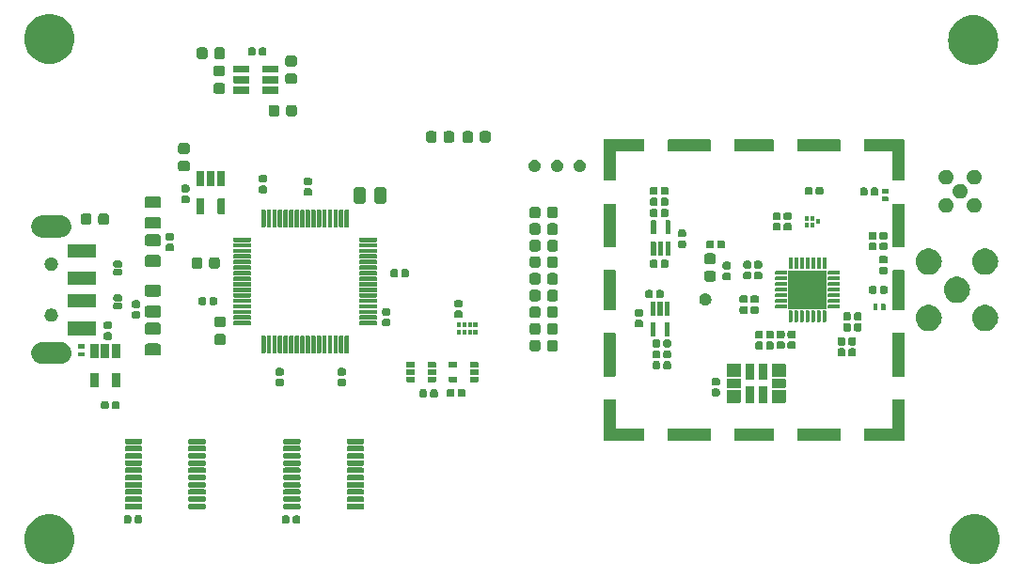
<source format=gbr>
G04 #@! TF.GenerationSoftware,KiCad,Pcbnew,7.0.6*
G04 #@! TF.CreationDate,2023-07-20T11:09:59-06:00*
G04 #@! TF.ProjectId,L1IFStream,4c314946-5374-4726-9561-6d2e6b696361,A*
G04 #@! TF.SameCoordinates,Original*
G04 #@! TF.FileFunction,Soldermask,Top*
G04 #@! TF.FilePolarity,Negative*
%FSLAX46Y46*%
G04 Gerber Fmt 4.6, Leading zero omitted, Abs format (unit mm)*
G04 Created by KiCad (PCBNEW 7.0.6) date 2023-07-20 11:09:59*
%MOMM*%
%LPD*%
G01*
G04 APERTURE LIST*
G04 APERTURE END LIST*
G36*
X93003788Y-118418456D02*
G01*
X93292550Y-118475894D01*
X93571344Y-118570532D01*
X93835400Y-118700750D01*
X94080200Y-118864320D01*
X94301556Y-119058444D01*
X94495680Y-119279800D01*
X94659250Y-119524600D01*
X94789468Y-119788656D01*
X94884106Y-120067450D01*
X94941544Y-120356212D01*
X94960800Y-120650000D01*
X94941544Y-120943788D01*
X94884106Y-121232550D01*
X94789468Y-121511344D01*
X94659250Y-121775400D01*
X94495680Y-122020200D01*
X94301556Y-122241556D01*
X94080200Y-122435680D01*
X93835400Y-122599250D01*
X93571344Y-122729468D01*
X93292550Y-122824106D01*
X93003788Y-122881544D01*
X92710000Y-122900800D01*
X92416212Y-122881544D01*
X92127450Y-122824106D01*
X91848656Y-122729468D01*
X91584600Y-122599250D01*
X91339800Y-122435680D01*
X91118444Y-122241556D01*
X90924320Y-122020200D01*
X90760750Y-121775400D01*
X90630532Y-121511344D01*
X90535894Y-121232550D01*
X90478456Y-120943788D01*
X90459200Y-120650000D01*
X90478456Y-120356212D01*
X90535894Y-120067450D01*
X90630532Y-119788656D01*
X90760750Y-119524600D01*
X90924320Y-119279800D01*
X91118444Y-119058444D01*
X91339800Y-118864320D01*
X91584600Y-118700750D01*
X91848656Y-118570532D01*
X92127450Y-118475894D01*
X92416212Y-118418456D01*
X92710000Y-118399200D01*
X93003788Y-118418456D01*
G37*
G36*
X176315788Y-118418456D02*
G01*
X176604550Y-118475894D01*
X176883344Y-118570532D01*
X177147400Y-118700750D01*
X177392200Y-118864320D01*
X177613556Y-119058444D01*
X177807680Y-119279800D01*
X177971250Y-119524600D01*
X178101468Y-119788656D01*
X178196106Y-120067450D01*
X178253544Y-120356212D01*
X178272800Y-120650000D01*
X178253544Y-120943788D01*
X178196106Y-121232550D01*
X178101468Y-121511344D01*
X177971250Y-121775400D01*
X177807680Y-122020200D01*
X177613556Y-122241556D01*
X177392200Y-122435680D01*
X177147400Y-122599250D01*
X176883344Y-122729468D01*
X176604550Y-122824106D01*
X176315788Y-122881544D01*
X176022000Y-122900800D01*
X175728212Y-122881544D01*
X175439450Y-122824106D01*
X175160656Y-122729468D01*
X174896600Y-122599250D01*
X174651800Y-122435680D01*
X174430444Y-122241556D01*
X174236320Y-122020200D01*
X174072750Y-121775400D01*
X173942532Y-121511344D01*
X173847894Y-121232550D01*
X173790456Y-120943788D01*
X173771200Y-120650000D01*
X173790456Y-120356212D01*
X173847894Y-120067450D01*
X173942532Y-119788656D01*
X174072750Y-119524600D01*
X174236320Y-119279800D01*
X174430444Y-119058444D01*
X174651800Y-118864320D01*
X174896600Y-118700750D01*
X175160656Y-118570532D01*
X175439450Y-118475894D01*
X175728212Y-118418456D01*
X176022000Y-118399200D01*
X176315788Y-118418456D01*
G37*
G36*
X114216186Y-118516695D02*
G01*
X114280519Y-118559681D01*
X114323505Y-118624014D01*
X114338600Y-118699900D01*
X114338600Y-119044900D01*
X114323505Y-119120786D01*
X114280519Y-119185119D01*
X114216186Y-119228105D01*
X114140300Y-119243200D01*
X113845300Y-119243200D01*
X113769414Y-119228105D01*
X113705081Y-119185119D01*
X113662095Y-119120786D01*
X113647000Y-119044900D01*
X113647000Y-118699900D01*
X113662095Y-118624014D01*
X113705081Y-118559681D01*
X113769414Y-118516695D01*
X113845300Y-118501600D01*
X114140300Y-118501600D01*
X114216186Y-118516695D01*
G37*
G36*
X115186186Y-118516695D02*
G01*
X115250519Y-118559681D01*
X115293505Y-118624014D01*
X115308600Y-118699900D01*
X115308600Y-119044900D01*
X115293505Y-119120786D01*
X115250519Y-119185119D01*
X115186186Y-119228105D01*
X115110300Y-119243200D01*
X114815300Y-119243200D01*
X114739414Y-119228105D01*
X114675081Y-119185119D01*
X114632095Y-119120786D01*
X114617000Y-119044900D01*
X114617000Y-118699900D01*
X114632095Y-118624014D01*
X114675081Y-118559681D01*
X114739414Y-118516695D01*
X114815300Y-118501600D01*
X115110300Y-118501600D01*
X115186186Y-118516695D01*
G37*
G36*
X99966386Y-118490495D02*
G01*
X100030719Y-118533481D01*
X100073705Y-118597814D01*
X100088800Y-118673700D01*
X100088800Y-119018700D01*
X100073705Y-119094586D01*
X100030719Y-119158919D01*
X99966386Y-119201905D01*
X99890500Y-119217000D01*
X99595500Y-119217000D01*
X99519614Y-119201905D01*
X99455281Y-119158919D01*
X99412295Y-119094586D01*
X99397200Y-119018700D01*
X99397200Y-118673700D01*
X99412295Y-118597814D01*
X99455281Y-118533481D01*
X99519614Y-118490495D01*
X99595500Y-118475400D01*
X99890500Y-118475400D01*
X99966386Y-118490495D01*
G37*
G36*
X100936386Y-118490495D02*
G01*
X101000719Y-118533481D01*
X101043705Y-118597814D01*
X101058800Y-118673700D01*
X101058800Y-119018700D01*
X101043705Y-119094586D01*
X101000719Y-119158919D01*
X100936386Y-119201905D01*
X100860500Y-119217000D01*
X100565500Y-119217000D01*
X100489614Y-119201905D01*
X100425281Y-119158919D01*
X100382295Y-119094586D01*
X100367200Y-119018700D01*
X100367200Y-118673700D01*
X100382295Y-118597814D01*
X100425281Y-118533481D01*
X100489614Y-118490495D01*
X100565500Y-118475400D01*
X100860500Y-118475400D01*
X100936386Y-118490495D01*
G37*
G36*
X115231509Y-117443079D02*
G01*
X115280432Y-117475768D01*
X115313121Y-117524691D01*
X115324600Y-117582400D01*
X115324600Y-117782400D01*
X115313121Y-117840109D01*
X115280432Y-117889032D01*
X115231509Y-117921721D01*
X115173800Y-117933200D01*
X113898800Y-117933200D01*
X113841091Y-117921721D01*
X113792168Y-117889032D01*
X113759479Y-117840109D01*
X113748000Y-117782400D01*
X113748000Y-117582400D01*
X113759479Y-117524691D01*
X113792168Y-117475768D01*
X113841091Y-117443079D01*
X113898800Y-117431600D01*
X115173800Y-117431600D01*
X115231509Y-117443079D01*
G37*
G36*
X120956509Y-117443079D02*
G01*
X121005432Y-117475768D01*
X121038121Y-117524691D01*
X121049600Y-117582400D01*
X121049600Y-117782400D01*
X121038121Y-117840109D01*
X121005432Y-117889032D01*
X120956509Y-117921721D01*
X120898800Y-117933200D01*
X119623800Y-117933200D01*
X119566091Y-117921721D01*
X119517168Y-117889032D01*
X119484479Y-117840109D01*
X119473000Y-117782400D01*
X119473000Y-117582400D01*
X119484479Y-117524691D01*
X119517168Y-117475768D01*
X119566091Y-117443079D01*
X119623800Y-117431600D01*
X120898800Y-117431600D01*
X120956509Y-117443079D01*
G37*
G36*
X100981709Y-117442879D02*
G01*
X101030632Y-117475568D01*
X101063321Y-117524491D01*
X101074800Y-117582200D01*
X101074800Y-117782200D01*
X101063321Y-117839909D01*
X101030632Y-117888832D01*
X100981709Y-117921521D01*
X100924000Y-117933000D01*
X99649000Y-117933000D01*
X99591291Y-117921521D01*
X99542368Y-117888832D01*
X99509679Y-117839909D01*
X99498200Y-117782200D01*
X99498200Y-117582200D01*
X99509679Y-117524491D01*
X99542368Y-117475568D01*
X99591291Y-117442879D01*
X99649000Y-117431400D01*
X100924000Y-117431400D01*
X100981709Y-117442879D01*
G37*
G36*
X106706709Y-117442879D02*
G01*
X106755632Y-117475568D01*
X106788321Y-117524491D01*
X106799800Y-117582200D01*
X106799800Y-117782200D01*
X106788321Y-117839909D01*
X106755632Y-117888832D01*
X106706709Y-117921521D01*
X106649000Y-117933000D01*
X105374000Y-117933000D01*
X105316291Y-117921521D01*
X105267368Y-117888832D01*
X105234679Y-117839909D01*
X105223200Y-117782200D01*
X105223200Y-117582200D01*
X105234679Y-117524491D01*
X105267368Y-117475568D01*
X105316291Y-117442879D01*
X105374000Y-117431400D01*
X106649000Y-117431400D01*
X106706709Y-117442879D01*
G37*
G36*
X115231509Y-116793079D02*
G01*
X115280432Y-116825768D01*
X115313121Y-116874691D01*
X115324600Y-116932400D01*
X115324600Y-117132400D01*
X115313121Y-117190109D01*
X115280432Y-117239032D01*
X115231509Y-117271721D01*
X115173800Y-117283200D01*
X113898800Y-117283200D01*
X113841091Y-117271721D01*
X113792168Y-117239032D01*
X113759479Y-117190109D01*
X113748000Y-117132400D01*
X113748000Y-116932400D01*
X113759479Y-116874691D01*
X113792168Y-116825768D01*
X113841091Y-116793079D01*
X113898800Y-116781600D01*
X115173800Y-116781600D01*
X115231509Y-116793079D01*
G37*
G36*
X120956509Y-116793079D02*
G01*
X121005432Y-116825768D01*
X121038121Y-116874691D01*
X121049600Y-116932400D01*
X121049600Y-117132400D01*
X121038121Y-117190109D01*
X121005432Y-117239032D01*
X120956509Y-117271721D01*
X120898800Y-117283200D01*
X119623800Y-117283200D01*
X119566091Y-117271721D01*
X119517168Y-117239032D01*
X119484479Y-117190109D01*
X119473000Y-117132400D01*
X119473000Y-116932400D01*
X119484479Y-116874691D01*
X119517168Y-116825768D01*
X119566091Y-116793079D01*
X119623800Y-116781600D01*
X120898800Y-116781600D01*
X120956509Y-116793079D01*
G37*
G36*
X100981709Y-116792879D02*
G01*
X101030632Y-116825568D01*
X101063321Y-116874491D01*
X101074800Y-116932200D01*
X101074800Y-117132200D01*
X101063321Y-117189909D01*
X101030632Y-117238832D01*
X100981709Y-117271521D01*
X100924000Y-117283000D01*
X99649000Y-117283000D01*
X99591291Y-117271521D01*
X99542368Y-117238832D01*
X99509679Y-117189909D01*
X99498200Y-117132200D01*
X99498200Y-116932200D01*
X99509679Y-116874491D01*
X99542368Y-116825568D01*
X99591291Y-116792879D01*
X99649000Y-116781400D01*
X100924000Y-116781400D01*
X100981709Y-116792879D01*
G37*
G36*
X106706709Y-116792879D02*
G01*
X106755632Y-116825568D01*
X106788321Y-116874491D01*
X106799800Y-116932200D01*
X106799800Y-117132200D01*
X106788321Y-117189909D01*
X106755632Y-117238832D01*
X106706709Y-117271521D01*
X106649000Y-117283000D01*
X105374000Y-117283000D01*
X105316291Y-117271521D01*
X105267368Y-117238832D01*
X105234679Y-117189909D01*
X105223200Y-117132200D01*
X105223200Y-116932200D01*
X105234679Y-116874491D01*
X105267368Y-116825568D01*
X105316291Y-116792879D01*
X105374000Y-116781400D01*
X106649000Y-116781400D01*
X106706709Y-116792879D01*
G37*
G36*
X115231509Y-116143079D02*
G01*
X115280432Y-116175768D01*
X115313121Y-116224691D01*
X115324600Y-116282400D01*
X115324600Y-116482400D01*
X115313121Y-116540109D01*
X115280432Y-116589032D01*
X115231509Y-116621721D01*
X115173800Y-116633200D01*
X113898800Y-116633200D01*
X113841091Y-116621721D01*
X113792168Y-116589032D01*
X113759479Y-116540109D01*
X113748000Y-116482400D01*
X113748000Y-116282400D01*
X113759479Y-116224691D01*
X113792168Y-116175768D01*
X113841091Y-116143079D01*
X113898800Y-116131600D01*
X115173800Y-116131600D01*
X115231509Y-116143079D01*
G37*
G36*
X120956509Y-116143079D02*
G01*
X121005432Y-116175768D01*
X121038121Y-116224691D01*
X121049600Y-116282400D01*
X121049600Y-116482400D01*
X121038121Y-116540109D01*
X121005432Y-116589032D01*
X120956509Y-116621721D01*
X120898800Y-116633200D01*
X119623800Y-116633200D01*
X119566091Y-116621721D01*
X119517168Y-116589032D01*
X119484479Y-116540109D01*
X119473000Y-116482400D01*
X119473000Y-116282400D01*
X119484479Y-116224691D01*
X119517168Y-116175768D01*
X119566091Y-116143079D01*
X119623800Y-116131600D01*
X120898800Y-116131600D01*
X120956509Y-116143079D01*
G37*
G36*
X100981709Y-116142879D02*
G01*
X101030632Y-116175568D01*
X101063321Y-116224491D01*
X101074800Y-116282200D01*
X101074800Y-116482200D01*
X101063321Y-116539909D01*
X101030632Y-116588832D01*
X100981709Y-116621521D01*
X100924000Y-116633000D01*
X99649000Y-116633000D01*
X99591291Y-116621521D01*
X99542368Y-116588832D01*
X99509679Y-116539909D01*
X99498200Y-116482200D01*
X99498200Y-116282200D01*
X99509679Y-116224491D01*
X99542368Y-116175568D01*
X99591291Y-116142879D01*
X99649000Y-116131400D01*
X100924000Y-116131400D01*
X100981709Y-116142879D01*
G37*
G36*
X106706709Y-116142879D02*
G01*
X106755632Y-116175568D01*
X106788321Y-116224491D01*
X106799800Y-116282200D01*
X106799800Y-116482200D01*
X106788321Y-116539909D01*
X106755632Y-116588832D01*
X106706709Y-116621521D01*
X106649000Y-116633000D01*
X105374000Y-116633000D01*
X105316291Y-116621521D01*
X105267368Y-116588832D01*
X105234679Y-116539909D01*
X105223200Y-116482200D01*
X105223200Y-116282200D01*
X105234679Y-116224491D01*
X105267368Y-116175568D01*
X105316291Y-116142879D01*
X105374000Y-116131400D01*
X106649000Y-116131400D01*
X106706709Y-116142879D01*
G37*
G36*
X115231509Y-115493079D02*
G01*
X115280432Y-115525768D01*
X115313121Y-115574691D01*
X115324600Y-115632400D01*
X115324600Y-115832400D01*
X115313121Y-115890109D01*
X115280432Y-115939032D01*
X115231509Y-115971721D01*
X115173800Y-115983200D01*
X113898800Y-115983200D01*
X113841091Y-115971721D01*
X113792168Y-115939032D01*
X113759479Y-115890109D01*
X113748000Y-115832400D01*
X113748000Y-115632400D01*
X113759479Y-115574691D01*
X113792168Y-115525768D01*
X113841091Y-115493079D01*
X113898800Y-115481600D01*
X115173800Y-115481600D01*
X115231509Y-115493079D01*
G37*
G36*
X120956509Y-115493079D02*
G01*
X121005432Y-115525768D01*
X121038121Y-115574691D01*
X121049600Y-115632400D01*
X121049600Y-115832400D01*
X121038121Y-115890109D01*
X121005432Y-115939032D01*
X120956509Y-115971721D01*
X120898800Y-115983200D01*
X119623800Y-115983200D01*
X119566091Y-115971721D01*
X119517168Y-115939032D01*
X119484479Y-115890109D01*
X119473000Y-115832400D01*
X119473000Y-115632400D01*
X119484479Y-115574691D01*
X119517168Y-115525768D01*
X119566091Y-115493079D01*
X119623800Y-115481600D01*
X120898800Y-115481600D01*
X120956509Y-115493079D01*
G37*
G36*
X100981709Y-115492879D02*
G01*
X101030632Y-115525568D01*
X101063321Y-115574491D01*
X101074800Y-115632200D01*
X101074800Y-115832200D01*
X101063321Y-115889909D01*
X101030632Y-115938832D01*
X100981709Y-115971521D01*
X100924000Y-115983000D01*
X99649000Y-115983000D01*
X99591291Y-115971521D01*
X99542368Y-115938832D01*
X99509679Y-115889909D01*
X99498200Y-115832200D01*
X99498200Y-115632200D01*
X99509679Y-115574491D01*
X99542368Y-115525568D01*
X99591291Y-115492879D01*
X99649000Y-115481400D01*
X100924000Y-115481400D01*
X100981709Y-115492879D01*
G37*
G36*
X106706709Y-115492879D02*
G01*
X106755632Y-115525568D01*
X106788321Y-115574491D01*
X106799800Y-115632200D01*
X106799800Y-115832200D01*
X106788321Y-115889909D01*
X106755632Y-115938832D01*
X106706709Y-115971521D01*
X106649000Y-115983000D01*
X105374000Y-115983000D01*
X105316291Y-115971521D01*
X105267368Y-115938832D01*
X105234679Y-115889909D01*
X105223200Y-115832200D01*
X105223200Y-115632200D01*
X105234679Y-115574491D01*
X105267368Y-115525568D01*
X105316291Y-115492879D01*
X105374000Y-115481400D01*
X106649000Y-115481400D01*
X106706709Y-115492879D01*
G37*
G36*
X115231509Y-114843079D02*
G01*
X115280432Y-114875768D01*
X115313121Y-114924691D01*
X115324600Y-114982400D01*
X115324600Y-115182400D01*
X115313121Y-115240109D01*
X115280432Y-115289032D01*
X115231509Y-115321721D01*
X115173800Y-115333200D01*
X113898800Y-115333200D01*
X113841091Y-115321721D01*
X113792168Y-115289032D01*
X113759479Y-115240109D01*
X113748000Y-115182400D01*
X113748000Y-114982400D01*
X113759479Y-114924691D01*
X113792168Y-114875768D01*
X113841091Y-114843079D01*
X113898800Y-114831600D01*
X115173800Y-114831600D01*
X115231509Y-114843079D01*
G37*
G36*
X120956509Y-114843079D02*
G01*
X121005432Y-114875768D01*
X121038121Y-114924691D01*
X121049600Y-114982400D01*
X121049600Y-115182400D01*
X121038121Y-115240109D01*
X121005432Y-115289032D01*
X120956509Y-115321721D01*
X120898800Y-115333200D01*
X119623800Y-115333200D01*
X119566091Y-115321721D01*
X119517168Y-115289032D01*
X119484479Y-115240109D01*
X119473000Y-115182400D01*
X119473000Y-114982400D01*
X119484479Y-114924691D01*
X119517168Y-114875768D01*
X119566091Y-114843079D01*
X119623800Y-114831600D01*
X120898800Y-114831600D01*
X120956509Y-114843079D01*
G37*
G36*
X100981709Y-114842879D02*
G01*
X101030632Y-114875568D01*
X101063321Y-114924491D01*
X101074800Y-114982200D01*
X101074800Y-115182200D01*
X101063321Y-115239909D01*
X101030632Y-115288832D01*
X100981709Y-115321521D01*
X100924000Y-115333000D01*
X99649000Y-115333000D01*
X99591291Y-115321521D01*
X99542368Y-115288832D01*
X99509679Y-115239909D01*
X99498200Y-115182200D01*
X99498200Y-114982200D01*
X99509679Y-114924491D01*
X99542368Y-114875568D01*
X99591291Y-114842879D01*
X99649000Y-114831400D01*
X100924000Y-114831400D01*
X100981709Y-114842879D01*
G37*
G36*
X106706709Y-114842879D02*
G01*
X106755632Y-114875568D01*
X106788321Y-114924491D01*
X106799800Y-114982200D01*
X106799800Y-115182200D01*
X106788321Y-115239909D01*
X106755632Y-115288832D01*
X106706709Y-115321521D01*
X106649000Y-115333000D01*
X105374000Y-115333000D01*
X105316291Y-115321521D01*
X105267368Y-115288832D01*
X105234679Y-115239909D01*
X105223200Y-115182200D01*
X105223200Y-114982200D01*
X105234679Y-114924491D01*
X105267368Y-114875568D01*
X105316291Y-114842879D01*
X105374000Y-114831400D01*
X106649000Y-114831400D01*
X106706709Y-114842879D01*
G37*
G36*
X115231509Y-114193079D02*
G01*
X115280432Y-114225768D01*
X115313121Y-114274691D01*
X115324600Y-114332400D01*
X115324600Y-114532400D01*
X115313121Y-114590109D01*
X115280432Y-114639032D01*
X115231509Y-114671721D01*
X115173800Y-114683200D01*
X113898800Y-114683200D01*
X113841091Y-114671721D01*
X113792168Y-114639032D01*
X113759479Y-114590109D01*
X113748000Y-114532400D01*
X113748000Y-114332400D01*
X113759479Y-114274691D01*
X113792168Y-114225768D01*
X113841091Y-114193079D01*
X113898800Y-114181600D01*
X115173800Y-114181600D01*
X115231509Y-114193079D01*
G37*
G36*
X120956509Y-114193079D02*
G01*
X121005432Y-114225768D01*
X121038121Y-114274691D01*
X121049600Y-114332400D01*
X121049600Y-114532400D01*
X121038121Y-114590109D01*
X121005432Y-114639032D01*
X120956509Y-114671721D01*
X120898800Y-114683200D01*
X119623800Y-114683200D01*
X119566091Y-114671721D01*
X119517168Y-114639032D01*
X119484479Y-114590109D01*
X119473000Y-114532400D01*
X119473000Y-114332400D01*
X119484479Y-114274691D01*
X119517168Y-114225768D01*
X119566091Y-114193079D01*
X119623800Y-114181600D01*
X120898800Y-114181600D01*
X120956509Y-114193079D01*
G37*
G36*
X100981709Y-114192879D02*
G01*
X101030632Y-114225568D01*
X101063321Y-114274491D01*
X101074800Y-114332200D01*
X101074800Y-114532200D01*
X101063321Y-114589909D01*
X101030632Y-114638832D01*
X100981709Y-114671521D01*
X100924000Y-114683000D01*
X99649000Y-114683000D01*
X99591291Y-114671521D01*
X99542368Y-114638832D01*
X99509679Y-114589909D01*
X99498200Y-114532200D01*
X99498200Y-114332200D01*
X99509679Y-114274491D01*
X99542368Y-114225568D01*
X99591291Y-114192879D01*
X99649000Y-114181400D01*
X100924000Y-114181400D01*
X100981709Y-114192879D01*
G37*
G36*
X106706709Y-114192879D02*
G01*
X106755632Y-114225568D01*
X106788321Y-114274491D01*
X106799800Y-114332200D01*
X106799800Y-114532200D01*
X106788321Y-114589909D01*
X106755632Y-114638832D01*
X106706709Y-114671521D01*
X106649000Y-114683000D01*
X105374000Y-114683000D01*
X105316291Y-114671521D01*
X105267368Y-114638832D01*
X105234679Y-114589909D01*
X105223200Y-114532200D01*
X105223200Y-114332200D01*
X105234679Y-114274491D01*
X105267368Y-114225568D01*
X105316291Y-114192879D01*
X105374000Y-114181400D01*
X106649000Y-114181400D01*
X106706709Y-114192879D01*
G37*
G36*
X115231509Y-113543079D02*
G01*
X115280432Y-113575768D01*
X115313121Y-113624691D01*
X115324600Y-113682400D01*
X115324600Y-113882400D01*
X115313121Y-113940109D01*
X115280432Y-113989032D01*
X115231509Y-114021721D01*
X115173800Y-114033200D01*
X113898800Y-114033200D01*
X113841091Y-114021721D01*
X113792168Y-113989032D01*
X113759479Y-113940109D01*
X113748000Y-113882400D01*
X113748000Y-113682400D01*
X113759479Y-113624691D01*
X113792168Y-113575768D01*
X113841091Y-113543079D01*
X113898800Y-113531600D01*
X115173800Y-113531600D01*
X115231509Y-113543079D01*
G37*
G36*
X120956509Y-113543079D02*
G01*
X121005432Y-113575768D01*
X121038121Y-113624691D01*
X121049600Y-113682400D01*
X121049600Y-113882400D01*
X121038121Y-113940109D01*
X121005432Y-113989032D01*
X120956509Y-114021721D01*
X120898800Y-114033200D01*
X119623800Y-114033200D01*
X119566091Y-114021721D01*
X119517168Y-113989032D01*
X119484479Y-113940109D01*
X119473000Y-113882400D01*
X119473000Y-113682400D01*
X119484479Y-113624691D01*
X119517168Y-113575768D01*
X119566091Y-113543079D01*
X119623800Y-113531600D01*
X120898800Y-113531600D01*
X120956509Y-113543079D01*
G37*
G36*
X100981709Y-113542879D02*
G01*
X101030632Y-113575568D01*
X101063321Y-113624491D01*
X101074800Y-113682200D01*
X101074800Y-113882200D01*
X101063321Y-113939909D01*
X101030632Y-113988832D01*
X100981709Y-114021521D01*
X100924000Y-114033000D01*
X99649000Y-114033000D01*
X99591291Y-114021521D01*
X99542368Y-113988832D01*
X99509679Y-113939909D01*
X99498200Y-113882200D01*
X99498200Y-113682200D01*
X99509679Y-113624491D01*
X99542368Y-113575568D01*
X99591291Y-113542879D01*
X99649000Y-113531400D01*
X100924000Y-113531400D01*
X100981709Y-113542879D01*
G37*
G36*
X106706709Y-113542879D02*
G01*
X106755632Y-113575568D01*
X106788321Y-113624491D01*
X106799800Y-113682200D01*
X106799800Y-113882200D01*
X106788321Y-113939909D01*
X106755632Y-113988832D01*
X106706709Y-114021521D01*
X106649000Y-114033000D01*
X105374000Y-114033000D01*
X105316291Y-114021521D01*
X105267368Y-113988832D01*
X105234679Y-113939909D01*
X105223200Y-113882200D01*
X105223200Y-113682200D01*
X105234679Y-113624491D01*
X105267368Y-113575568D01*
X105316291Y-113542879D01*
X105374000Y-113531400D01*
X106649000Y-113531400D01*
X106706709Y-113542879D01*
G37*
G36*
X115231509Y-112893079D02*
G01*
X115280432Y-112925768D01*
X115313121Y-112974691D01*
X115324600Y-113032400D01*
X115324600Y-113232400D01*
X115313121Y-113290109D01*
X115280432Y-113339032D01*
X115231509Y-113371721D01*
X115173800Y-113383200D01*
X113898800Y-113383200D01*
X113841091Y-113371721D01*
X113792168Y-113339032D01*
X113759479Y-113290109D01*
X113748000Y-113232400D01*
X113748000Y-113032400D01*
X113759479Y-112974691D01*
X113792168Y-112925768D01*
X113841091Y-112893079D01*
X113898800Y-112881600D01*
X115173800Y-112881600D01*
X115231509Y-112893079D01*
G37*
G36*
X120956509Y-112893079D02*
G01*
X121005432Y-112925768D01*
X121038121Y-112974691D01*
X121049600Y-113032400D01*
X121049600Y-113232400D01*
X121038121Y-113290109D01*
X121005432Y-113339032D01*
X120956509Y-113371721D01*
X120898800Y-113383200D01*
X119623800Y-113383200D01*
X119566091Y-113371721D01*
X119517168Y-113339032D01*
X119484479Y-113290109D01*
X119473000Y-113232400D01*
X119473000Y-113032400D01*
X119484479Y-112974691D01*
X119517168Y-112925768D01*
X119566091Y-112893079D01*
X119623800Y-112881600D01*
X120898800Y-112881600D01*
X120956509Y-112893079D01*
G37*
G36*
X100981709Y-112892879D02*
G01*
X101030632Y-112925568D01*
X101063321Y-112974491D01*
X101074800Y-113032200D01*
X101074800Y-113232200D01*
X101063321Y-113289909D01*
X101030632Y-113338832D01*
X100981709Y-113371521D01*
X100924000Y-113383000D01*
X99649000Y-113383000D01*
X99591291Y-113371521D01*
X99542368Y-113338832D01*
X99509679Y-113289909D01*
X99498200Y-113232200D01*
X99498200Y-113032200D01*
X99509679Y-112974491D01*
X99542368Y-112925568D01*
X99591291Y-112892879D01*
X99649000Y-112881400D01*
X100924000Y-112881400D01*
X100981709Y-112892879D01*
G37*
G36*
X106706709Y-112892879D02*
G01*
X106755632Y-112925568D01*
X106788321Y-112974491D01*
X106799800Y-113032200D01*
X106799800Y-113232200D01*
X106788321Y-113289909D01*
X106755632Y-113338832D01*
X106706709Y-113371521D01*
X106649000Y-113383000D01*
X105374000Y-113383000D01*
X105316291Y-113371521D01*
X105267368Y-113338832D01*
X105234679Y-113289909D01*
X105223200Y-113232200D01*
X105223200Y-113032200D01*
X105234679Y-112974491D01*
X105267368Y-112925568D01*
X105316291Y-112892879D01*
X105374000Y-112881400D01*
X106649000Y-112881400D01*
X106706709Y-112892879D01*
G37*
G36*
X115231509Y-112243079D02*
G01*
X115280432Y-112275768D01*
X115313121Y-112324691D01*
X115324600Y-112382400D01*
X115324600Y-112582400D01*
X115313121Y-112640109D01*
X115280432Y-112689032D01*
X115231509Y-112721721D01*
X115173800Y-112733200D01*
X113898800Y-112733200D01*
X113841091Y-112721721D01*
X113792168Y-112689032D01*
X113759479Y-112640109D01*
X113748000Y-112582400D01*
X113748000Y-112382400D01*
X113759479Y-112324691D01*
X113792168Y-112275768D01*
X113841091Y-112243079D01*
X113898800Y-112231600D01*
X115173800Y-112231600D01*
X115231509Y-112243079D01*
G37*
G36*
X120956509Y-112243079D02*
G01*
X121005432Y-112275768D01*
X121038121Y-112324691D01*
X121049600Y-112382400D01*
X121049600Y-112582400D01*
X121038121Y-112640109D01*
X121005432Y-112689032D01*
X120956509Y-112721721D01*
X120898800Y-112733200D01*
X119623800Y-112733200D01*
X119566091Y-112721721D01*
X119517168Y-112689032D01*
X119484479Y-112640109D01*
X119473000Y-112582400D01*
X119473000Y-112382400D01*
X119484479Y-112324691D01*
X119517168Y-112275768D01*
X119566091Y-112243079D01*
X119623800Y-112231600D01*
X120898800Y-112231600D01*
X120956509Y-112243079D01*
G37*
G36*
X100981709Y-112242879D02*
G01*
X101030632Y-112275568D01*
X101063321Y-112324491D01*
X101074800Y-112382200D01*
X101074800Y-112582200D01*
X101063321Y-112639909D01*
X101030632Y-112688832D01*
X100981709Y-112721521D01*
X100924000Y-112733000D01*
X99649000Y-112733000D01*
X99591291Y-112721521D01*
X99542368Y-112688832D01*
X99509679Y-112639909D01*
X99498200Y-112582200D01*
X99498200Y-112382200D01*
X99509679Y-112324491D01*
X99542368Y-112275568D01*
X99591291Y-112242879D01*
X99649000Y-112231400D01*
X100924000Y-112231400D01*
X100981709Y-112242879D01*
G37*
G36*
X106706709Y-112242879D02*
G01*
X106755632Y-112275568D01*
X106788321Y-112324491D01*
X106799800Y-112382200D01*
X106799800Y-112582200D01*
X106788321Y-112639909D01*
X106755632Y-112688832D01*
X106706709Y-112721521D01*
X106649000Y-112733000D01*
X105374000Y-112733000D01*
X105316291Y-112721521D01*
X105267368Y-112688832D01*
X105234679Y-112639909D01*
X105223200Y-112582200D01*
X105223200Y-112382200D01*
X105234679Y-112324491D01*
X105267368Y-112275568D01*
X105316291Y-112242879D01*
X105374000Y-112231400D01*
X106649000Y-112231400D01*
X106706709Y-112242879D01*
G37*
G36*
X115231509Y-111593079D02*
G01*
X115280432Y-111625768D01*
X115313121Y-111674691D01*
X115324600Y-111732400D01*
X115324600Y-111932400D01*
X115313121Y-111990109D01*
X115280432Y-112039032D01*
X115231509Y-112071721D01*
X115173800Y-112083200D01*
X113898800Y-112083200D01*
X113841091Y-112071721D01*
X113792168Y-112039032D01*
X113759479Y-111990109D01*
X113748000Y-111932400D01*
X113748000Y-111732400D01*
X113759479Y-111674691D01*
X113792168Y-111625768D01*
X113841091Y-111593079D01*
X113898800Y-111581600D01*
X115173800Y-111581600D01*
X115231509Y-111593079D01*
G37*
G36*
X120956509Y-111593079D02*
G01*
X121005432Y-111625768D01*
X121038121Y-111674691D01*
X121049600Y-111732400D01*
X121049600Y-111932400D01*
X121038121Y-111990109D01*
X121005432Y-112039032D01*
X120956509Y-112071721D01*
X120898800Y-112083200D01*
X119623800Y-112083200D01*
X119566091Y-112071721D01*
X119517168Y-112039032D01*
X119484479Y-111990109D01*
X119473000Y-111932400D01*
X119473000Y-111732400D01*
X119484479Y-111674691D01*
X119517168Y-111625768D01*
X119566091Y-111593079D01*
X119623800Y-111581600D01*
X120898800Y-111581600D01*
X120956509Y-111593079D01*
G37*
G36*
X100981709Y-111592879D02*
G01*
X101030632Y-111625568D01*
X101063321Y-111674491D01*
X101074800Y-111732200D01*
X101074800Y-111932200D01*
X101063321Y-111989909D01*
X101030632Y-112038832D01*
X100981709Y-112071521D01*
X100924000Y-112083000D01*
X99649000Y-112083000D01*
X99591291Y-112071521D01*
X99542368Y-112038832D01*
X99509679Y-111989909D01*
X99498200Y-111932200D01*
X99498200Y-111732200D01*
X99509679Y-111674491D01*
X99542368Y-111625568D01*
X99591291Y-111592879D01*
X99649000Y-111581400D01*
X100924000Y-111581400D01*
X100981709Y-111592879D01*
G37*
G36*
X106706709Y-111592879D02*
G01*
X106755632Y-111625568D01*
X106788321Y-111674491D01*
X106799800Y-111732200D01*
X106799800Y-111932200D01*
X106788321Y-111989909D01*
X106755632Y-112038832D01*
X106706709Y-112071521D01*
X106649000Y-112083000D01*
X105374000Y-112083000D01*
X105316291Y-112071521D01*
X105267368Y-112038832D01*
X105234679Y-111989909D01*
X105223200Y-111932200D01*
X105223200Y-111732200D01*
X105234679Y-111674491D01*
X105267368Y-111625568D01*
X105316291Y-111592879D01*
X105374000Y-111581400D01*
X106649000Y-111581400D01*
X106706709Y-111592879D01*
G37*
G36*
X143673440Y-108084467D02*
G01*
X143689921Y-108095479D01*
X143700933Y-108111960D01*
X143704800Y-108131400D01*
X143704800Y-110635957D01*
X143719443Y-110650600D01*
X146224000Y-110650600D01*
X146243440Y-110654467D01*
X146259921Y-110665479D01*
X146270933Y-110681960D01*
X146274800Y-110701400D01*
X146274800Y-111701400D01*
X146270933Y-111720840D01*
X146259921Y-111737321D01*
X146243440Y-111748333D01*
X146224000Y-111752200D01*
X143654000Y-111752200D01*
X142654000Y-111752200D01*
X142634560Y-111748333D01*
X142618079Y-111737321D01*
X142607067Y-111720840D01*
X142603200Y-111701400D01*
X142603200Y-110701400D01*
X142603200Y-108133863D01*
X142603200Y-108131400D01*
X142607067Y-108111960D01*
X142618079Y-108095479D01*
X142634560Y-108084467D01*
X142654000Y-108080600D01*
X143654000Y-108080600D01*
X143673440Y-108084467D01*
G37*
G36*
X152243440Y-110654467D02*
G01*
X152259921Y-110665479D01*
X152270933Y-110681960D01*
X152274800Y-110701400D01*
X152274800Y-111701400D01*
X152270933Y-111720840D01*
X152259921Y-111737321D01*
X152243440Y-111748333D01*
X152224000Y-111752200D01*
X148424000Y-111752200D01*
X148404560Y-111748333D01*
X148388079Y-111737321D01*
X148377067Y-111720840D01*
X148373200Y-111701400D01*
X148373200Y-110701400D01*
X148377067Y-110681960D01*
X148388079Y-110665479D01*
X148404560Y-110654467D01*
X148424000Y-110650600D01*
X152224000Y-110650600D01*
X152243440Y-110654467D01*
G37*
G36*
X157913440Y-110654467D02*
G01*
X157929921Y-110665479D01*
X157940933Y-110681960D01*
X157944800Y-110701400D01*
X157944800Y-111701400D01*
X157940933Y-111720840D01*
X157929921Y-111737321D01*
X157913440Y-111748333D01*
X157894000Y-111752200D01*
X154424000Y-111752200D01*
X154404560Y-111748333D01*
X154388079Y-111737321D01*
X154377067Y-111720840D01*
X154373200Y-111701400D01*
X154373200Y-110701400D01*
X154377067Y-110681960D01*
X154388079Y-110665479D01*
X154404560Y-110654467D01*
X154424000Y-110650600D01*
X157894000Y-110650600D01*
X157913440Y-110654467D01*
G37*
G36*
X163913440Y-110654467D02*
G01*
X163929921Y-110665479D01*
X163940933Y-110681960D01*
X163944800Y-110701400D01*
X163944800Y-111701400D01*
X163940933Y-111720840D01*
X163929921Y-111737321D01*
X163913440Y-111748333D01*
X163894000Y-111752200D01*
X160094000Y-111752200D01*
X160074560Y-111748333D01*
X160058079Y-111737321D01*
X160047067Y-111720840D01*
X160043200Y-111701400D01*
X160043200Y-110701400D01*
X160047067Y-110681960D01*
X160058079Y-110665479D01*
X160074560Y-110654467D01*
X160094000Y-110650600D01*
X163894000Y-110650600D01*
X163913440Y-110654467D01*
G37*
G36*
X169683440Y-108084467D02*
G01*
X169699921Y-108095479D01*
X169710933Y-108111960D01*
X169714800Y-108131400D01*
X169714800Y-110701399D01*
X169714800Y-110701400D01*
X169714800Y-111701400D01*
X169710933Y-111720840D01*
X169699921Y-111737321D01*
X169683440Y-111748333D01*
X169664000Y-111752200D01*
X168664000Y-111752200D01*
X166094000Y-111752200D01*
X166074560Y-111748333D01*
X166058079Y-111737321D01*
X166047067Y-111720840D01*
X166043200Y-111701400D01*
X166043200Y-110701400D01*
X166047067Y-110681960D01*
X166058079Y-110665479D01*
X166074560Y-110654467D01*
X166094000Y-110650600D01*
X168598556Y-110650600D01*
X168613200Y-110635956D01*
X168613200Y-108133863D01*
X168613200Y-108131400D01*
X168617067Y-108111960D01*
X168628079Y-108095479D01*
X168644560Y-108084467D01*
X168664000Y-108080600D01*
X169664000Y-108080600D01*
X169683440Y-108084467D01*
G37*
G36*
X97932386Y-108203895D02*
G01*
X97996719Y-108246881D01*
X98039705Y-108311214D01*
X98054800Y-108387100D01*
X98054800Y-108732100D01*
X98039705Y-108807986D01*
X97996719Y-108872319D01*
X97932386Y-108915305D01*
X97856500Y-108930400D01*
X97561500Y-108930400D01*
X97485614Y-108915305D01*
X97421281Y-108872319D01*
X97378295Y-108807986D01*
X97363200Y-108732100D01*
X97363200Y-108387100D01*
X97378295Y-108311214D01*
X97421281Y-108246881D01*
X97485614Y-108203895D01*
X97561500Y-108188800D01*
X97856500Y-108188800D01*
X97932386Y-108203895D01*
G37*
G36*
X98902386Y-108203895D02*
G01*
X98966719Y-108246881D01*
X99009705Y-108311214D01*
X99024800Y-108387100D01*
X99024800Y-108732100D01*
X99009705Y-108807986D01*
X98966719Y-108872319D01*
X98902386Y-108915305D01*
X98826500Y-108930400D01*
X98531500Y-108930400D01*
X98455614Y-108915305D01*
X98391281Y-108872319D01*
X98348295Y-108807986D01*
X98333200Y-108732100D01*
X98333200Y-108387100D01*
X98348295Y-108311214D01*
X98391281Y-108246881D01*
X98455614Y-108203895D01*
X98531500Y-108188800D01*
X98826500Y-108188800D01*
X98902386Y-108203895D01*
G37*
G36*
X154931840Y-107206867D02*
G01*
X154948321Y-107217879D01*
X154959333Y-107234360D01*
X154963200Y-107253800D01*
X154963200Y-108303800D01*
X154959333Y-108323240D01*
X154948321Y-108339721D01*
X154931840Y-108350733D01*
X154912400Y-108354600D01*
X153762400Y-108354600D01*
X153742960Y-108350733D01*
X153726479Y-108339721D01*
X153715467Y-108323240D01*
X153711600Y-108303800D01*
X153711600Y-107253800D01*
X153715467Y-107234360D01*
X153726479Y-107217879D01*
X153742960Y-107206867D01*
X153762400Y-107203000D01*
X154912400Y-107203000D01*
X154931840Y-107206867D01*
G37*
G36*
X156131840Y-106906867D02*
G01*
X156148321Y-106917879D01*
X156159333Y-106934360D01*
X156163200Y-106953800D01*
X156163200Y-108303800D01*
X156159333Y-108323240D01*
X156148321Y-108339721D01*
X156131840Y-108350733D01*
X156112400Y-108354600D01*
X155412400Y-108354600D01*
X155392960Y-108350733D01*
X155376479Y-108339721D01*
X155365467Y-108323240D01*
X155361600Y-108303800D01*
X155361600Y-106953800D01*
X155365467Y-106934360D01*
X155376479Y-106917879D01*
X155392960Y-106906867D01*
X155412400Y-106903000D01*
X156112400Y-106903000D01*
X156131840Y-106906867D01*
G37*
G36*
X157331840Y-106906867D02*
G01*
X157348321Y-106917879D01*
X157359333Y-106934360D01*
X157363200Y-106953800D01*
X157363200Y-108303800D01*
X157359333Y-108323240D01*
X157348321Y-108339721D01*
X157331840Y-108350733D01*
X157312400Y-108354600D01*
X156612400Y-108354600D01*
X156592960Y-108350733D01*
X156576479Y-108339721D01*
X156565467Y-108323240D01*
X156561600Y-108303800D01*
X156561600Y-106953800D01*
X156565467Y-106934360D01*
X156576479Y-106917879D01*
X156592960Y-106906867D01*
X156612400Y-106903000D01*
X157312400Y-106903000D01*
X157331840Y-106906867D01*
G37*
G36*
X158981840Y-107206867D02*
G01*
X158998321Y-107217879D01*
X159009333Y-107234360D01*
X159013200Y-107253800D01*
X159013200Y-108303800D01*
X159009333Y-108323240D01*
X158998321Y-108339721D01*
X158981840Y-108350733D01*
X158962400Y-108354600D01*
X157812400Y-108354600D01*
X157792960Y-108350733D01*
X157776479Y-108339721D01*
X157765467Y-108323240D01*
X157761600Y-108303800D01*
X157761600Y-107253800D01*
X157765467Y-107234360D01*
X157776479Y-107217879D01*
X157792960Y-107206867D01*
X157812400Y-107203000D01*
X158962400Y-107203000D01*
X158981840Y-107206867D01*
G37*
G36*
X126585986Y-107162495D02*
G01*
X126650319Y-107205481D01*
X126693305Y-107269814D01*
X126708400Y-107345700D01*
X126708400Y-107690700D01*
X126693305Y-107766586D01*
X126650319Y-107830919D01*
X126585986Y-107873905D01*
X126510100Y-107889000D01*
X126215100Y-107889000D01*
X126139214Y-107873905D01*
X126074881Y-107830919D01*
X126031895Y-107766586D01*
X126016800Y-107690700D01*
X126016800Y-107345700D01*
X126031895Y-107269814D01*
X126074881Y-107205481D01*
X126139214Y-107162495D01*
X126215100Y-107147400D01*
X126510100Y-107147400D01*
X126585986Y-107162495D01*
G37*
G36*
X127555986Y-107162495D02*
G01*
X127620319Y-107205481D01*
X127663305Y-107269814D01*
X127678400Y-107345700D01*
X127678400Y-107690700D01*
X127663305Y-107766586D01*
X127620319Y-107830919D01*
X127555986Y-107873905D01*
X127480100Y-107889000D01*
X127185100Y-107889000D01*
X127109214Y-107873905D01*
X127044881Y-107830919D01*
X127001895Y-107766586D01*
X126986800Y-107690700D01*
X126986800Y-107345700D01*
X127001895Y-107269814D01*
X127044881Y-107205481D01*
X127109214Y-107162495D01*
X127185100Y-107147400D01*
X127480100Y-107147400D01*
X127555986Y-107162495D01*
G37*
G36*
X129075386Y-107111295D02*
G01*
X129139719Y-107154281D01*
X129182705Y-107218614D01*
X129197800Y-107294500D01*
X129197800Y-107639500D01*
X129182705Y-107715386D01*
X129139719Y-107779719D01*
X129075386Y-107822705D01*
X128999500Y-107837800D01*
X128704500Y-107837800D01*
X128628614Y-107822705D01*
X128564281Y-107779719D01*
X128521295Y-107715386D01*
X128506200Y-107639500D01*
X128506200Y-107294500D01*
X128521295Y-107218614D01*
X128564281Y-107154281D01*
X128628614Y-107111295D01*
X128704500Y-107096200D01*
X128999500Y-107096200D01*
X129075386Y-107111295D01*
G37*
G36*
X130045386Y-107111295D02*
G01*
X130109719Y-107154281D01*
X130152705Y-107218614D01*
X130167800Y-107294500D01*
X130167800Y-107639500D01*
X130152705Y-107715386D01*
X130109719Y-107779719D01*
X130045386Y-107822705D01*
X129969500Y-107837800D01*
X129674500Y-107837800D01*
X129598614Y-107822705D01*
X129534281Y-107779719D01*
X129491295Y-107715386D01*
X129476200Y-107639500D01*
X129476200Y-107294500D01*
X129491295Y-107218614D01*
X129534281Y-107154281D01*
X129598614Y-107111295D01*
X129674500Y-107096200D01*
X129969500Y-107096200D01*
X130045386Y-107111295D01*
G37*
G36*
X152953186Y-107088295D02*
G01*
X153017519Y-107131281D01*
X153060505Y-107195614D01*
X153075600Y-107271500D01*
X153075600Y-107566500D01*
X153060505Y-107642386D01*
X153017519Y-107706719D01*
X152953186Y-107749705D01*
X152877300Y-107764800D01*
X152532300Y-107764800D01*
X152456414Y-107749705D01*
X152392081Y-107706719D01*
X152349095Y-107642386D01*
X152334000Y-107566500D01*
X152334000Y-107271500D01*
X152349095Y-107195614D01*
X152392081Y-107131281D01*
X152456414Y-107088295D01*
X152532300Y-107073200D01*
X152877300Y-107073200D01*
X152953186Y-107088295D01*
G37*
G36*
X154931840Y-106206867D02*
G01*
X154948321Y-106217879D01*
X154959333Y-106234360D01*
X154963200Y-106253800D01*
X154963200Y-106953800D01*
X154959333Y-106973240D01*
X154948321Y-106989721D01*
X154931840Y-107000733D01*
X154912400Y-107004600D01*
X153762400Y-107004600D01*
X153742960Y-107000733D01*
X153726479Y-106989721D01*
X153715467Y-106973240D01*
X153711600Y-106953800D01*
X153711600Y-106253800D01*
X153715467Y-106234360D01*
X153726479Y-106217879D01*
X153742960Y-106206867D01*
X153762400Y-106203000D01*
X154912400Y-106203000D01*
X154931840Y-106206867D01*
G37*
G36*
X158981840Y-106206867D02*
G01*
X158998321Y-106217879D01*
X159009333Y-106234360D01*
X159013200Y-106253800D01*
X159013200Y-106953800D01*
X159009333Y-106973240D01*
X158998321Y-106989721D01*
X158981840Y-107000733D01*
X158962400Y-107004600D01*
X157812400Y-107004600D01*
X157792960Y-107000733D01*
X157776479Y-106989721D01*
X157765467Y-106973240D01*
X157761600Y-106953800D01*
X157761600Y-106253800D01*
X157765467Y-106234360D01*
X157776479Y-106217879D01*
X157792960Y-106206867D01*
X157812400Y-106203000D01*
X158962400Y-106203000D01*
X158981840Y-106206867D01*
G37*
G36*
X97133640Y-105656667D02*
G01*
X97150121Y-105667679D01*
X97161133Y-105684160D01*
X97165000Y-105703600D01*
X97165000Y-106923600D01*
X97161133Y-106943040D01*
X97150121Y-106959521D01*
X97133640Y-106970533D01*
X97114200Y-106974400D01*
X96464200Y-106974400D01*
X96444760Y-106970533D01*
X96428279Y-106959521D01*
X96417267Y-106943040D01*
X96413400Y-106923600D01*
X96413400Y-105703600D01*
X96417267Y-105684160D01*
X96428279Y-105667679D01*
X96444760Y-105656667D01*
X96464200Y-105652800D01*
X97114200Y-105652800D01*
X97133640Y-105656667D01*
G37*
G36*
X99033640Y-105656667D02*
G01*
X99050121Y-105667679D01*
X99061133Y-105684160D01*
X99065000Y-105703600D01*
X99065000Y-106923600D01*
X99061133Y-106943040D01*
X99050121Y-106959521D01*
X99033640Y-106970533D01*
X99014200Y-106974400D01*
X98364200Y-106974400D01*
X98344760Y-106970533D01*
X98328279Y-106959521D01*
X98317267Y-106943040D01*
X98313400Y-106923600D01*
X98313400Y-105703600D01*
X98317267Y-105684160D01*
X98328279Y-105667679D01*
X98344760Y-105656667D01*
X98364200Y-105652800D01*
X99014200Y-105652800D01*
X99033640Y-105656667D01*
G37*
G36*
X113693386Y-106190295D02*
G01*
X113757719Y-106233281D01*
X113800705Y-106297614D01*
X113815800Y-106373500D01*
X113815800Y-106668500D01*
X113800705Y-106744386D01*
X113757719Y-106808719D01*
X113693386Y-106851705D01*
X113617500Y-106866800D01*
X113272500Y-106866800D01*
X113196614Y-106851705D01*
X113132281Y-106808719D01*
X113089295Y-106744386D01*
X113074200Y-106668500D01*
X113074200Y-106373500D01*
X113089295Y-106297614D01*
X113132281Y-106233281D01*
X113196614Y-106190295D01*
X113272500Y-106175200D01*
X113617500Y-106175200D01*
X113693386Y-106190295D01*
G37*
G36*
X119281386Y-106190295D02*
G01*
X119345719Y-106233281D01*
X119388705Y-106297614D01*
X119403800Y-106373500D01*
X119403800Y-106668500D01*
X119388705Y-106744386D01*
X119345719Y-106808719D01*
X119281386Y-106851705D01*
X119205500Y-106866800D01*
X118860500Y-106866800D01*
X118784614Y-106851705D01*
X118720281Y-106808719D01*
X118677295Y-106744386D01*
X118662200Y-106668500D01*
X118662200Y-106373500D01*
X118677295Y-106297614D01*
X118720281Y-106233281D01*
X118784614Y-106190295D01*
X118860500Y-106175200D01*
X119205500Y-106175200D01*
X119281386Y-106190295D01*
G37*
G36*
X152953186Y-106118295D02*
G01*
X153017519Y-106161281D01*
X153060505Y-106225614D01*
X153075600Y-106301500D01*
X153075600Y-106596500D01*
X153060505Y-106672386D01*
X153017519Y-106736719D01*
X152953186Y-106779705D01*
X152877300Y-106794800D01*
X152532300Y-106794800D01*
X152456414Y-106779705D01*
X152392081Y-106736719D01*
X152349095Y-106672386D01*
X152334000Y-106596500D01*
X152334000Y-106301500D01*
X152349095Y-106225614D01*
X152392081Y-106161281D01*
X152456414Y-106118295D01*
X152532300Y-106103200D01*
X152877300Y-106103200D01*
X152953186Y-106118295D01*
G37*
G36*
X125581640Y-105990867D02*
G01*
X125598121Y-106001879D01*
X125609133Y-106018360D01*
X125613000Y-106037800D01*
X125613000Y-106437800D01*
X125609133Y-106457240D01*
X125598121Y-106473721D01*
X125581640Y-106484733D01*
X125562200Y-106488600D01*
X124912200Y-106488600D01*
X124892760Y-106484733D01*
X124876279Y-106473721D01*
X124865267Y-106457240D01*
X124861400Y-106437800D01*
X124861400Y-106037800D01*
X124865267Y-106018360D01*
X124876279Y-106001879D01*
X124892760Y-105990867D01*
X124912200Y-105987000D01*
X125562200Y-105987000D01*
X125581640Y-105990867D01*
G37*
G36*
X127481640Y-105990867D02*
G01*
X127498121Y-106001879D01*
X127509133Y-106018360D01*
X127513000Y-106037800D01*
X127513000Y-106437800D01*
X127509133Y-106457240D01*
X127498121Y-106473721D01*
X127481640Y-106484733D01*
X127462200Y-106488600D01*
X126812200Y-106488600D01*
X126792760Y-106484733D01*
X126776279Y-106473721D01*
X126765267Y-106457240D01*
X126761400Y-106437800D01*
X126761400Y-106037800D01*
X126765267Y-106018360D01*
X126776279Y-106001879D01*
X126792760Y-105990867D01*
X126812200Y-105987000D01*
X127462200Y-105987000D01*
X127481640Y-105990867D01*
G37*
G36*
X129391640Y-105990867D02*
G01*
X129408121Y-106001879D01*
X129419133Y-106018360D01*
X129423000Y-106037800D01*
X129423000Y-106437800D01*
X129419133Y-106457240D01*
X129408121Y-106473721D01*
X129391640Y-106484733D01*
X129372200Y-106488600D01*
X128722200Y-106488600D01*
X128702760Y-106484733D01*
X128686279Y-106473721D01*
X128675267Y-106457240D01*
X128671400Y-106437800D01*
X128671400Y-106037800D01*
X128675267Y-106018360D01*
X128686279Y-106001879D01*
X128702760Y-105990867D01*
X128722200Y-105987000D01*
X129372200Y-105987000D01*
X129391640Y-105990867D01*
G37*
G36*
X131291640Y-105990867D02*
G01*
X131308121Y-106001879D01*
X131319133Y-106018360D01*
X131323000Y-106037800D01*
X131323000Y-106437800D01*
X131319133Y-106457240D01*
X131308121Y-106473721D01*
X131291640Y-106484733D01*
X131272200Y-106488600D01*
X130622200Y-106488600D01*
X130602760Y-106484733D01*
X130586279Y-106473721D01*
X130575267Y-106457240D01*
X130571400Y-106437800D01*
X130571400Y-106037800D01*
X130575267Y-106018360D01*
X130586279Y-106001879D01*
X130602760Y-105990867D01*
X130622200Y-105987000D01*
X131272200Y-105987000D01*
X131291640Y-105990867D01*
G37*
G36*
X156131840Y-104856867D02*
G01*
X156148321Y-104867879D01*
X156159333Y-104884360D01*
X156163200Y-104903800D01*
X156163200Y-106253800D01*
X156159333Y-106273240D01*
X156148321Y-106289721D01*
X156131840Y-106300733D01*
X156112400Y-106304600D01*
X155412400Y-106304600D01*
X155392960Y-106300733D01*
X155376479Y-106289721D01*
X155365467Y-106273240D01*
X155361600Y-106253800D01*
X155361600Y-104903800D01*
X155365467Y-104884360D01*
X155376479Y-104867879D01*
X155392960Y-104856867D01*
X155412400Y-104853000D01*
X156112400Y-104853000D01*
X156131840Y-104856867D01*
G37*
G36*
X157331840Y-104856867D02*
G01*
X157348321Y-104867879D01*
X157359333Y-104884360D01*
X157363200Y-104903800D01*
X157363200Y-106253800D01*
X157359333Y-106273240D01*
X157348321Y-106289721D01*
X157331840Y-106300733D01*
X157312400Y-106304600D01*
X156612400Y-106304600D01*
X156592960Y-106300733D01*
X156576479Y-106289721D01*
X156565467Y-106273240D01*
X156561600Y-106253800D01*
X156561600Y-104903800D01*
X156565467Y-104884360D01*
X156576479Y-104867879D01*
X156592960Y-104856867D01*
X156612400Y-104853000D01*
X157312400Y-104853000D01*
X157331840Y-104856867D01*
G37*
G36*
X154931840Y-104856867D02*
G01*
X154948321Y-104867879D01*
X154959333Y-104884360D01*
X154963200Y-104903800D01*
X154963200Y-105953800D01*
X154959333Y-105973240D01*
X154948321Y-105989721D01*
X154931840Y-106000733D01*
X154912400Y-106004600D01*
X153762400Y-106004600D01*
X153742960Y-106000733D01*
X153726479Y-105989721D01*
X153715467Y-105973240D01*
X153711600Y-105953800D01*
X153711600Y-104903800D01*
X153715467Y-104884360D01*
X153726479Y-104867879D01*
X153742960Y-104856867D01*
X153762400Y-104853000D01*
X154912400Y-104853000D01*
X154931840Y-104856867D01*
G37*
G36*
X158981840Y-104856867D02*
G01*
X158998321Y-104867879D01*
X159009333Y-104884360D01*
X159013200Y-104903800D01*
X159013200Y-105953800D01*
X159009333Y-105973240D01*
X158998321Y-105989721D01*
X158981840Y-106000733D01*
X158962400Y-106004600D01*
X157812400Y-106004600D01*
X157792960Y-106000733D01*
X157776479Y-105989721D01*
X157765467Y-105973240D01*
X157761600Y-105953800D01*
X157761600Y-104903800D01*
X157765467Y-104884360D01*
X157776479Y-104867879D01*
X157792960Y-104856867D01*
X157812400Y-104853000D01*
X158962400Y-104853000D01*
X158981840Y-104856867D01*
G37*
G36*
X143673440Y-102084467D02*
G01*
X143689921Y-102095479D01*
X143700933Y-102111960D01*
X143704800Y-102131400D01*
X143704800Y-105931400D01*
X143700933Y-105950840D01*
X143689921Y-105967321D01*
X143673440Y-105978333D01*
X143654000Y-105982200D01*
X142654000Y-105982200D01*
X142634560Y-105978333D01*
X142618079Y-105967321D01*
X142607067Y-105950840D01*
X142603200Y-105931400D01*
X142603200Y-102131400D01*
X142607067Y-102111960D01*
X142618079Y-102095479D01*
X142634560Y-102084467D01*
X142654000Y-102080600D01*
X143654000Y-102080600D01*
X143673440Y-102084467D01*
G37*
G36*
X169683440Y-102084467D02*
G01*
X169699921Y-102095479D01*
X169710933Y-102111960D01*
X169714800Y-102131400D01*
X169714800Y-105931400D01*
X169710933Y-105950840D01*
X169699921Y-105967321D01*
X169683440Y-105978333D01*
X169664000Y-105982200D01*
X168664000Y-105982200D01*
X168644560Y-105978333D01*
X168628079Y-105967321D01*
X168617067Y-105950840D01*
X168613200Y-105931400D01*
X168613200Y-102131400D01*
X168617067Y-102111960D01*
X168628079Y-102095479D01*
X168644560Y-102084467D01*
X168664000Y-102080600D01*
X169664000Y-102080600D01*
X169683440Y-102084467D01*
G37*
G36*
X113693386Y-105220295D02*
G01*
X113757719Y-105263281D01*
X113800705Y-105327614D01*
X113815800Y-105403500D01*
X113815800Y-105698500D01*
X113800705Y-105774386D01*
X113757719Y-105838719D01*
X113693386Y-105881705D01*
X113617500Y-105896800D01*
X113272500Y-105896800D01*
X113196614Y-105881705D01*
X113132281Y-105838719D01*
X113089295Y-105774386D01*
X113074200Y-105698500D01*
X113074200Y-105403500D01*
X113089295Y-105327614D01*
X113132281Y-105263281D01*
X113196614Y-105220295D01*
X113272500Y-105205200D01*
X113617500Y-105205200D01*
X113693386Y-105220295D01*
G37*
G36*
X119281386Y-105220295D02*
G01*
X119345719Y-105263281D01*
X119388705Y-105327614D01*
X119403800Y-105403500D01*
X119403800Y-105698500D01*
X119388705Y-105774386D01*
X119345719Y-105838719D01*
X119281386Y-105881705D01*
X119205500Y-105896800D01*
X118860500Y-105896800D01*
X118784614Y-105881705D01*
X118720281Y-105838719D01*
X118677295Y-105774386D01*
X118662200Y-105698500D01*
X118662200Y-105403500D01*
X118677295Y-105327614D01*
X118720281Y-105263281D01*
X118784614Y-105220295D01*
X118860500Y-105205200D01*
X119205500Y-105205200D01*
X119281386Y-105220295D01*
G37*
G36*
X125581640Y-105340867D02*
G01*
X125598121Y-105351879D01*
X125609133Y-105368360D01*
X125613000Y-105387800D01*
X125613000Y-105787800D01*
X125609133Y-105807240D01*
X125598121Y-105823721D01*
X125581640Y-105834733D01*
X125562200Y-105838600D01*
X124912200Y-105838600D01*
X124892760Y-105834733D01*
X124876279Y-105823721D01*
X124865267Y-105807240D01*
X124861400Y-105787800D01*
X124861400Y-105387800D01*
X124865267Y-105368360D01*
X124876279Y-105351879D01*
X124892760Y-105340867D01*
X124912200Y-105337000D01*
X125562200Y-105337000D01*
X125581640Y-105340867D01*
G37*
G36*
X127481640Y-105340867D02*
G01*
X127498121Y-105351879D01*
X127509133Y-105368360D01*
X127513000Y-105387800D01*
X127513000Y-105787800D01*
X127509133Y-105807240D01*
X127498121Y-105823721D01*
X127481640Y-105834733D01*
X127462200Y-105838600D01*
X126812200Y-105838600D01*
X126792760Y-105834733D01*
X126776279Y-105823721D01*
X126765267Y-105807240D01*
X126761400Y-105787800D01*
X126761400Y-105387800D01*
X126765267Y-105368360D01*
X126776279Y-105351879D01*
X126792760Y-105340867D01*
X126812200Y-105337000D01*
X127462200Y-105337000D01*
X127481640Y-105340867D01*
G37*
G36*
X131291640Y-105340867D02*
G01*
X131308121Y-105351879D01*
X131319133Y-105368360D01*
X131323000Y-105387800D01*
X131323000Y-105787800D01*
X131319133Y-105807240D01*
X131308121Y-105823721D01*
X131291640Y-105834733D01*
X131272200Y-105838600D01*
X130622200Y-105838600D01*
X130602760Y-105834733D01*
X130586279Y-105823721D01*
X130575267Y-105807240D01*
X130571400Y-105787800D01*
X130571400Y-105387800D01*
X130575267Y-105368360D01*
X130586279Y-105351879D01*
X130602760Y-105340867D01*
X130622200Y-105337000D01*
X131272200Y-105337000D01*
X131291640Y-105340867D01*
G37*
G36*
X147591386Y-104622295D02*
G01*
X147655719Y-104665281D01*
X147698705Y-104729614D01*
X147713800Y-104805500D01*
X147713800Y-105150500D01*
X147698705Y-105226386D01*
X147655719Y-105290719D01*
X147591386Y-105333705D01*
X147515500Y-105348800D01*
X147220500Y-105348800D01*
X147144614Y-105333705D01*
X147080281Y-105290719D01*
X147037295Y-105226386D01*
X147022200Y-105150500D01*
X147022200Y-104805500D01*
X147037295Y-104729614D01*
X147080281Y-104665281D01*
X147144614Y-104622295D01*
X147220500Y-104607200D01*
X147515500Y-104607200D01*
X147591386Y-104622295D01*
G37*
G36*
X148561386Y-104622295D02*
G01*
X148625719Y-104665281D01*
X148668705Y-104729614D01*
X148683800Y-104805500D01*
X148683800Y-105150500D01*
X148668705Y-105226386D01*
X148625719Y-105290719D01*
X148561386Y-105333705D01*
X148485500Y-105348800D01*
X148190500Y-105348800D01*
X148114614Y-105333705D01*
X148050281Y-105290719D01*
X148007295Y-105226386D01*
X147992200Y-105150500D01*
X147992200Y-104805500D01*
X148007295Y-104729614D01*
X148050281Y-104665281D01*
X148114614Y-104622295D01*
X148190500Y-104607200D01*
X148485500Y-104607200D01*
X148561386Y-104622295D01*
G37*
G36*
X125581640Y-104690867D02*
G01*
X125598121Y-104701879D01*
X125609133Y-104718360D01*
X125613000Y-104737800D01*
X125613000Y-105137800D01*
X125609133Y-105157240D01*
X125598121Y-105173721D01*
X125581640Y-105184733D01*
X125562200Y-105188600D01*
X124912200Y-105188600D01*
X124892760Y-105184733D01*
X124876279Y-105173721D01*
X124865267Y-105157240D01*
X124861400Y-105137800D01*
X124861400Y-104737800D01*
X124865267Y-104718360D01*
X124876279Y-104701879D01*
X124892760Y-104690867D01*
X124912200Y-104687000D01*
X125562200Y-104687000D01*
X125581640Y-104690867D01*
G37*
G36*
X127481640Y-104690867D02*
G01*
X127498121Y-104701879D01*
X127509133Y-104718360D01*
X127513000Y-104737800D01*
X127513000Y-105137800D01*
X127509133Y-105157240D01*
X127498121Y-105173721D01*
X127481640Y-105184733D01*
X127462200Y-105188600D01*
X126812200Y-105188600D01*
X126792760Y-105184733D01*
X126776279Y-105173721D01*
X126765267Y-105157240D01*
X126761400Y-105137800D01*
X126761400Y-104737800D01*
X126765267Y-104718360D01*
X126776279Y-104701879D01*
X126792760Y-104690867D01*
X126812200Y-104687000D01*
X127462200Y-104687000D01*
X127481640Y-104690867D01*
G37*
G36*
X129391640Y-104690867D02*
G01*
X129408121Y-104701879D01*
X129419133Y-104718360D01*
X129423000Y-104737800D01*
X129423000Y-105137800D01*
X129419133Y-105157240D01*
X129408121Y-105173721D01*
X129391640Y-105184733D01*
X129372200Y-105188600D01*
X128722200Y-105188600D01*
X128702760Y-105184733D01*
X128686279Y-105173721D01*
X128675267Y-105157240D01*
X128671400Y-105137800D01*
X128671400Y-104737800D01*
X128675267Y-104718360D01*
X128686279Y-104701879D01*
X128702760Y-104690867D01*
X128722200Y-104687000D01*
X129372200Y-104687000D01*
X129391640Y-104690867D01*
G37*
G36*
X131291640Y-104690867D02*
G01*
X131308121Y-104701879D01*
X131319133Y-104718360D01*
X131323000Y-104737800D01*
X131323000Y-105137800D01*
X131319133Y-105157240D01*
X131308121Y-105173721D01*
X131291640Y-105184733D01*
X131272200Y-105188600D01*
X130622200Y-105188600D01*
X130602760Y-105184733D01*
X130586279Y-105173721D01*
X130575267Y-105157240D01*
X130571400Y-105137800D01*
X130571400Y-104737800D01*
X130575267Y-104718360D01*
X130586279Y-104701879D01*
X130602760Y-104690867D01*
X130622200Y-104687000D01*
X131272200Y-104687000D01*
X131291640Y-104690867D01*
G37*
G36*
X93780249Y-102866335D02*
G01*
X93826579Y-102875855D01*
X93874221Y-102880548D01*
X93926326Y-102896354D01*
X93978603Y-102907097D01*
X94019266Y-102924547D01*
X94061946Y-102937494D01*
X94112894Y-102964726D01*
X94164690Y-102986954D01*
X94198483Y-103010474D01*
X94234947Y-103029965D01*
X94282185Y-103068733D01*
X94330894Y-103102635D01*
X94357145Y-103130251D01*
X94386586Y-103154413D01*
X94427489Y-103204253D01*
X94470408Y-103249404D01*
X94488926Y-103279114D01*
X94511034Y-103306052D01*
X94543040Y-103365932D01*
X94577523Y-103421254D01*
X94588606Y-103451179D01*
X94603505Y-103479053D01*
X94624216Y-103547330D01*
X94647852Y-103611147D01*
X94652214Y-103639627D01*
X94660451Y-103666778D01*
X94667791Y-103741307D01*
X94678515Y-103811310D01*
X94677213Y-103836975D01*
X94679678Y-103861999D01*
X94671981Y-103940146D01*
X94668259Y-104013549D01*
X94662599Y-104035407D01*
X94660451Y-104057221D01*
X94636557Y-104135988D01*
X94617502Y-104209583D01*
X94608933Y-104227051D01*
X94603505Y-104244946D01*
X94562806Y-104321087D01*
X94528323Y-104391387D01*
X94518330Y-104404296D01*
X94511034Y-104417947D01*
X94453487Y-104488067D01*
X94404373Y-104551518D01*
X94394358Y-104560114D01*
X94386586Y-104569586D01*
X94312519Y-104630370D01*
X94250725Y-104683420D01*
X94241935Y-104688298D01*
X94234947Y-104694034D01*
X94144536Y-104742359D01*
X94073671Y-104781693D01*
X94067079Y-104783761D01*
X94061946Y-104786505D01*
X93953060Y-104819535D01*
X93880460Y-104842314D01*
X93876713Y-104842695D01*
X93874221Y-104843451D01*
X93716967Y-104858939D01*
X93679000Y-104862800D01*
X93677768Y-104862800D01*
X92080232Y-104862800D01*
X92079000Y-104862800D01*
X91977751Y-104857665D01*
X91931414Y-104848142D01*
X91883778Y-104843451D01*
X91831680Y-104827647D01*
X91779397Y-104816903D01*
X91738727Y-104799450D01*
X91696053Y-104786505D01*
X91645109Y-104759275D01*
X91593310Y-104737046D01*
X91559513Y-104713523D01*
X91523052Y-104694034D01*
X91475815Y-104655267D01*
X91427106Y-104621365D01*
X91400853Y-104593747D01*
X91371413Y-104569586D01*
X91330508Y-104519744D01*
X91287592Y-104474596D01*
X91269074Y-104444886D01*
X91246965Y-104417947D01*
X91214956Y-104358062D01*
X91180477Y-104302746D01*
X91169394Y-104272823D01*
X91154494Y-104244946D01*
X91133779Y-104176659D01*
X91110148Y-104112853D01*
X91105785Y-104084377D01*
X91097548Y-104057221D01*
X91090206Y-103982677D01*
X91079485Y-103912690D01*
X91080786Y-103887030D01*
X91078321Y-103861999D01*
X91086019Y-103783829D01*
X91089741Y-103710451D01*
X91095398Y-103688599D01*
X91097548Y-103666778D01*
X91121450Y-103587982D01*
X91140498Y-103514417D01*
X91149063Y-103496955D01*
X91154494Y-103479053D01*
X91195210Y-103402877D01*
X91229677Y-103332613D01*
X91239664Y-103319709D01*
X91246965Y-103306052D01*
X91304542Y-103235893D01*
X91353627Y-103172482D01*
X91363634Y-103163890D01*
X91371413Y-103154413D01*
X91445528Y-103093587D01*
X91507275Y-103040580D01*
X91516057Y-103035705D01*
X91523052Y-103029965D01*
X91613538Y-102981598D01*
X91684329Y-102942307D01*
X91690913Y-102940241D01*
X91696053Y-102937494D01*
X91805064Y-102904425D01*
X91877540Y-102881686D01*
X91881280Y-102881305D01*
X91883778Y-102880548D01*
X92041100Y-102865053D01*
X92079000Y-102861200D01*
X93679000Y-102861200D01*
X93780249Y-102866335D01*
G37*
G36*
X147591386Y-103632295D02*
G01*
X147655719Y-103675281D01*
X147698705Y-103739614D01*
X147713800Y-103815500D01*
X147713800Y-104160500D01*
X147698705Y-104236386D01*
X147655719Y-104300719D01*
X147591386Y-104343705D01*
X147515500Y-104358800D01*
X147220500Y-104358800D01*
X147144614Y-104343705D01*
X147080281Y-104300719D01*
X147037295Y-104236386D01*
X147022200Y-104160500D01*
X147022200Y-103815500D01*
X147037295Y-103739614D01*
X147080281Y-103675281D01*
X147144614Y-103632295D01*
X147220500Y-103617200D01*
X147515500Y-103617200D01*
X147591386Y-103632295D01*
G37*
G36*
X148561386Y-103632295D02*
G01*
X148625719Y-103675281D01*
X148668705Y-103739614D01*
X148683800Y-103815500D01*
X148683800Y-104160500D01*
X148668705Y-104236386D01*
X148625719Y-104300719D01*
X148561386Y-104343705D01*
X148485500Y-104358800D01*
X148190500Y-104358800D01*
X148114614Y-104343705D01*
X148050281Y-104300719D01*
X148007295Y-104236386D01*
X147992200Y-104160500D01*
X147992200Y-103815500D01*
X148007295Y-103739614D01*
X148050281Y-103675281D01*
X148114614Y-103632295D01*
X148190500Y-103617200D01*
X148485500Y-103617200D01*
X148561386Y-103632295D01*
G37*
G36*
X97133640Y-103036667D02*
G01*
X97150121Y-103047679D01*
X97161133Y-103064160D01*
X97165000Y-103083600D01*
X97165000Y-104303600D01*
X97161133Y-104323040D01*
X97150121Y-104339521D01*
X97133640Y-104350533D01*
X97114200Y-104354400D01*
X96464200Y-104354400D01*
X96444760Y-104350533D01*
X96428279Y-104339521D01*
X96417267Y-104323040D01*
X96413400Y-104303600D01*
X96413400Y-103083600D01*
X96417267Y-103064160D01*
X96428279Y-103047679D01*
X96444760Y-103036667D01*
X96464200Y-103032800D01*
X97114200Y-103032800D01*
X97133640Y-103036667D01*
G37*
G36*
X98083640Y-103036667D02*
G01*
X98100121Y-103047679D01*
X98111133Y-103064160D01*
X98115000Y-103083600D01*
X98115000Y-104303600D01*
X98111133Y-104323040D01*
X98100121Y-104339521D01*
X98083640Y-104350533D01*
X98064200Y-104354400D01*
X97414200Y-104354400D01*
X97394760Y-104350533D01*
X97378279Y-104339521D01*
X97367267Y-104323040D01*
X97363400Y-104303600D01*
X97363400Y-103083600D01*
X97367267Y-103064160D01*
X97378279Y-103047679D01*
X97394760Y-103036667D01*
X97414200Y-103032800D01*
X98064200Y-103032800D01*
X98083640Y-103036667D01*
G37*
G36*
X99033640Y-103036667D02*
G01*
X99050121Y-103047679D01*
X99061133Y-103064160D01*
X99065000Y-103083600D01*
X99065000Y-104303600D01*
X99061133Y-104323040D01*
X99050121Y-104339521D01*
X99033640Y-104350533D01*
X99014200Y-104354400D01*
X98364200Y-104354400D01*
X98344760Y-104350533D01*
X98328279Y-104339521D01*
X98317267Y-104323040D01*
X98313400Y-104303600D01*
X98313400Y-103083600D01*
X98317267Y-103064160D01*
X98328279Y-103047679D01*
X98344760Y-103036667D01*
X98364200Y-103032800D01*
X99014200Y-103032800D01*
X99033640Y-103036667D01*
G37*
G36*
X95849640Y-103785067D02*
G01*
X95866121Y-103796079D01*
X95877133Y-103812560D01*
X95881000Y-103832000D01*
X95881000Y-104132000D01*
X95877133Y-104151440D01*
X95866121Y-104167921D01*
X95849640Y-104178933D01*
X95830200Y-104182800D01*
X95330200Y-104182800D01*
X95310760Y-104178933D01*
X95294279Y-104167921D01*
X95283267Y-104151440D01*
X95279400Y-104132000D01*
X95279400Y-103832000D01*
X95283267Y-103812560D01*
X95294279Y-103796079D01*
X95310760Y-103785067D01*
X95330200Y-103781200D01*
X95830200Y-103781200D01*
X95849640Y-103785067D01*
G37*
G36*
X164254386Y-103454295D02*
G01*
X164318719Y-103497281D01*
X164361705Y-103561614D01*
X164376800Y-103637500D01*
X164376800Y-103982500D01*
X164361705Y-104058386D01*
X164318719Y-104122719D01*
X164254386Y-104165705D01*
X164178500Y-104180800D01*
X163883500Y-104180800D01*
X163807614Y-104165705D01*
X163743281Y-104122719D01*
X163700295Y-104058386D01*
X163685200Y-103982500D01*
X163685200Y-103637500D01*
X163700295Y-103561614D01*
X163743281Y-103497281D01*
X163807614Y-103454295D01*
X163883500Y-103439200D01*
X164178500Y-103439200D01*
X164254386Y-103454295D01*
G37*
G36*
X165224386Y-103454295D02*
G01*
X165288719Y-103497281D01*
X165331705Y-103561614D01*
X165346800Y-103637500D01*
X165346800Y-103982500D01*
X165331705Y-104058386D01*
X165288719Y-104122719D01*
X165224386Y-104165705D01*
X165148500Y-104180800D01*
X164853500Y-104180800D01*
X164777614Y-104165705D01*
X164713281Y-104122719D01*
X164670295Y-104058386D01*
X164655200Y-103982500D01*
X164655200Y-103637500D01*
X164670295Y-103561614D01*
X164713281Y-103497281D01*
X164777614Y-103454295D01*
X164853500Y-103439200D01*
X165148500Y-103439200D01*
X165224386Y-103454295D01*
G37*
G36*
X102555687Y-103023024D02*
G01*
X102559781Y-103024832D01*
X102563876Y-103025371D01*
X102615084Y-103049250D01*
X102654711Y-103066747D01*
X102656550Y-103068586D01*
X102656976Y-103068785D01*
X102729214Y-103141023D01*
X102729412Y-103141448D01*
X102731253Y-103143289D01*
X102748759Y-103182936D01*
X102772628Y-103234123D01*
X102773166Y-103238215D01*
X102774976Y-103242313D01*
X102782800Y-103309750D01*
X102782800Y-103797250D01*
X102774976Y-103864687D01*
X102773166Y-103868785D01*
X102772628Y-103872876D01*
X102748767Y-103924044D01*
X102731253Y-103963711D01*
X102729411Y-103965552D01*
X102729214Y-103965976D01*
X102656976Y-104038214D01*
X102656552Y-104038411D01*
X102654711Y-104040253D01*
X102615044Y-104057767D01*
X102563876Y-104081628D01*
X102559785Y-104082166D01*
X102555687Y-104083976D01*
X102488250Y-104091800D01*
X101575750Y-104091800D01*
X101508313Y-104083976D01*
X101504215Y-104082166D01*
X101500123Y-104081628D01*
X101448936Y-104057759D01*
X101409289Y-104040253D01*
X101407448Y-104038412D01*
X101407023Y-104038214D01*
X101334785Y-103965976D01*
X101334586Y-103965550D01*
X101332747Y-103963711D01*
X101315250Y-103924084D01*
X101291371Y-103872876D01*
X101290832Y-103868781D01*
X101289024Y-103864687D01*
X101281200Y-103797250D01*
X101281200Y-103309750D01*
X101289024Y-103242313D01*
X101290831Y-103238218D01*
X101291371Y-103234123D01*
X101315258Y-103182896D01*
X101332747Y-103143289D01*
X101334585Y-103141450D01*
X101334785Y-103141023D01*
X101407023Y-103068785D01*
X101407450Y-103068585D01*
X101409289Y-103066747D01*
X101448896Y-103049258D01*
X101500123Y-103025371D01*
X101504218Y-103024831D01*
X101508313Y-103023024D01*
X101575750Y-103015200D01*
X102488250Y-103015200D01*
X102555687Y-103023024D01*
G37*
G36*
X112104142Y-102280776D02*
G01*
X112144954Y-102308046D01*
X112172224Y-102348858D01*
X112181800Y-102397000D01*
X112181800Y-103797000D01*
X112172224Y-103845142D01*
X112144954Y-103885954D01*
X112104142Y-103913224D01*
X112056000Y-103922800D01*
X111906000Y-103922800D01*
X111857858Y-103913224D01*
X111817046Y-103885954D01*
X111789776Y-103845142D01*
X111780200Y-103797000D01*
X111780200Y-102397000D01*
X111789776Y-102348858D01*
X111817046Y-102308046D01*
X111857858Y-102280776D01*
X111906000Y-102271200D01*
X112056000Y-102271200D01*
X112104142Y-102280776D01*
G37*
G36*
X112604142Y-102280776D02*
G01*
X112644954Y-102308046D01*
X112672224Y-102348858D01*
X112681800Y-102397000D01*
X112681800Y-103797000D01*
X112672224Y-103845142D01*
X112644954Y-103885954D01*
X112604142Y-103913224D01*
X112556000Y-103922800D01*
X112406000Y-103922800D01*
X112357858Y-103913224D01*
X112317046Y-103885954D01*
X112289776Y-103845142D01*
X112280200Y-103797000D01*
X112280200Y-102397000D01*
X112289776Y-102348858D01*
X112317046Y-102308046D01*
X112357858Y-102280776D01*
X112406000Y-102271200D01*
X112556000Y-102271200D01*
X112604142Y-102280776D01*
G37*
G36*
X113104142Y-102280776D02*
G01*
X113144954Y-102308046D01*
X113172224Y-102348858D01*
X113181800Y-102397000D01*
X113181800Y-103797000D01*
X113172224Y-103845142D01*
X113144954Y-103885954D01*
X113104142Y-103913224D01*
X113056000Y-103922800D01*
X112906000Y-103922800D01*
X112857858Y-103913224D01*
X112817046Y-103885954D01*
X112789776Y-103845142D01*
X112780200Y-103797000D01*
X112780200Y-102397000D01*
X112789776Y-102348858D01*
X112817046Y-102308046D01*
X112857858Y-102280776D01*
X112906000Y-102271200D01*
X113056000Y-102271200D01*
X113104142Y-102280776D01*
G37*
G36*
X113604142Y-102280776D02*
G01*
X113644954Y-102308046D01*
X113672224Y-102348858D01*
X113681800Y-102397000D01*
X113681800Y-103797000D01*
X113672224Y-103845142D01*
X113644954Y-103885954D01*
X113604142Y-103913224D01*
X113556000Y-103922800D01*
X113406000Y-103922800D01*
X113357858Y-103913224D01*
X113317046Y-103885954D01*
X113289776Y-103845142D01*
X113280200Y-103797000D01*
X113280200Y-102397000D01*
X113289776Y-102348858D01*
X113317046Y-102308046D01*
X113357858Y-102280776D01*
X113406000Y-102271200D01*
X113556000Y-102271200D01*
X113604142Y-102280776D01*
G37*
G36*
X114104142Y-102280776D02*
G01*
X114144954Y-102308046D01*
X114172224Y-102348858D01*
X114181800Y-102397000D01*
X114181800Y-103797000D01*
X114172224Y-103845142D01*
X114144954Y-103885954D01*
X114104142Y-103913224D01*
X114056000Y-103922800D01*
X113906000Y-103922800D01*
X113857858Y-103913224D01*
X113817046Y-103885954D01*
X113789776Y-103845142D01*
X113780200Y-103797000D01*
X113780200Y-102397000D01*
X113789776Y-102348858D01*
X113817046Y-102308046D01*
X113857858Y-102280776D01*
X113906000Y-102271200D01*
X114056000Y-102271200D01*
X114104142Y-102280776D01*
G37*
G36*
X114604142Y-102280776D02*
G01*
X114644954Y-102308046D01*
X114672224Y-102348858D01*
X114681800Y-102397000D01*
X114681800Y-103797000D01*
X114672224Y-103845142D01*
X114644954Y-103885954D01*
X114604142Y-103913224D01*
X114556000Y-103922800D01*
X114406000Y-103922800D01*
X114357858Y-103913224D01*
X114317046Y-103885954D01*
X114289776Y-103845142D01*
X114280200Y-103797000D01*
X114280200Y-102397000D01*
X114289776Y-102348858D01*
X114317046Y-102308046D01*
X114357858Y-102280776D01*
X114406000Y-102271200D01*
X114556000Y-102271200D01*
X114604142Y-102280776D01*
G37*
G36*
X115104142Y-102280776D02*
G01*
X115144954Y-102308046D01*
X115172224Y-102348858D01*
X115181800Y-102397000D01*
X115181800Y-103797000D01*
X115172224Y-103845142D01*
X115144954Y-103885954D01*
X115104142Y-103913224D01*
X115056000Y-103922800D01*
X114906000Y-103922800D01*
X114857858Y-103913224D01*
X114817046Y-103885954D01*
X114789776Y-103845142D01*
X114780200Y-103797000D01*
X114780200Y-102397000D01*
X114789776Y-102348858D01*
X114817046Y-102308046D01*
X114857858Y-102280776D01*
X114906000Y-102271200D01*
X115056000Y-102271200D01*
X115104142Y-102280776D01*
G37*
G36*
X115604142Y-102280776D02*
G01*
X115644954Y-102308046D01*
X115672224Y-102348858D01*
X115681800Y-102397000D01*
X115681800Y-103797000D01*
X115672224Y-103845142D01*
X115644954Y-103885954D01*
X115604142Y-103913224D01*
X115556000Y-103922800D01*
X115406000Y-103922800D01*
X115357858Y-103913224D01*
X115317046Y-103885954D01*
X115289776Y-103845142D01*
X115280200Y-103797000D01*
X115280200Y-102397000D01*
X115289776Y-102348858D01*
X115317046Y-102308046D01*
X115357858Y-102280776D01*
X115406000Y-102271200D01*
X115556000Y-102271200D01*
X115604142Y-102280776D01*
G37*
G36*
X116104142Y-102280776D02*
G01*
X116144954Y-102308046D01*
X116172224Y-102348858D01*
X116181800Y-102397000D01*
X116181800Y-103797000D01*
X116172224Y-103845142D01*
X116144954Y-103885954D01*
X116104142Y-103913224D01*
X116056000Y-103922800D01*
X115906000Y-103922800D01*
X115857858Y-103913224D01*
X115817046Y-103885954D01*
X115789776Y-103845142D01*
X115780200Y-103797000D01*
X115780200Y-102397000D01*
X115789776Y-102348858D01*
X115817046Y-102308046D01*
X115857858Y-102280776D01*
X115906000Y-102271200D01*
X116056000Y-102271200D01*
X116104142Y-102280776D01*
G37*
G36*
X116604142Y-102280776D02*
G01*
X116644954Y-102308046D01*
X116672224Y-102348858D01*
X116681800Y-102397000D01*
X116681800Y-103797000D01*
X116672224Y-103845142D01*
X116644954Y-103885954D01*
X116604142Y-103913224D01*
X116556000Y-103922800D01*
X116406000Y-103922800D01*
X116357858Y-103913224D01*
X116317046Y-103885954D01*
X116289776Y-103845142D01*
X116280200Y-103797000D01*
X116280200Y-102397000D01*
X116289776Y-102348858D01*
X116317046Y-102308046D01*
X116357858Y-102280776D01*
X116406000Y-102271200D01*
X116556000Y-102271200D01*
X116604142Y-102280776D01*
G37*
G36*
X117104142Y-102280776D02*
G01*
X117144954Y-102308046D01*
X117172224Y-102348858D01*
X117181800Y-102397000D01*
X117181800Y-103797000D01*
X117172224Y-103845142D01*
X117144954Y-103885954D01*
X117104142Y-103913224D01*
X117056000Y-103922800D01*
X116906000Y-103922800D01*
X116857858Y-103913224D01*
X116817046Y-103885954D01*
X116789776Y-103845142D01*
X116780200Y-103797000D01*
X116780200Y-102397000D01*
X116789776Y-102348858D01*
X116817046Y-102308046D01*
X116857858Y-102280776D01*
X116906000Y-102271200D01*
X117056000Y-102271200D01*
X117104142Y-102280776D01*
G37*
G36*
X117604142Y-102280776D02*
G01*
X117644954Y-102308046D01*
X117672224Y-102348858D01*
X117681800Y-102397000D01*
X117681800Y-103797000D01*
X117672224Y-103845142D01*
X117644954Y-103885954D01*
X117604142Y-103913224D01*
X117556000Y-103922800D01*
X117406000Y-103922800D01*
X117357858Y-103913224D01*
X117317046Y-103885954D01*
X117289776Y-103845142D01*
X117280200Y-103797000D01*
X117280200Y-102397000D01*
X117289776Y-102348858D01*
X117317046Y-102308046D01*
X117357858Y-102280776D01*
X117406000Y-102271200D01*
X117556000Y-102271200D01*
X117604142Y-102280776D01*
G37*
G36*
X118104142Y-102280776D02*
G01*
X118144954Y-102308046D01*
X118172224Y-102348858D01*
X118181800Y-102397000D01*
X118181800Y-103797000D01*
X118172224Y-103845142D01*
X118144954Y-103885954D01*
X118104142Y-103913224D01*
X118056000Y-103922800D01*
X117906000Y-103922800D01*
X117857858Y-103913224D01*
X117817046Y-103885954D01*
X117789776Y-103845142D01*
X117780200Y-103797000D01*
X117780200Y-102397000D01*
X117789776Y-102348858D01*
X117817046Y-102308046D01*
X117857858Y-102280776D01*
X117906000Y-102271200D01*
X118056000Y-102271200D01*
X118104142Y-102280776D01*
G37*
G36*
X118604142Y-102280776D02*
G01*
X118644954Y-102308046D01*
X118672224Y-102348858D01*
X118681800Y-102397000D01*
X118681800Y-103797000D01*
X118672224Y-103845142D01*
X118644954Y-103885954D01*
X118604142Y-103913224D01*
X118556000Y-103922800D01*
X118406000Y-103922800D01*
X118357858Y-103913224D01*
X118317046Y-103885954D01*
X118289776Y-103845142D01*
X118280200Y-103797000D01*
X118280200Y-102397000D01*
X118289776Y-102348858D01*
X118317046Y-102308046D01*
X118357858Y-102280776D01*
X118406000Y-102271200D01*
X118556000Y-102271200D01*
X118604142Y-102280776D01*
G37*
G36*
X119104142Y-102280776D02*
G01*
X119144954Y-102308046D01*
X119172224Y-102348858D01*
X119181800Y-102397000D01*
X119181800Y-103797000D01*
X119172224Y-103845142D01*
X119144954Y-103885954D01*
X119104142Y-103913224D01*
X119056000Y-103922800D01*
X118906000Y-103922800D01*
X118857858Y-103913224D01*
X118817046Y-103885954D01*
X118789776Y-103845142D01*
X118780200Y-103797000D01*
X118780200Y-102397000D01*
X118789776Y-102348858D01*
X118817046Y-102308046D01*
X118857858Y-102280776D01*
X118906000Y-102271200D01*
X119056000Y-102271200D01*
X119104142Y-102280776D01*
G37*
G36*
X119604142Y-102280776D02*
G01*
X119644954Y-102308046D01*
X119672224Y-102348858D01*
X119681800Y-102397000D01*
X119681800Y-103797000D01*
X119672224Y-103845142D01*
X119644954Y-103885954D01*
X119604142Y-103913224D01*
X119556000Y-103922800D01*
X119406000Y-103922800D01*
X119357858Y-103913224D01*
X119317046Y-103885954D01*
X119289776Y-103845142D01*
X119280200Y-103797000D01*
X119280200Y-102397000D01*
X119289776Y-102348858D01*
X119317046Y-102308046D01*
X119357858Y-102280776D01*
X119406000Y-102271200D01*
X119556000Y-102271200D01*
X119604142Y-102280776D01*
G37*
G36*
X136654267Y-102682601D02*
G01*
X136713047Y-102689420D01*
X136733130Y-102698288D01*
X136755402Y-102702718D01*
X136779246Y-102718650D01*
X136804337Y-102729729D01*
X136821472Y-102746864D01*
X136842851Y-102761149D01*
X136857135Y-102782527D01*
X136874270Y-102799662D01*
X136885347Y-102824750D01*
X136901282Y-102848598D01*
X136905712Y-102870871D01*
X136914579Y-102890952D01*
X136921396Y-102949720D01*
X136921800Y-102951750D01*
X136921800Y-103464250D01*
X136921396Y-103466279D01*
X136914579Y-103525047D01*
X136905712Y-103545126D01*
X136901282Y-103567402D01*
X136885346Y-103591251D01*
X136874270Y-103616337D01*
X136857137Y-103633469D01*
X136842851Y-103654851D01*
X136821469Y-103669137D01*
X136804337Y-103686270D01*
X136779251Y-103697346D01*
X136755402Y-103713282D01*
X136733126Y-103717712D01*
X136713047Y-103726579D01*
X136654281Y-103733395D01*
X136652250Y-103733800D01*
X136214750Y-103733800D01*
X136212721Y-103733396D01*
X136153952Y-103726579D01*
X136133871Y-103717712D01*
X136111598Y-103713282D01*
X136087750Y-103697347D01*
X136062662Y-103686270D01*
X136045527Y-103669135D01*
X136024149Y-103654851D01*
X136009864Y-103633472D01*
X135992729Y-103616337D01*
X135981650Y-103591246D01*
X135965718Y-103567402D01*
X135961288Y-103545130D01*
X135952420Y-103525047D01*
X135945601Y-103466269D01*
X135945200Y-103464250D01*
X135945200Y-102951750D01*
X135945601Y-102949733D01*
X135952420Y-102890952D01*
X135961288Y-102870867D01*
X135965718Y-102848598D01*
X135981649Y-102824755D01*
X135992729Y-102799662D01*
X136009866Y-102782524D01*
X136024149Y-102761149D01*
X136045524Y-102746866D01*
X136062662Y-102729729D01*
X136087755Y-102718649D01*
X136111598Y-102702718D01*
X136133867Y-102698288D01*
X136153952Y-102689420D01*
X136212732Y-102682601D01*
X136214750Y-102682200D01*
X136652250Y-102682200D01*
X136654267Y-102682601D01*
G37*
G36*
X138229267Y-102682601D02*
G01*
X138288047Y-102689420D01*
X138308130Y-102698288D01*
X138330402Y-102702718D01*
X138354246Y-102718650D01*
X138379337Y-102729729D01*
X138396472Y-102746864D01*
X138417851Y-102761149D01*
X138432135Y-102782527D01*
X138449270Y-102799662D01*
X138460347Y-102824750D01*
X138476282Y-102848598D01*
X138480712Y-102870871D01*
X138489579Y-102890952D01*
X138496396Y-102949720D01*
X138496800Y-102951750D01*
X138496800Y-103464250D01*
X138496396Y-103466279D01*
X138489579Y-103525047D01*
X138480712Y-103545126D01*
X138476282Y-103567402D01*
X138460346Y-103591251D01*
X138449270Y-103616337D01*
X138432137Y-103633469D01*
X138417851Y-103654851D01*
X138396469Y-103669137D01*
X138379337Y-103686270D01*
X138354251Y-103697346D01*
X138330402Y-103713282D01*
X138308126Y-103717712D01*
X138288047Y-103726579D01*
X138229281Y-103733395D01*
X138227250Y-103733800D01*
X137789750Y-103733800D01*
X137787721Y-103733396D01*
X137728952Y-103726579D01*
X137708871Y-103717712D01*
X137686598Y-103713282D01*
X137662750Y-103697347D01*
X137637662Y-103686270D01*
X137620527Y-103669135D01*
X137599149Y-103654851D01*
X137584864Y-103633472D01*
X137567729Y-103616337D01*
X137556650Y-103591246D01*
X137540718Y-103567402D01*
X137536288Y-103545130D01*
X137527420Y-103525047D01*
X137520601Y-103466269D01*
X137520200Y-103464250D01*
X137520200Y-102951750D01*
X137520601Y-102949733D01*
X137527420Y-102890952D01*
X137536288Y-102870867D01*
X137540718Y-102848598D01*
X137556649Y-102824755D01*
X137567729Y-102799662D01*
X137584866Y-102782524D01*
X137599149Y-102761149D01*
X137620524Y-102746866D01*
X137637662Y-102729729D01*
X137662755Y-102718649D01*
X137686598Y-102702718D01*
X137708867Y-102698288D01*
X137728952Y-102689420D01*
X137787732Y-102682601D01*
X137789750Y-102682200D01*
X138227250Y-102682200D01*
X138229267Y-102682601D01*
G37*
G36*
X156840386Y-102832295D02*
G01*
X156904719Y-102875281D01*
X156947705Y-102939614D01*
X156962800Y-103015500D01*
X156962800Y-103360500D01*
X156947705Y-103436386D01*
X156904719Y-103500719D01*
X156840386Y-103543705D01*
X156764500Y-103558800D01*
X156469500Y-103558800D01*
X156393614Y-103543705D01*
X156329281Y-103500719D01*
X156286295Y-103436386D01*
X156271200Y-103360500D01*
X156271200Y-103015500D01*
X156286295Y-102939614D01*
X156329281Y-102875281D01*
X156393614Y-102832295D01*
X156469500Y-102817200D01*
X156764500Y-102817200D01*
X156840386Y-102832295D01*
G37*
G36*
X157810386Y-102832295D02*
G01*
X157874719Y-102875281D01*
X157917705Y-102939614D01*
X157932800Y-103015500D01*
X157932800Y-103360500D01*
X157917705Y-103436386D01*
X157874719Y-103500719D01*
X157810386Y-103543705D01*
X157734500Y-103558800D01*
X157439500Y-103558800D01*
X157363614Y-103543705D01*
X157299281Y-103500719D01*
X157256295Y-103436386D01*
X157241200Y-103360500D01*
X157241200Y-103015500D01*
X157256295Y-102939614D01*
X157299281Y-102875281D01*
X157363614Y-102832295D01*
X157439500Y-102817200D01*
X157734500Y-102817200D01*
X157810386Y-102832295D01*
G37*
G36*
X158795386Y-102821295D02*
G01*
X158859719Y-102864281D01*
X158902705Y-102928614D01*
X158917800Y-103004500D01*
X158917800Y-103299500D01*
X158902705Y-103375386D01*
X158859719Y-103439719D01*
X158795386Y-103482705D01*
X158719500Y-103497800D01*
X158374500Y-103497800D01*
X158298614Y-103482705D01*
X158234281Y-103439719D01*
X158191295Y-103375386D01*
X158176200Y-103299500D01*
X158176200Y-103004500D01*
X158191295Y-102928614D01*
X158234281Y-102864281D01*
X158298614Y-102821295D01*
X158374500Y-102806200D01*
X158719500Y-102806200D01*
X158795386Y-102821295D01*
G37*
G36*
X159785386Y-102821295D02*
G01*
X159849719Y-102864281D01*
X159892705Y-102928614D01*
X159907800Y-103004500D01*
X159907800Y-103299500D01*
X159892705Y-103375386D01*
X159849719Y-103439719D01*
X159785386Y-103482705D01*
X159709500Y-103497800D01*
X159364500Y-103497800D01*
X159288614Y-103482705D01*
X159224281Y-103439719D01*
X159181295Y-103375386D01*
X159166200Y-103299500D01*
X159166200Y-103004500D01*
X159181295Y-102928614D01*
X159224281Y-102864281D01*
X159288614Y-102821295D01*
X159364500Y-102806200D01*
X159709500Y-102806200D01*
X159785386Y-102821295D01*
G37*
G36*
X95849640Y-103085067D02*
G01*
X95866121Y-103096079D01*
X95877133Y-103112560D01*
X95881000Y-103132000D01*
X95881000Y-103432000D01*
X95877133Y-103451440D01*
X95866121Y-103467921D01*
X95849640Y-103478933D01*
X95830200Y-103482800D01*
X95330200Y-103482800D01*
X95310760Y-103478933D01*
X95294279Y-103467921D01*
X95283267Y-103451440D01*
X95279400Y-103432000D01*
X95279400Y-103132000D01*
X95283267Y-103112560D01*
X95294279Y-103096079D01*
X95310760Y-103085067D01*
X95330200Y-103081200D01*
X95830200Y-103081200D01*
X95849640Y-103085067D01*
G37*
G36*
X147591386Y-102641295D02*
G01*
X147655719Y-102684281D01*
X147698705Y-102748614D01*
X147713800Y-102824500D01*
X147713800Y-103169500D01*
X147698705Y-103245386D01*
X147655719Y-103309719D01*
X147591386Y-103352705D01*
X147515500Y-103367800D01*
X147220500Y-103367800D01*
X147144614Y-103352705D01*
X147080281Y-103309719D01*
X147037295Y-103245386D01*
X147022200Y-103169500D01*
X147022200Y-102824500D01*
X147037295Y-102748614D01*
X147080281Y-102684281D01*
X147144614Y-102641295D01*
X147220500Y-102626200D01*
X147515500Y-102626200D01*
X147591386Y-102641295D01*
G37*
G36*
X148561386Y-102641295D02*
G01*
X148625719Y-102684281D01*
X148668705Y-102748614D01*
X148683800Y-102824500D01*
X148683800Y-103169500D01*
X148668705Y-103245386D01*
X148625719Y-103309719D01*
X148561386Y-103352705D01*
X148485500Y-103367800D01*
X148190500Y-103367800D01*
X148114614Y-103352705D01*
X148050281Y-103309719D01*
X148007295Y-103245386D01*
X147992200Y-103169500D01*
X147992200Y-102824500D01*
X148007295Y-102748614D01*
X148050281Y-102684281D01*
X148114614Y-102641295D01*
X148190500Y-102626200D01*
X148485500Y-102626200D01*
X148561386Y-102641295D01*
G37*
G36*
X164254386Y-102463295D02*
G01*
X164318719Y-102506281D01*
X164361705Y-102570614D01*
X164376800Y-102646500D01*
X164376800Y-102991500D01*
X164361705Y-103067386D01*
X164318719Y-103131719D01*
X164254386Y-103174705D01*
X164178500Y-103189800D01*
X163883500Y-103189800D01*
X163807614Y-103174705D01*
X163743281Y-103131719D01*
X163700295Y-103067386D01*
X163685200Y-102991500D01*
X163685200Y-102646500D01*
X163700295Y-102570614D01*
X163743281Y-102506281D01*
X163807614Y-102463295D01*
X163883500Y-102448200D01*
X164178500Y-102448200D01*
X164254386Y-102463295D01*
G37*
G36*
X165224386Y-102463295D02*
G01*
X165288719Y-102506281D01*
X165331705Y-102570614D01*
X165346800Y-102646500D01*
X165346800Y-102991500D01*
X165331705Y-103067386D01*
X165288719Y-103131719D01*
X165224386Y-103174705D01*
X165148500Y-103189800D01*
X164853500Y-103189800D01*
X164777614Y-103174705D01*
X164713281Y-103131719D01*
X164670295Y-103067386D01*
X164655200Y-102991500D01*
X164655200Y-102646500D01*
X164670295Y-102570614D01*
X164713281Y-102506281D01*
X164777614Y-102463295D01*
X164853500Y-102448200D01*
X165148500Y-102448200D01*
X165224386Y-102463295D01*
G37*
G36*
X108335267Y-102153601D02*
G01*
X108394047Y-102160420D01*
X108414130Y-102169288D01*
X108436402Y-102173718D01*
X108460246Y-102189650D01*
X108485337Y-102200729D01*
X108502472Y-102217864D01*
X108523851Y-102232149D01*
X108538135Y-102253527D01*
X108555270Y-102270662D01*
X108566347Y-102295750D01*
X108582282Y-102319598D01*
X108586712Y-102341871D01*
X108595579Y-102361952D01*
X108602396Y-102420720D01*
X108602800Y-102422750D01*
X108602800Y-102860250D01*
X108602396Y-102862279D01*
X108595579Y-102921047D01*
X108586712Y-102941126D01*
X108582282Y-102963402D01*
X108566346Y-102987251D01*
X108555270Y-103012337D01*
X108538137Y-103029469D01*
X108523851Y-103050851D01*
X108502469Y-103065137D01*
X108485337Y-103082270D01*
X108460251Y-103093346D01*
X108436402Y-103109282D01*
X108414126Y-103113712D01*
X108394047Y-103122579D01*
X108335281Y-103129395D01*
X108333250Y-103129800D01*
X107820750Y-103129800D01*
X107818721Y-103129396D01*
X107759952Y-103122579D01*
X107739871Y-103113712D01*
X107717598Y-103109282D01*
X107693750Y-103093347D01*
X107668662Y-103082270D01*
X107651527Y-103065135D01*
X107630149Y-103050851D01*
X107615864Y-103029472D01*
X107598729Y-103012337D01*
X107587650Y-102987246D01*
X107571718Y-102963402D01*
X107567288Y-102941130D01*
X107558420Y-102921047D01*
X107551601Y-102862269D01*
X107551200Y-102860250D01*
X107551200Y-102422750D01*
X107551601Y-102420733D01*
X107558420Y-102361952D01*
X107567288Y-102341867D01*
X107571718Y-102319598D01*
X107587649Y-102295755D01*
X107598729Y-102270662D01*
X107615866Y-102253524D01*
X107630149Y-102232149D01*
X107651524Y-102217866D01*
X107668662Y-102200729D01*
X107693755Y-102189649D01*
X107717598Y-102173718D01*
X107739867Y-102169288D01*
X107759952Y-102160420D01*
X107818732Y-102153601D01*
X107820750Y-102153200D01*
X108333250Y-102153200D01*
X108335267Y-102153601D01*
G37*
G36*
X98216186Y-102005895D02*
G01*
X98280519Y-102048881D01*
X98323505Y-102113214D01*
X98338600Y-102189100D01*
X98338600Y-102484100D01*
X98323505Y-102559986D01*
X98280519Y-102624319D01*
X98216186Y-102667305D01*
X98140300Y-102682400D01*
X97795300Y-102682400D01*
X97719414Y-102667305D01*
X97655081Y-102624319D01*
X97612095Y-102559986D01*
X97597000Y-102484100D01*
X97597000Y-102189100D01*
X97612095Y-102113214D01*
X97655081Y-102048881D01*
X97719414Y-102005895D01*
X97795300Y-101990800D01*
X98140300Y-101990800D01*
X98216186Y-102005895D01*
G37*
G36*
X156837386Y-101854295D02*
G01*
X156901719Y-101897281D01*
X156944705Y-101961614D01*
X156959800Y-102037500D01*
X156959800Y-102382500D01*
X156944705Y-102458386D01*
X156901719Y-102522719D01*
X156837386Y-102565705D01*
X156761500Y-102580800D01*
X156466500Y-102580800D01*
X156390614Y-102565705D01*
X156326281Y-102522719D01*
X156283295Y-102458386D01*
X156268200Y-102382500D01*
X156268200Y-102037500D01*
X156283295Y-101961614D01*
X156326281Y-101897281D01*
X156390614Y-101854295D01*
X156466500Y-101839200D01*
X156761500Y-101839200D01*
X156837386Y-101854295D01*
G37*
G36*
X157807386Y-101854295D02*
G01*
X157871719Y-101897281D01*
X157914705Y-101961614D01*
X157929800Y-102037500D01*
X157929800Y-102382500D01*
X157914705Y-102458386D01*
X157871719Y-102522719D01*
X157807386Y-102565705D01*
X157731500Y-102580800D01*
X157436500Y-102580800D01*
X157360614Y-102565705D01*
X157296281Y-102522719D01*
X157253295Y-102458386D01*
X157238200Y-102382500D01*
X157238200Y-102037500D01*
X157253295Y-101961614D01*
X157296281Y-101897281D01*
X157360614Y-101854295D01*
X157436500Y-101839200D01*
X157731500Y-101839200D01*
X157807386Y-101854295D01*
G37*
G36*
X158795386Y-101851295D02*
G01*
X158859719Y-101894281D01*
X158902705Y-101958614D01*
X158917800Y-102034500D01*
X158917800Y-102329500D01*
X158902705Y-102405386D01*
X158859719Y-102469719D01*
X158795386Y-102512705D01*
X158719500Y-102527800D01*
X158374500Y-102527800D01*
X158298614Y-102512705D01*
X158234281Y-102469719D01*
X158191295Y-102405386D01*
X158176200Y-102329500D01*
X158176200Y-102034500D01*
X158191295Y-101958614D01*
X158234281Y-101894281D01*
X158298614Y-101851295D01*
X158374500Y-101836200D01*
X158719500Y-101836200D01*
X158795386Y-101851295D01*
G37*
G36*
X159785386Y-101851295D02*
G01*
X159849719Y-101894281D01*
X159892705Y-101958614D01*
X159907800Y-102034500D01*
X159907800Y-102329500D01*
X159892705Y-102405386D01*
X159849719Y-102469719D01*
X159785386Y-102512705D01*
X159709500Y-102527800D01*
X159364500Y-102527800D01*
X159288614Y-102512705D01*
X159224281Y-102469719D01*
X159181295Y-102405386D01*
X159166200Y-102329500D01*
X159166200Y-102034500D01*
X159181295Y-101958614D01*
X159224281Y-101894281D01*
X159288614Y-101851295D01*
X159364500Y-101836200D01*
X159709500Y-101836200D01*
X159785386Y-101851295D01*
G37*
G36*
X147248241Y-101147067D02*
G01*
X147264722Y-101158079D01*
X147275734Y-101174560D01*
X147279601Y-101194000D01*
X147279601Y-102362400D01*
X147275734Y-102381840D01*
X147264722Y-102398321D01*
X147248241Y-102409333D01*
X147228801Y-102413200D01*
X146873201Y-102413200D01*
X146853761Y-102409333D01*
X146837280Y-102398321D01*
X146826268Y-102381840D01*
X146822401Y-102362400D01*
X146822401Y-101194000D01*
X146826268Y-101174560D01*
X146837280Y-101158079D01*
X146853761Y-101147067D01*
X146873201Y-101143200D01*
X147228801Y-101143200D01*
X147248241Y-101147067D01*
G37*
G36*
X148548239Y-101147067D02*
G01*
X148564720Y-101158079D01*
X148575732Y-101174560D01*
X148579599Y-101194000D01*
X148579599Y-102362400D01*
X148575732Y-102381840D01*
X148564720Y-102398321D01*
X148548239Y-102409333D01*
X148528799Y-102413200D01*
X148173199Y-102413200D01*
X148153759Y-102409333D01*
X148137278Y-102398321D01*
X148126266Y-102381840D01*
X148122399Y-102362400D01*
X148122399Y-101194000D01*
X148126266Y-101174560D01*
X148137278Y-101158079D01*
X148153759Y-101147067D01*
X148173199Y-101143200D01*
X148528799Y-101143200D01*
X148548239Y-101147067D01*
G37*
G36*
X96898440Y-101065067D02*
G01*
X96914921Y-101076079D01*
X96925933Y-101092560D01*
X96929800Y-101112000D01*
X96929800Y-102212000D01*
X96925933Y-102231440D01*
X96914921Y-102247921D01*
X96898440Y-102258933D01*
X96879000Y-102262800D01*
X94379000Y-102262800D01*
X94359560Y-102258933D01*
X94343079Y-102247921D01*
X94332067Y-102231440D01*
X94328200Y-102212000D01*
X94328200Y-101112000D01*
X94332067Y-101092560D01*
X94343079Y-101076079D01*
X94359560Y-101065067D01*
X94379000Y-101061200D01*
X96879000Y-101061200D01*
X96898440Y-101065067D01*
G37*
G36*
X136653267Y-101173601D02*
G01*
X136712047Y-101180420D01*
X136732130Y-101189288D01*
X136754402Y-101193718D01*
X136778246Y-101209650D01*
X136803337Y-101220729D01*
X136820472Y-101237864D01*
X136841851Y-101252149D01*
X136856135Y-101273527D01*
X136873270Y-101290662D01*
X136884347Y-101315750D01*
X136900282Y-101339598D01*
X136904712Y-101361871D01*
X136913579Y-101381952D01*
X136920396Y-101440720D01*
X136920800Y-101442750D01*
X136920800Y-101955250D01*
X136920396Y-101957279D01*
X136913579Y-102016047D01*
X136904712Y-102036126D01*
X136900282Y-102058402D01*
X136884346Y-102082251D01*
X136873270Y-102107337D01*
X136856137Y-102124469D01*
X136841851Y-102145851D01*
X136820469Y-102160137D01*
X136803337Y-102177270D01*
X136778251Y-102188346D01*
X136754402Y-102204282D01*
X136732126Y-102208712D01*
X136712047Y-102217579D01*
X136653281Y-102224395D01*
X136651250Y-102224800D01*
X136213750Y-102224800D01*
X136211721Y-102224396D01*
X136152952Y-102217579D01*
X136132871Y-102208712D01*
X136110598Y-102204282D01*
X136086750Y-102188347D01*
X136061662Y-102177270D01*
X136044527Y-102160135D01*
X136023149Y-102145851D01*
X136008864Y-102124472D01*
X135991729Y-102107337D01*
X135980650Y-102082246D01*
X135964718Y-102058402D01*
X135960288Y-102036130D01*
X135951420Y-102016047D01*
X135944601Y-101957269D01*
X135944200Y-101955250D01*
X135944200Y-101442750D01*
X135944601Y-101440733D01*
X135951420Y-101381952D01*
X135960288Y-101361867D01*
X135964718Y-101339598D01*
X135980649Y-101315755D01*
X135991729Y-101290662D01*
X136008866Y-101273524D01*
X136023149Y-101252149D01*
X136044524Y-101237866D01*
X136061662Y-101220729D01*
X136086755Y-101209649D01*
X136110598Y-101193718D01*
X136132867Y-101189288D01*
X136152952Y-101180420D01*
X136211732Y-101173601D01*
X136213750Y-101173200D01*
X136651250Y-101173200D01*
X136653267Y-101173601D01*
G37*
G36*
X138228267Y-101173601D02*
G01*
X138287047Y-101180420D01*
X138307130Y-101189288D01*
X138329402Y-101193718D01*
X138353246Y-101209650D01*
X138378337Y-101220729D01*
X138395472Y-101237864D01*
X138416851Y-101252149D01*
X138431135Y-101273527D01*
X138448270Y-101290662D01*
X138459347Y-101315750D01*
X138475282Y-101339598D01*
X138479712Y-101361871D01*
X138488579Y-101381952D01*
X138495396Y-101440720D01*
X138495800Y-101442750D01*
X138495800Y-101955250D01*
X138495396Y-101957279D01*
X138488579Y-102016047D01*
X138479712Y-102036126D01*
X138475282Y-102058402D01*
X138459346Y-102082251D01*
X138448270Y-102107337D01*
X138431137Y-102124469D01*
X138416851Y-102145851D01*
X138395469Y-102160137D01*
X138378337Y-102177270D01*
X138353251Y-102188346D01*
X138329402Y-102204282D01*
X138307126Y-102208712D01*
X138287047Y-102217579D01*
X138228281Y-102224395D01*
X138226250Y-102224800D01*
X137788750Y-102224800D01*
X137786721Y-102224396D01*
X137727952Y-102217579D01*
X137707871Y-102208712D01*
X137685598Y-102204282D01*
X137661750Y-102188347D01*
X137636662Y-102177270D01*
X137619527Y-102160135D01*
X137598149Y-102145851D01*
X137583864Y-102124472D01*
X137566729Y-102107337D01*
X137555650Y-102082246D01*
X137539718Y-102058402D01*
X137535288Y-102036130D01*
X137526420Y-102016047D01*
X137519601Y-101957269D01*
X137519200Y-101955250D01*
X137519200Y-101442750D01*
X137519601Y-101440733D01*
X137526420Y-101381952D01*
X137535288Y-101361867D01*
X137539718Y-101339598D01*
X137555649Y-101315755D01*
X137566729Y-101290662D01*
X137583866Y-101273524D01*
X137598149Y-101252149D01*
X137619524Y-101237866D01*
X137636662Y-101220729D01*
X137661755Y-101209649D01*
X137685598Y-101193718D01*
X137707867Y-101189288D01*
X137727952Y-101180420D01*
X137786732Y-101173601D01*
X137788750Y-101173200D01*
X138226250Y-101173200D01*
X138228267Y-101173601D01*
G37*
G36*
X102555687Y-101148024D02*
G01*
X102559781Y-101149832D01*
X102563876Y-101150371D01*
X102615084Y-101174250D01*
X102654711Y-101191747D01*
X102656550Y-101193586D01*
X102656976Y-101193785D01*
X102729214Y-101266023D01*
X102729412Y-101266448D01*
X102731253Y-101268289D01*
X102748759Y-101307936D01*
X102772628Y-101359123D01*
X102773166Y-101363215D01*
X102774976Y-101367313D01*
X102782800Y-101434750D01*
X102782800Y-101922250D01*
X102774976Y-101989687D01*
X102773166Y-101993785D01*
X102772628Y-101997876D01*
X102748767Y-102049044D01*
X102731253Y-102088711D01*
X102729411Y-102090552D01*
X102729214Y-102090976D01*
X102656976Y-102163214D01*
X102656552Y-102163411D01*
X102654711Y-102165253D01*
X102615044Y-102182767D01*
X102563876Y-102206628D01*
X102559785Y-102207166D01*
X102555687Y-102208976D01*
X102488250Y-102216800D01*
X101575750Y-102216800D01*
X101508313Y-102208976D01*
X101504215Y-102207166D01*
X101500123Y-102206628D01*
X101448936Y-102182759D01*
X101409289Y-102165253D01*
X101407448Y-102163412D01*
X101407023Y-102163214D01*
X101334785Y-102090976D01*
X101334586Y-102090550D01*
X101332747Y-102088711D01*
X101315250Y-102049084D01*
X101291371Y-101997876D01*
X101290832Y-101993781D01*
X101289024Y-101989687D01*
X101281200Y-101922250D01*
X101281200Y-101434750D01*
X101289024Y-101367313D01*
X101290831Y-101363218D01*
X101291371Y-101359123D01*
X101315258Y-101307896D01*
X101332747Y-101268289D01*
X101334585Y-101266450D01*
X101334785Y-101266023D01*
X101407023Y-101193785D01*
X101407450Y-101193585D01*
X101409289Y-101191747D01*
X101448896Y-101174258D01*
X101500123Y-101150371D01*
X101504218Y-101149831D01*
X101508313Y-101148024D01*
X101575750Y-101140200D01*
X102488250Y-101140200D01*
X102555687Y-101148024D01*
G37*
G36*
X129727440Y-101779067D02*
G01*
X129743921Y-101790079D01*
X129754933Y-101806560D01*
X129758800Y-101826000D01*
X129758800Y-102156000D01*
X129754933Y-102175440D01*
X129743921Y-102191921D01*
X129727440Y-102202933D01*
X129708000Y-102206800D01*
X129438000Y-102206800D01*
X129418560Y-102202933D01*
X129402079Y-102191921D01*
X129391067Y-102175440D01*
X129387200Y-102156000D01*
X129387200Y-101826000D01*
X129391067Y-101806560D01*
X129402079Y-101790079D01*
X129418560Y-101779067D01*
X129438000Y-101775200D01*
X129708000Y-101775200D01*
X129727440Y-101779067D01*
G37*
G36*
X130227440Y-101779067D02*
G01*
X130243921Y-101790079D01*
X130254933Y-101806560D01*
X130258800Y-101826000D01*
X130258800Y-102156000D01*
X130254933Y-102175440D01*
X130243921Y-102191921D01*
X130227440Y-102202933D01*
X130208000Y-102206800D01*
X129938000Y-102206800D01*
X129918560Y-102202933D01*
X129902079Y-102191921D01*
X129891067Y-102175440D01*
X129887200Y-102156000D01*
X129887200Y-101826000D01*
X129891067Y-101806560D01*
X129902079Y-101790079D01*
X129918560Y-101779067D01*
X129938000Y-101775200D01*
X130208000Y-101775200D01*
X130227440Y-101779067D01*
G37*
G36*
X130727440Y-101779067D02*
G01*
X130743921Y-101790079D01*
X130754933Y-101806560D01*
X130758800Y-101826000D01*
X130758800Y-102156000D01*
X130754933Y-102175440D01*
X130743921Y-102191921D01*
X130727440Y-102202933D01*
X130708000Y-102206800D01*
X130438000Y-102206800D01*
X130418560Y-102202933D01*
X130402079Y-102191921D01*
X130391067Y-102175440D01*
X130387200Y-102156000D01*
X130387200Y-101826000D01*
X130391067Y-101806560D01*
X130402079Y-101790079D01*
X130418560Y-101779067D01*
X130438000Y-101775200D01*
X130708000Y-101775200D01*
X130727440Y-101779067D01*
G37*
G36*
X131227440Y-101779067D02*
G01*
X131243921Y-101790079D01*
X131254933Y-101806560D01*
X131258800Y-101826000D01*
X131258800Y-102156000D01*
X131254933Y-102175440D01*
X131243921Y-102191921D01*
X131227440Y-102202933D01*
X131208000Y-102206800D01*
X130938000Y-102206800D01*
X130918560Y-102202933D01*
X130902079Y-102191921D01*
X130891067Y-102175440D01*
X130887200Y-102156000D01*
X130887200Y-101826000D01*
X130891067Y-101806560D01*
X130902079Y-101790079D01*
X130918560Y-101779067D01*
X130938000Y-101775200D01*
X131208000Y-101775200D01*
X131227440Y-101779067D01*
G37*
G36*
X164762386Y-101193295D02*
G01*
X164826719Y-101236281D01*
X164869705Y-101300614D01*
X164884800Y-101376500D01*
X164884800Y-101721500D01*
X164869705Y-101797386D01*
X164826719Y-101861719D01*
X164762386Y-101904705D01*
X164686500Y-101919800D01*
X164391500Y-101919800D01*
X164315614Y-101904705D01*
X164251281Y-101861719D01*
X164208295Y-101797386D01*
X164193200Y-101721500D01*
X164193200Y-101376500D01*
X164208295Y-101300614D01*
X164251281Y-101236281D01*
X164315614Y-101193295D01*
X164391500Y-101178200D01*
X164686500Y-101178200D01*
X164762386Y-101193295D01*
G37*
G36*
X165732386Y-101193295D02*
G01*
X165796719Y-101236281D01*
X165839705Y-101300614D01*
X165854800Y-101376500D01*
X165854800Y-101721500D01*
X165839705Y-101797386D01*
X165796719Y-101861719D01*
X165732386Y-101904705D01*
X165656500Y-101919800D01*
X165361500Y-101919800D01*
X165285614Y-101904705D01*
X165221281Y-101861719D01*
X165178295Y-101797386D01*
X165163200Y-101721500D01*
X165163200Y-101376500D01*
X165178295Y-101300614D01*
X165221281Y-101236281D01*
X165285614Y-101193295D01*
X165361500Y-101178200D01*
X165656500Y-101178200D01*
X165732386Y-101193295D01*
G37*
G36*
X172203773Y-99571085D02*
G01*
X172406099Y-99649467D01*
X172590578Y-99763691D01*
X172750927Y-99909869D01*
X172881685Y-100083021D01*
X172978401Y-100277252D01*
X173037780Y-100485947D01*
X173057800Y-100702000D01*
X173037780Y-100918053D01*
X172978401Y-101126748D01*
X172881685Y-101320979D01*
X172750927Y-101494131D01*
X172590578Y-101640309D01*
X172406099Y-101754533D01*
X172203773Y-101832915D01*
X171990489Y-101872784D01*
X171773511Y-101872784D01*
X171560227Y-101832915D01*
X171357901Y-101754533D01*
X171173422Y-101640309D01*
X171013073Y-101494131D01*
X170882315Y-101320979D01*
X170785599Y-101126748D01*
X170726220Y-100918053D01*
X170706200Y-100702000D01*
X170726220Y-100485947D01*
X170785599Y-100277252D01*
X170882315Y-100083021D01*
X171013073Y-99909869D01*
X171173422Y-99763691D01*
X171357901Y-99649467D01*
X171560227Y-99571085D01*
X171773511Y-99531216D01*
X171990489Y-99531216D01*
X172203773Y-99571085D01*
G37*
G36*
X177283773Y-99571085D02*
G01*
X177486099Y-99649467D01*
X177670578Y-99763691D01*
X177830927Y-99909869D01*
X177961685Y-100083021D01*
X178058401Y-100277252D01*
X178117780Y-100485947D01*
X178137800Y-100702000D01*
X178117780Y-100918053D01*
X178058401Y-101126748D01*
X177961685Y-101320979D01*
X177830927Y-101494131D01*
X177670578Y-101640309D01*
X177486099Y-101754533D01*
X177283773Y-101832915D01*
X177070489Y-101872784D01*
X176853511Y-101872784D01*
X176640227Y-101832915D01*
X176437901Y-101754533D01*
X176253422Y-101640309D01*
X176093073Y-101494131D01*
X175962315Y-101320979D01*
X175865599Y-101126748D01*
X175806220Y-100918053D01*
X175786200Y-100702000D01*
X175806220Y-100485947D01*
X175865599Y-100277252D01*
X175962315Y-100083021D01*
X176093073Y-99909869D01*
X176253422Y-99763691D01*
X176437901Y-99649467D01*
X176640227Y-99571085D01*
X176853511Y-99531216D01*
X177070489Y-99531216D01*
X177283773Y-99571085D01*
G37*
G36*
X98216186Y-101035895D02*
G01*
X98280519Y-101078881D01*
X98323505Y-101143214D01*
X98338600Y-101219100D01*
X98338600Y-101514100D01*
X98323505Y-101589986D01*
X98280519Y-101654319D01*
X98216186Y-101697305D01*
X98140300Y-101712400D01*
X97795300Y-101712400D01*
X97719414Y-101697305D01*
X97655081Y-101654319D01*
X97612095Y-101589986D01*
X97597000Y-101514100D01*
X97597000Y-101219100D01*
X97612095Y-101143214D01*
X97655081Y-101078881D01*
X97719414Y-101035895D01*
X97795300Y-101020800D01*
X98140300Y-101020800D01*
X98216186Y-101035895D01*
G37*
G36*
X108335267Y-100578601D02*
G01*
X108394047Y-100585420D01*
X108414130Y-100594288D01*
X108436402Y-100598718D01*
X108460246Y-100614650D01*
X108485337Y-100625729D01*
X108502472Y-100642864D01*
X108523851Y-100657149D01*
X108538135Y-100678527D01*
X108555270Y-100695662D01*
X108566347Y-100720750D01*
X108582282Y-100744598D01*
X108586712Y-100766871D01*
X108595579Y-100786952D01*
X108602396Y-100845720D01*
X108602800Y-100847750D01*
X108602800Y-101285250D01*
X108602396Y-101287279D01*
X108595579Y-101346047D01*
X108586712Y-101366126D01*
X108582282Y-101388402D01*
X108566346Y-101412251D01*
X108555270Y-101437337D01*
X108538137Y-101454469D01*
X108523851Y-101475851D01*
X108502469Y-101490137D01*
X108485337Y-101507270D01*
X108460251Y-101518346D01*
X108436402Y-101534282D01*
X108414126Y-101538712D01*
X108394047Y-101547579D01*
X108335281Y-101554395D01*
X108333250Y-101554800D01*
X107820750Y-101554800D01*
X107818721Y-101554396D01*
X107759952Y-101547579D01*
X107739871Y-101538712D01*
X107717598Y-101534282D01*
X107693750Y-101518347D01*
X107668662Y-101507270D01*
X107651527Y-101490135D01*
X107630149Y-101475851D01*
X107615864Y-101454472D01*
X107598729Y-101437337D01*
X107587650Y-101412246D01*
X107571718Y-101388402D01*
X107567288Y-101366130D01*
X107558420Y-101346047D01*
X107551601Y-101287269D01*
X107551200Y-101285250D01*
X107551200Y-100847750D01*
X107551601Y-100845733D01*
X107558420Y-100786952D01*
X107567288Y-100766867D01*
X107571718Y-100744598D01*
X107587649Y-100720755D01*
X107598729Y-100695662D01*
X107615866Y-100678524D01*
X107630149Y-100657149D01*
X107651524Y-100642866D01*
X107668662Y-100625729D01*
X107693755Y-100614649D01*
X107717598Y-100598718D01*
X107739867Y-100594288D01*
X107759952Y-100585420D01*
X107818732Y-100578601D01*
X107820750Y-100578200D01*
X108333250Y-100578200D01*
X108335267Y-100578601D01*
G37*
G36*
X146031386Y-100878295D02*
G01*
X146095719Y-100921281D01*
X146138705Y-100985614D01*
X146153800Y-101061500D01*
X146153800Y-101356500D01*
X146138705Y-101432386D01*
X146095719Y-101496719D01*
X146031386Y-101539705D01*
X145955500Y-101554800D01*
X145610500Y-101554800D01*
X145534614Y-101539705D01*
X145470281Y-101496719D01*
X145427295Y-101432386D01*
X145412200Y-101356500D01*
X145412200Y-101061500D01*
X145427295Y-100985614D01*
X145470281Y-100921281D01*
X145534614Y-100878295D01*
X145610500Y-100863200D01*
X145955500Y-100863200D01*
X146031386Y-100878295D01*
G37*
G36*
X129727440Y-101099067D02*
G01*
X129743921Y-101110079D01*
X129754933Y-101126560D01*
X129758800Y-101146000D01*
X129758800Y-101476000D01*
X129754933Y-101495440D01*
X129743921Y-101511921D01*
X129727440Y-101522933D01*
X129708000Y-101526800D01*
X129438000Y-101526800D01*
X129418560Y-101522933D01*
X129402079Y-101511921D01*
X129391067Y-101495440D01*
X129387200Y-101476000D01*
X129387200Y-101146000D01*
X129391067Y-101126560D01*
X129402079Y-101110079D01*
X129418560Y-101099067D01*
X129438000Y-101095200D01*
X129708000Y-101095200D01*
X129727440Y-101099067D01*
G37*
G36*
X130227440Y-101099067D02*
G01*
X130243921Y-101110079D01*
X130254933Y-101126560D01*
X130258800Y-101146000D01*
X130258800Y-101476000D01*
X130254933Y-101495440D01*
X130243921Y-101511921D01*
X130227440Y-101522933D01*
X130208000Y-101526800D01*
X129938000Y-101526800D01*
X129918560Y-101522933D01*
X129902079Y-101511921D01*
X129891067Y-101495440D01*
X129887200Y-101476000D01*
X129887200Y-101146000D01*
X129891067Y-101126560D01*
X129902079Y-101110079D01*
X129918560Y-101099067D01*
X129938000Y-101095200D01*
X130208000Y-101095200D01*
X130227440Y-101099067D01*
G37*
G36*
X130727440Y-101099067D02*
G01*
X130743921Y-101110079D01*
X130754933Y-101126560D01*
X130758800Y-101146000D01*
X130758800Y-101476000D01*
X130754933Y-101495440D01*
X130743921Y-101511921D01*
X130727440Y-101522933D01*
X130708000Y-101526800D01*
X130438000Y-101526800D01*
X130418560Y-101522933D01*
X130402079Y-101511921D01*
X130391067Y-101495440D01*
X130387200Y-101476000D01*
X130387200Y-101146000D01*
X130391067Y-101126560D01*
X130402079Y-101110079D01*
X130418560Y-101099067D01*
X130438000Y-101095200D01*
X130708000Y-101095200D01*
X130727440Y-101099067D01*
G37*
G36*
X131227440Y-101099067D02*
G01*
X131243921Y-101110079D01*
X131254933Y-101126560D01*
X131258800Y-101146000D01*
X131258800Y-101476000D01*
X131254933Y-101495440D01*
X131243921Y-101511921D01*
X131227440Y-101522933D01*
X131208000Y-101526800D01*
X130938000Y-101526800D01*
X130918560Y-101522933D01*
X130902079Y-101511921D01*
X130891067Y-101495440D01*
X130887200Y-101476000D01*
X130887200Y-101146000D01*
X130891067Y-101126560D01*
X130902079Y-101110079D01*
X130918560Y-101099067D01*
X130938000Y-101095200D01*
X131208000Y-101095200D01*
X131227440Y-101099067D01*
G37*
G36*
X123286386Y-100789295D02*
G01*
X123350719Y-100832281D01*
X123393705Y-100896614D01*
X123408800Y-100972500D01*
X123408800Y-101267500D01*
X123393705Y-101343386D01*
X123350719Y-101407719D01*
X123286386Y-101450705D01*
X123210500Y-101465800D01*
X122865500Y-101465800D01*
X122789614Y-101450705D01*
X122725281Y-101407719D01*
X122682295Y-101343386D01*
X122667200Y-101267500D01*
X122667200Y-100972500D01*
X122682295Y-100896614D01*
X122725281Y-100832281D01*
X122789614Y-100789295D01*
X122865500Y-100774200D01*
X123210500Y-100774200D01*
X123286386Y-100789295D01*
G37*
G36*
X110804142Y-100980776D02*
G01*
X110844954Y-101008046D01*
X110872224Y-101048858D01*
X110881800Y-101097000D01*
X110881800Y-101247000D01*
X110872224Y-101295142D01*
X110844954Y-101335954D01*
X110804142Y-101363224D01*
X110756000Y-101372800D01*
X109356000Y-101372800D01*
X109307858Y-101363224D01*
X109267046Y-101335954D01*
X109239776Y-101295142D01*
X109230200Y-101247000D01*
X109230200Y-101097000D01*
X109239776Y-101048858D01*
X109267046Y-101008046D01*
X109307858Y-100980776D01*
X109356000Y-100971200D01*
X110756000Y-100971200D01*
X110804142Y-100980776D01*
G37*
G36*
X122154142Y-100980776D02*
G01*
X122194954Y-101008046D01*
X122222224Y-101048858D01*
X122231800Y-101097000D01*
X122231800Y-101247000D01*
X122222224Y-101295142D01*
X122194954Y-101335954D01*
X122154142Y-101363224D01*
X122106000Y-101372800D01*
X120706000Y-101372800D01*
X120657858Y-101363224D01*
X120617046Y-101335954D01*
X120589776Y-101295142D01*
X120580200Y-101247000D01*
X120580200Y-101097000D01*
X120589776Y-101048858D01*
X120617046Y-101008046D01*
X120657858Y-100980776D01*
X120706000Y-100971200D01*
X122106000Y-100971200D01*
X122154142Y-100980776D01*
G37*
G36*
X159565040Y-100007367D02*
G01*
X159581521Y-100018379D01*
X159592533Y-100034860D01*
X159596400Y-100054300D01*
X159596400Y-101019500D01*
X159592533Y-101038940D01*
X159581521Y-101055421D01*
X159565040Y-101066433D01*
X159545600Y-101070300D01*
X159342400Y-101070300D01*
X159322960Y-101066433D01*
X159306479Y-101055421D01*
X159295467Y-101038940D01*
X159291600Y-101019500D01*
X159291600Y-100054300D01*
X159295467Y-100034860D01*
X159306479Y-100018379D01*
X159322960Y-100007367D01*
X159342400Y-100003500D01*
X159545600Y-100003500D01*
X159565040Y-100007367D01*
G37*
G36*
X160073040Y-100007367D02*
G01*
X160089521Y-100018379D01*
X160100533Y-100034860D01*
X160104400Y-100054300D01*
X160104400Y-101019500D01*
X160100533Y-101038940D01*
X160089521Y-101055421D01*
X160073040Y-101066433D01*
X160053600Y-101070300D01*
X159850400Y-101070300D01*
X159830960Y-101066433D01*
X159814479Y-101055421D01*
X159803467Y-101038940D01*
X159799600Y-101019500D01*
X159799600Y-100054300D01*
X159803467Y-100034860D01*
X159814479Y-100018379D01*
X159830960Y-100007367D01*
X159850400Y-100003500D01*
X160053600Y-100003500D01*
X160073040Y-100007367D01*
G37*
G36*
X160581040Y-100007367D02*
G01*
X160597521Y-100018379D01*
X160608533Y-100034860D01*
X160612400Y-100054300D01*
X160612400Y-101019500D01*
X160608533Y-101038940D01*
X160597521Y-101055421D01*
X160581040Y-101066433D01*
X160561600Y-101070300D01*
X160358400Y-101070300D01*
X160338960Y-101066433D01*
X160322479Y-101055421D01*
X160311467Y-101038940D01*
X160307600Y-101019500D01*
X160307600Y-100054300D01*
X160311467Y-100034860D01*
X160322479Y-100018379D01*
X160338960Y-100007367D01*
X160358400Y-100003500D01*
X160561600Y-100003500D01*
X160581040Y-100007367D01*
G37*
G36*
X161089040Y-100007367D02*
G01*
X161105521Y-100018379D01*
X161116533Y-100034860D01*
X161120400Y-100054300D01*
X161120400Y-101019500D01*
X161116533Y-101038940D01*
X161105521Y-101055421D01*
X161089040Y-101066433D01*
X161069600Y-101070300D01*
X160866400Y-101070300D01*
X160846960Y-101066433D01*
X160830479Y-101055421D01*
X160819467Y-101038940D01*
X160815600Y-101019500D01*
X160815600Y-100054300D01*
X160819467Y-100034860D01*
X160830479Y-100018379D01*
X160846960Y-100007367D01*
X160866400Y-100003500D01*
X161069600Y-100003500D01*
X161089040Y-100007367D01*
G37*
G36*
X161597040Y-100007367D02*
G01*
X161613521Y-100018379D01*
X161624533Y-100034860D01*
X161628400Y-100054300D01*
X161628400Y-101019500D01*
X161624533Y-101038940D01*
X161613521Y-101055421D01*
X161597040Y-101066433D01*
X161577600Y-101070300D01*
X161374400Y-101070300D01*
X161354960Y-101066433D01*
X161338479Y-101055421D01*
X161327467Y-101038940D01*
X161323600Y-101019500D01*
X161323600Y-100054300D01*
X161327467Y-100034860D01*
X161338479Y-100018379D01*
X161354960Y-100007367D01*
X161374400Y-100003500D01*
X161577600Y-100003500D01*
X161597040Y-100007367D01*
G37*
G36*
X162105040Y-100007367D02*
G01*
X162121521Y-100018379D01*
X162132533Y-100034860D01*
X162136400Y-100054300D01*
X162136400Y-101019500D01*
X162132533Y-101038940D01*
X162121521Y-101055421D01*
X162105040Y-101066433D01*
X162085600Y-101070300D01*
X161882400Y-101070300D01*
X161862960Y-101066433D01*
X161846479Y-101055421D01*
X161835467Y-101038940D01*
X161831600Y-101019500D01*
X161831600Y-100054300D01*
X161835467Y-100034860D01*
X161846479Y-100018379D01*
X161862960Y-100007367D01*
X161882400Y-100003500D01*
X162085600Y-100003500D01*
X162105040Y-100007367D01*
G37*
G36*
X162613040Y-100007367D02*
G01*
X162629521Y-100018379D01*
X162640533Y-100034860D01*
X162644400Y-100054300D01*
X162644400Y-101019500D01*
X162640533Y-101038940D01*
X162629521Y-101055421D01*
X162613040Y-101066433D01*
X162593600Y-101070300D01*
X162390400Y-101070300D01*
X162370960Y-101066433D01*
X162354479Y-101055421D01*
X162343467Y-101038940D01*
X162339600Y-101019500D01*
X162339600Y-100054300D01*
X162343467Y-100034860D01*
X162354479Y-100018379D01*
X162370960Y-100007367D01*
X162390400Y-100003500D01*
X162593600Y-100003500D01*
X162613040Y-100007367D01*
G37*
G36*
X92913659Y-99865763D02*
G01*
X92951394Y-99865763D01*
X92994661Y-99876427D01*
X93034498Y-99881672D01*
X93061767Y-99892967D01*
X93091984Y-99900415D01*
X93137796Y-99924459D01*
X93179400Y-99941692D01*
X93198381Y-99956257D01*
X93220188Y-99967702D01*
X93264773Y-100007200D01*
X93303830Y-100037170D01*
X93314929Y-100051635D01*
X93328566Y-100063716D01*
X93367674Y-100120374D01*
X93399308Y-100161600D01*
X93404075Y-100173110D01*
X93410820Y-100182881D01*
X93440075Y-100260021D01*
X93459328Y-100306502D01*
X93460192Y-100313065D01*
X93462162Y-100318260D01*
X93477432Y-100444018D01*
X93479800Y-100462000D01*
X93477429Y-100480003D01*
X93462162Y-100605739D01*
X93460192Y-100610932D01*
X93459328Y-100617498D01*
X93440070Y-100663989D01*
X93410820Y-100741118D01*
X93404076Y-100750887D01*
X93399308Y-100762400D01*
X93367667Y-100803634D01*
X93328566Y-100860283D01*
X93314931Y-100872361D01*
X93303830Y-100886830D01*
X93264764Y-100916805D01*
X93220188Y-100956297D01*
X93198385Y-100967739D01*
X93179400Y-100982308D01*
X93137787Y-100999544D01*
X93091984Y-101023584D01*
X93061772Y-101031030D01*
X93034498Y-101042328D01*
X92994658Y-101047573D01*
X92951394Y-101058237D01*
X92913659Y-101058237D01*
X92879000Y-101062800D01*
X92844341Y-101058237D01*
X92806606Y-101058237D01*
X92763340Y-101047572D01*
X92723502Y-101042328D01*
X92696228Y-101031031D01*
X92666015Y-101023584D01*
X92620207Y-100999542D01*
X92578600Y-100982308D01*
X92559616Y-100967741D01*
X92537811Y-100956297D01*
X92493227Y-100916799D01*
X92454170Y-100886830D01*
X92443070Y-100872364D01*
X92429433Y-100860283D01*
X92390322Y-100803621D01*
X92358692Y-100762400D01*
X92353924Y-100750891D01*
X92347179Y-100741118D01*
X92317917Y-100663960D01*
X92298672Y-100617498D01*
X92297808Y-100610936D01*
X92295837Y-100605739D01*
X92280556Y-100479895D01*
X92278200Y-100462000D01*
X92280555Y-100444105D01*
X92295837Y-100318260D01*
X92297808Y-100313061D01*
X92298672Y-100306502D01*
X92317912Y-100260049D01*
X92347179Y-100182881D01*
X92353925Y-100173106D01*
X92358692Y-100161600D01*
X92390315Y-100120387D01*
X92429433Y-100063716D01*
X92443072Y-100051632D01*
X92454170Y-100037170D01*
X92493219Y-100007206D01*
X92537811Y-99967702D01*
X92559620Y-99956255D01*
X92578600Y-99941692D01*
X92620198Y-99924461D01*
X92666015Y-99900415D01*
X92696233Y-99892966D01*
X92723502Y-99881672D01*
X92763338Y-99876427D01*
X92806606Y-99865763D01*
X92844341Y-99865763D01*
X92879000Y-99861200D01*
X92913659Y-99865763D01*
G37*
G36*
X164762386Y-100203295D02*
G01*
X164826719Y-100246281D01*
X164869705Y-100310614D01*
X164884800Y-100386500D01*
X164884800Y-100731500D01*
X164869705Y-100807386D01*
X164826719Y-100871719D01*
X164762386Y-100914705D01*
X164686500Y-100929800D01*
X164391500Y-100929800D01*
X164315614Y-100914705D01*
X164251281Y-100871719D01*
X164208295Y-100807386D01*
X164193200Y-100731500D01*
X164193200Y-100386500D01*
X164208295Y-100310614D01*
X164251281Y-100246281D01*
X164315614Y-100203295D01*
X164391500Y-100188200D01*
X164686500Y-100188200D01*
X164762386Y-100203295D01*
G37*
G36*
X165732386Y-100203295D02*
G01*
X165796719Y-100246281D01*
X165839705Y-100310614D01*
X165854800Y-100386500D01*
X165854800Y-100731500D01*
X165839705Y-100807386D01*
X165796719Y-100871719D01*
X165732386Y-100914705D01*
X165656500Y-100929800D01*
X165361500Y-100929800D01*
X165285614Y-100914705D01*
X165221281Y-100871719D01*
X165178295Y-100807386D01*
X165163200Y-100731500D01*
X165163200Y-100386500D01*
X165178295Y-100310614D01*
X165221281Y-100246281D01*
X165285614Y-100203295D01*
X165361500Y-100188200D01*
X165656500Y-100188200D01*
X165732386Y-100203295D01*
G37*
G36*
X110804142Y-100480776D02*
G01*
X110844954Y-100508046D01*
X110872224Y-100548858D01*
X110881800Y-100597000D01*
X110881800Y-100747000D01*
X110872224Y-100795142D01*
X110844954Y-100835954D01*
X110804142Y-100863224D01*
X110756000Y-100872800D01*
X109356000Y-100872800D01*
X109307858Y-100863224D01*
X109267046Y-100835954D01*
X109239776Y-100795142D01*
X109230200Y-100747000D01*
X109230200Y-100597000D01*
X109239776Y-100548858D01*
X109267046Y-100508046D01*
X109307858Y-100480776D01*
X109356000Y-100471200D01*
X110756000Y-100471200D01*
X110804142Y-100480776D01*
G37*
G36*
X122154142Y-100480776D02*
G01*
X122194954Y-100508046D01*
X122222224Y-100548858D01*
X122231800Y-100597000D01*
X122231800Y-100747000D01*
X122222224Y-100795142D01*
X122194954Y-100835954D01*
X122154142Y-100863224D01*
X122106000Y-100872800D01*
X120706000Y-100872800D01*
X120657858Y-100863224D01*
X120617046Y-100835954D01*
X120589776Y-100795142D01*
X120580200Y-100747000D01*
X120580200Y-100597000D01*
X120589776Y-100548858D01*
X120617046Y-100508046D01*
X120657858Y-100480776D01*
X120706000Y-100471200D01*
X122106000Y-100471200D01*
X122154142Y-100480776D01*
G37*
G36*
X100756386Y-100103295D02*
G01*
X100820719Y-100146281D01*
X100863705Y-100210614D01*
X100878800Y-100286500D01*
X100878800Y-100581500D01*
X100863705Y-100657386D01*
X100820719Y-100721719D01*
X100756386Y-100764705D01*
X100680500Y-100779800D01*
X100335500Y-100779800D01*
X100259614Y-100764705D01*
X100195281Y-100721719D01*
X100152295Y-100657386D01*
X100137200Y-100581500D01*
X100137200Y-100286500D01*
X100152295Y-100210614D01*
X100195281Y-100146281D01*
X100259614Y-100103295D01*
X100335500Y-100088200D01*
X100680500Y-100088200D01*
X100756386Y-100103295D01*
G37*
G36*
X129788386Y-100052495D02*
G01*
X129852719Y-100095481D01*
X129895705Y-100159814D01*
X129910800Y-100235700D01*
X129910800Y-100530700D01*
X129895705Y-100606586D01*
X129852719Y-100670919D01*
X129788386Y-100713905D01*
X129712500Y-100729000D01*
X129367500Y-100729000D01*
X129291614Y-100713905D01*
X129227281Y-100670919D01*
X129184295Y-100606586D01*
X129169200Y-100530700D01*
X129169200Y-100235700D01*
X129184295Y-100159814D01*
X129227281Y-100095481D01*
X129291614Y-100052495D01*
X129367500Y-100037400D01*
X129712500Y-100037400D01*
X129788386Y-100052495D01*
G37*
G36*
X136653267Y-99662601D02*
G01*
X136712047Y-99669420D01*
X136732130Y-99678288D01*
X136754402Y-99682718D01*
X136778246Y-99698650D01*
X136803337Y-99709729D01*
X136820472Y-99726864D01*
X136841851Y-99741149D01*
X136856135Y-99762527D01*
X136873270Y-99779662D01*
X136884347Y-99804750D01*
X136900282Y-99828598D01*
X136904712Y-99850871D01*
X136913579Y-99870952D01*
X136920396Y-99929720D01*
X136920800Y-99931750D01*
X136920800Y-100444250D01*
X136920396Y-100446279D01*
X136913579Y-100505047D01*
X136904712Y-100525126D01*
X136900282Y-100547402D01*
X136884346Y-100571251D01*
X136873270Y-100596337D01*
X136856137Y-100613469D01*
X136841851Y-100634851D01*
X136820469Y-100649137D01*
X136803337Y-100666270D01*
X136778251Y-100677346D01*
X136754402Y-100693282D01*
X136732126Y-100697712D01*
X136712047Y-100706579D01*
X136653281Y-100713395D01*
X136651250Y-100713800D01*
X136213750Y-100713800D01*
X136211721Y-100713396D01*
X136152952Y-100706579D01*
X136132871Y-100697712D01*
X136110598Y-100693282D01*
X136086750Y-100677347D01*
X136061662Y-100666270D01*
X136044527Y-100649135D01*
X136023149Y-100634851D01*
X136008864Y-100613472D01*
X135991729Y-100596337D01*
X135980650Y-100571246D01*
X135964718Y-100547402D01*
X135960288Y-100525130D01*
X135951420Y-100505047D01*
X135944601Y-100446269D01*
X135944200Y-100444250D01*
X135944200Y-99931750D01*
X135944601Y-99929733D01*
X135951420Y-99870952D01*
X135960288Y-99850867D01*
X135964718Y-99828598D01*
X135980649Y-99804755D01*
X135991729Y-99779662D01*
X136008866Y-99762524D01*
X136023149Y-99741149D01*
X136044524Y-99726866D01*
X136061662Y-99709729D01*
X136086755Y-99698649D01*
X136110598Y-99682718D01*
X136132867Y-99678288D01*
X136152952Y-99669420D01*
X136211732Y-99662601D01*
X136213750Y-99662200D01*
X136651250Y-99662200D01*
X136653267Y-99662601D01*
G37*
G36*
X138228267Y-99662601D02*
G01*
X138287047Y-99669420D01*
X138307130Y-99678288D01*
X138329402Y-99682718D01*
X138353246Y-99698650D01*
X138378337Y-99709729D01*
X138395472Y-99726864D01*
X138416851Y-99741149D01*
X138431135Y-99762527D01*
X138448270Y-99779662D01*
X138459347Y-99804750D01*
X138475282Y-99828598D01*
X138479712Y-99850871D01*
X138488579Y-99870952D01*
X138495396Y-99929720D01*
X138495800Y-99931750D01*
X138495800Y-100444250D01*
X138495396Y-100446279D01*
X138488579Y-100505047D01*
X138479712Y-100525126D01*
X138475282Y-100547402D01*
X138459346Y-100571251D01*
X138448270Y-100596337D01*
X138431137Y-100613469D01*
X138416851Y-100634851D01*
X138395469Y-100649137D01*
X138378337Y-100666270D01*
X138353251Y-100677346D01*
X138329402Y-100693282D01*
X138307126Y-100697712D01*
X138287047Y-100706579D01*
X138228281Y-100713395D01*
X138226250Y-100713800D01*
X137788750Y-100713800D01*
X137786721Y-100713396D01*
X137727952Y-100706579D01*
X137707871Y-100697712D01*
X137685598Y-100693282D01*
X137661750Y-100677347D01*
X137636662Y-100666270D01*
X137619527Y-100649135D01*
X137598149Y-100634851D01*
X137583864Y-100613472D01*
X137566729Y-100596337D01*
X137555650Y-100571246D01*
X137539718Y-100547402D01*
X137535288Y-100525130D01*
X137526420Y-100505047D01*
X137519601Y-100446269D01*
X137519200Y-100444250D01*
X137519200Y-99931750D01*
X137519601Y-99929733D01*
X137526420Y-99870952D01*
X137535288Y-99850867D01*
X137539718Y-99828598D01*
X137555649Y-99804755D01*
X137566729Y-99779662D01*
X137583866Y-99762524D01*
X137598149Y-99741149D01*
X137619524Y-99726866D01*
X137636662Y-99709729D01*
X137661755Y-99698649D01*
X137685598Y-99682718D01*
X137707867Y-99678288D01*
X137727952Y-99669420D01*
X137786732Y-99662601D01*
X137788750Y-99662200D01*
X138226250Y-99662200D01*
X138228267Y-99662601D01*
G37*
G36*
X102555687Y-99594024D02*
G01*
X102559781Y-99595832D01*
X102563876Y-99596371D01*
X102615084Y-99620250D01*
X102654711Y-99637747D01*
X102656550Y-99639586D01*
X102656976Y-99639785D01*
X102729214Y-99712023D01*
X102729412Y-99712448D01*
X102731253Y-99714289D01*
X102748759Y-99753936D01*
X102772628Y-99805123D01*
X102773166Y-99809215D01*
X102774976Y-99813313D01*
X102782800Y-99880750D01*
X102782800Y-100368250D01*
X102774976Y-100435687D01*
X102773166Y-100439785D01*
X102772628Y-100443876D01*
X102748767Y-100495044D01*
X102731253Y-100534711D01*
X102729411Y-100536552D01*
X102729214Y-100536976D01*
X102656976Y-100609214D01*
X102656552Y-100609411D01*
X102654711Y-100611253D01*
X102615044Y-100628767D01*
X102563876Y-100652628D01*
X102559785Y-100653166D01*
X102555687Y-100654976D01*
X102488250Y-100662800D01*
X101575750Y-100662800D01*
X101508313Y-100654976D01*
X101504215Y-100653166D01*
X101500123Y-100652628D01*
X101448936Y-100628759D01*
X101409289Y-100611253D01*
X101407448Y-100609412D01*
X101407023Y-100609214D01*
X101334785Y-100536976D01*
X101334586Y-100536550D01*
X101332747Y-100534711D01*
X101315250Y-100495084D01*
X101291371Y-100443876D01*
X101290832Y-100439781D01*
X101289024Y-100435687D01*
X101281200Y-100368250D01*
X101281200Y-99880750D01*
X101289024Y-99813313D01*
X101290831Y-99809218D01*
X101291371Y-99805123D01*
X101315258Y-99753896D01*
X101332747Y-99714289D01*
X101334585Y-99712450D01*
X101334785Y-99712023D01*
X101407023Y-99639785D01*
X101407450Y-99639585D01*
X101409289Y-99637747D01*
X101448896Y-99620258D01*
X101500123Y-99596371D01*
X101504218Y-99595831D01*
X101508313Y-99594024D01*
X101575750Y-99586200D01*
X102488250Y-99586200D01*
X102555687Y-99594024D01*
G37*
G36*
X146031386Y-99908295D02*
G01*
X146095719Y-99951281D01*
X146138705Y-100015614D01*
X146153800Y-100091500D01*
X146153800Y-100386500D01*
X146138705Y-100462386D01*
X146095719Y-100526719D01*
X146031386Y-100569705D01*
X145955500Y-100584800D01*
X145610500Y-100584800D01*
X145534614Y-100569705D01*
X145470281Y-100526719D01*
X145427295Y-100462386D01*
X145412200Y-100386500D01*
X145412200Y-100091500D01*
X145427295Y-100015614D01*
X145470281Y-99951281D01*
X145534614Y-99908295D01*
X145610500Y-99893200D01*
X145955500Y-99893200D01*
X146031386Y-99908295D01*
G37*
G36*
X123286386Y-99819295D02*
G01*
X123350719Y-99862281D01*
X123393705Y-99926614D01*
X123408800Y-100002500D01*
X123408800Y-100297500D01*
X123393705Y-100373386D01*
X123350719Y-100437719D01*
X123286386Y-100480705D01*
X123210500Y-100495800D01*
X122865500Y-100495800D01*
X122789614Y-100480705D01*
X122725281Y-100437719D01*
X122682295Y-100373386D01*
X122667200Y-100297500D01*
X122667200Y-100002500D01*
X122682295Y-99926614D01*
X122725281Y-99862281D01*
X122789614Y-99819295D01*
X122865500Y-99804200D01*
X123210500Y-99804200D01*
X123286386Y-99819295D01*
G37*
G36*
X147248241Y-99216667D02*
G01*
X147264722Y-99227679D01*
X147275734Y-99244160D01*
X147279601Y-99263600D01*
X147279601Y-100432000D01*
X147275734Y-100451440D01*
X147264722Y-100467921D01*
X147248241Y-100478933D01*
X147228801Y-100482800D01*
X146873201Y-100482800D01*
X146853761Y-100478933D01*
X146837280Y-100467921D01*
X146826268Y-100451440D01*
X146822401Y-100432000D01*
X146822401Y-99263600D01*
X146826268Y-99244160D01*
X146837280Y-99227679D01*
X146853761Y-99216667D01*
X146873201Y-99212800D01*
X147228801Y-99212800D01*
X147248241Y-99216667D01*
G37*
G36*
X147898240Y-99216667D02*
G01*
X147914721Y-99227679D01*
X147925733Y-99244160D01*
X147929600Y-99263600D01*
X147929600Y-100432000D01*
X147925733Y-100451440D01*
X147914721Y-100467921D01*
X147898240Y-100478933D01*
X147878800Y-100482800D01*
X147523200Y-100482800D01*
X147503760Y-100478933D01*
X147487279Y-100467921D01*
X147476267Y-100451440D01*
X147472400Y-100432000D01*
X147472400Y-99263600D01*
X147476267Y-99244160D01*
X147487279Y-99227679D01*
X147503760Y-99216667D01*
X147523200Y-99212800D01*
X147878800Y-99212800D01*
X147898240Y-99216667D01*
G37*
G36*
X148548239Y-99216667D02*
G01*
X148564720Y-99227679D01*
X148575732Y-99244160D01*
X148579599Y-99263600D01*
X148579599Y-100432000D01*
X148575732Y-100451440D01*
X148564720Y-100467921D01*
X148548239Y-100478933D01*
X148528799Y-100482800D01*
X148173199Y-100482800D01*
X148153759Y-100478933D01*
X148137278Y-100467921D01*
X148126266Y-100451440D01*
X148122399Y-100432000D01*
X148122399Y-99263600D01*
X148126266Y-99244160D01*
X148137278Y-99227679D01*
X148153759Y-99216667D01*
X148173199Y-99212800D01*
X148528799Y-99212800D01*
X148548239Y-99216667D01*
G37*
G36*
X110804142Y-99980776D02*
G01*
X110844954Y-100008046D01*
X110872224Y-100048858D01*
X110881800Y-100097000D01*
X110881800Y-100247000D01*
X110872224Y-100295142D01*
X110844954Y-100335954D01*
X110804142Y-100363224D01*
X110756000Y-100372800D01*
X109356000Y-100372800D01*
X109307858Y-100363224D01*
X109267046Y-100335954D01*
X109239776Y-100295142D01*
X109230200Y-100247000D01*
X109230200Y-100097000D01*
X109239776Y-100048858D01*
X109267046Y-100008046D01*
X109307858Y-99980776D01*
X109356000Y-99971200D01*
X110756000Y-99971200D01*
X110804142Y-99980776D01*
G37*
G36*
X122154142Y-99980776D02*
G01*
X122194954Y-100008046D01*
X122222224Y-100048858D01*
X122231800Y-100097000D01*
X122231800Y-100247000D01*
X122222224Y-100295142D01*
X122194954Y-100335954D01*
X122154142Y-100363224D01*
X122106000Y-100372800D01*
X120706000Y-100372800D01*
X120657858Y-100363224D01*
X120617046Y-100335954D01*
X120589776Y-100295142D01*
X120580200Y-100247000D01*
X120580200Y-100097000D01*
X120589776Y-100048858D01*
X120617046Y-100008046D01*
X120657858Y-99980776D01*
X120706000Y-99971200D01*
X122106000Y-99971200D01*
X122154142Y-99980776D01*
G37*
G36*
X155467386Y-99646095D02*
G01*
X155531719Y-99689081D01*
X155574705Y-99753414D01*
X155589800Y-99829300D01*
X155589800Y-100124300D01*
X155574705Y-100200186D01*
X155531719Y-100264519D01*
X155467386Y-100307505D01*
X155391500Y-100322600D01*
X155046500Y-100322600D01*
X154970614Y-100307505D01*
X154906281Y-100264519D01*
X154863295Y-100200186D01*
X154848200Y-100124300D01*
X154848200Y-99829300D01*
X154863295Y-99753414D01*
X154906281Y-99689081D01*
X154970614Y-99646095D01*
X155046500Y-99631000D01*
X155391500Y-99631000D01*
X155467386Y-99646095D01*
G37*
G36*
X156458386Y-99646095D02*
G01*
X156522719Y-99689081D01*
X156565705Y-99753414D01*
X156580800Y-99829300D01*
X156580800Y-100124300D01*
X156565705Y-100200186D01*
X156522719Y-100264519D01*
X156458386Y-100307505D01*
X156382500Y-100322600D01*
X156037500Y-100322600D01*
X155961614Y-100307505D01*
X155897281Y-100264519D01*
X155854295Y-100200186D01*
X155839200Y-100124300D01*
X155839200Y-99829300D01*
X155854295Y-99753414D01*
X155897281Y-99689081D01*
X155961614Y-99646095D01*
X156037500Y-99631000D01*
X156382500Y-99631000D01*
X156458386Y-99646095D01*
G37*
G36*
X167256240Y-99448867D02*
G01*
X167272721Y-99459879D01*
X167283733Y-99476360D01*
X167287600Y-99495800D01*
X167287600Y-99995800D01*
X167283733Y-100015240D01*
X167272721Y-100031721D01*
X167256240Y-100042733D01*
X167236800Y-100046600D01*
X166936800Y-100046600D01*
X166917360Y-100042733D01*
X166900879Y-100031721D01*
X166889867Y-100015240D01*
X166886000Y-99995800D01*
X166886000Y-99495800D01*
X166889867Y-99476360D01*
X166900879Y-99459879D01*
X166917360Y-99448867D01*
X166936800Y-99445000D01*
X167236800Y-99445000D01*
X167256240Y-99448867D01*
G37*
G36*
X167956240Y-99448867D02*
G01*
X167972721Y-99459879D01*
X167983733Y-99476360D01*
X167987600Y-99495800D01*
X167987600Y-99995800D01*
X167983733Y-100015240D01*
X167972721Y-100031721D01*
X167956240Y-100042733D01*
X167936800Y-100046600D01*
X167636800Y-100046600D01*
X167617360Y-100042733D01*
X167600879Y-100031721D01*
X167589867Y-100015240D01*
X167586000Y-99995800D01*
X167586000Y-99495800D01*
X167589867Y-99476360D01*
X167600879Y-99459879D01*
X167617360Y-99448867D01*
X167636800Y-99445000D01*
X167936800Y-99445000D01*
X167956240Y-99448867D01*
G37*
G36*
X143673440Y-96414467D02*
G01*
X143689921Y-96425479D01*
X143700933Y-96441960D01*
X143704800Y-96461400D01*
X143704800Y-99931400D01*
X143700933Y-99950840D01*
X143689921Y-99967321D01*
X143673440Y-99978333D01*
X143654000Y-99982200D01*
X142654000Y-99982200D01*
X142634560Y-99978333D01*
X142618079Y-99967321D01*
X142607067Y-99950840D01*
X142603200Y-99931400D01*
X142603200Y-96461400D01*
X142607067Y-96441960D01*
X142618079Y-96425479D01*
X142634560Y-96414467D01*
X142654000Y-96410600D01*
X143654000Y-96410600D01*
X143673440Y-96414467D01*
G37*
G36*
X169683440Y-96414467D02*
G01*
X169699921Y-96425479D01*
X169710933Y-96441960D01*
X169714800Y-96461400D01*
X169714800Y-99931400D01*
X169710933Y-99950840D01*
X169699921Y-99967321D01*
X169683440Y-99978333D01*
X169664000Y-99982200D01*
X168664000Y-99982200D01*
X168644560Y-99978333D01*
X168628079Y-99967321D01*
X168617067Y-99950840D01*
X168613200Y-99931400D01*
X168613200Y-96461400D01*
X168617067Y-96441960D01*
X168628079Y-96425479D01*
X168644560Y-96414467D01*
X168664000Y-96410600D01*
X169664000Y-96410600D01*
X169683440Y-96414467D01*
G37*
G36*
X99149076Y-99325782D02*
G01*
X99206109Y-99363891D01*
X99244218Y-99420924D01*
X99257600Y-99488200D01*
X99257600Y-99738200D01*
X99244218Y-99805476D01*
X99206109Y-99862509D01*
X99149076Y-99900618D01*
X99081800Y-99914000D01*
X98631800Y-99914000D01*
X98564524Y-99900618D01*
X98507491Y-99862509D01*
X98469382Y-99805476D01*
X98456000Y-99738200D01*
X98456000Y-99488200D01*
X98469382Y-99420924D01*
X98507491Y-99363891D01*
X98564524Y-99325782D01*
X98631800Y-99312400D01*
X99081800Y-99312400D01*
X99149076Y-99325782D01*
G37*
G36*
X162663840Y-96438667D02*
G01*
X162680321Y-96449679D01*
X162691333Y-96466160D01*
X162695200Y-96485600D01*
X162695200Y-99838400D01*
X162691333Y-99857840D01*
X162680321Y-99874321D01*
X162663840Y-99885333D01*
X162644400Y-99889200D01*
X159291600Y-99889200D01*
X159272160Y-99885333D01*
X159255679Y-99874321D01*
X159244667Y-99857840D01*
X159240800Y-99838400D01*
X159240800Y-96485600D01*
X159244667Y-96466160D01*
X159255679Y-96449679D01*
X159272160Y-96438667D01*
X159291600Y-96434800D01*
X162644400Y-96434800D01*
X162663840Y-96438667D01*
G37*
G36*
X110804142Y-99480776D02*
G01*
X110844954Y-99508046D01*
X110872224Y-99548858D01*
X110881800Y-99597000D01*
X110881800Y-99747000D01*
X110872224Y-99795142D01*
X110844954Y-99835954D01*
X110804142Y-99863224D01*
X110756000Y-99872800D01*
X109356000Y-99872800D01*
X109307858Y-99863224D01*
X109267046Y-99835954D01*
X109239776Y-99795142D01*
X109230200Y-99747000D01*
X109230200Y-99597000D01*
X109239776Y-99548858D01*
X109267046Y-99508046D01*
X109307858Y-99480776D01*
X109356000Y-99471200D01*
X110756000Y-99471200D01*
X110804142Y-99480776D01*
G37*
G36*
X122154142Y-99480776D02*
G01*
X122194954Y-99508046D01*
X122222224Y-99548858D01*
X122231800Y-99597000D01*
X122231800Y-99747000D01*
X122222224Y-99795142D01*
X122194954Y-99835954D01*
X122154142Y-99863224D01*
X122106000Y-99872800D01*
X120706000Y-99872800D01*
X120657858Y-99863224D01*
X120617046Y-99835954D01*
X120589776Y-99795142D01*
X120580200Y-99747000D01*
X120580200Y-99597000D01*
X120589776Y-99548858D01*
X120617046Y-99508046D01*
X120657858Y-99480776D01*
X120706000Y-99471200D01*
X122106000Y-99471200D01*
X122154142Y-99480776D01*
G37*
G36*
X159095140Y-99537467D02*
G01*
X159111621Y-99548479D01*
X159122633Y-99564960D01*
X159126500Y-99584400D01*
X159126500Y-99787600D01*
X159122633Y-99807040D01*
X159111621Y-99823521D01*
X159095140Y-99834533D01*
X159075700Y-99838400D01*
X158110500Y-99838400D01*
X158091060Y-99834533D01*
X158074579Y-99823521D01*
X158063567Y-99807040D01*
X158059700Y-99787600D01*
X158059700Y-99584400D01*
X158063567Y-99564960D01*
X158074579Y-99548479D01*
X158091060Y-99537467D01*
X158110500Y-99533600D01*
X159075700Y-99533600D01*
X159095140Y-99537467D01*
G37*
G36*
X163844940Y-99537467D02*
G01*
X163861421Y-99548479D01*
X163872433Y-99564960D01*
X163876300Y-99584400D01*
X163876300Y-99787600D01*
X163872433Y-99807040D01*
X163861421Y-99823521D01*
X163844940Y-99834533D01*
X163825500Y-99838400D01*
X162860300Y-99838400D01*
X162840860Y-99834533D01*
X162824379Y-99823521D01*
X162813367Y-99807040D01*
X162809500Y-99787600D01*
X162809500Y-99584400D01*
X162813367Y-99564960D01*
X162824379Y-99548479D01*
X162840860Y-99537467D01*
X162860300Y-99533600D01*
X163825500Y-99533600D01*
X163844940Y-99537467D01*
G37*
G36*
X100756386Y-99133295D02*
G01*
X100820719Y-99176281D01*
X100863705Y-99240614D01*
X100878800Y-99316500D01*
X100878800Y-99611500D01*
X100863705Y-99687386D01*
X100820719Y-99751719D01*
X100756386Y-99794705D01*
X100680500Y-99809800D01*
X100335500Y-99809800D01*
X100259614Y-99794705D01*
X100195281Y-99751719D01*
X100152295Y-99687386D01*
X100137200Y-99611500D01*
X100137200Y-99316500D01*
X100152295Y-99240614D01*
X100195281Y-99176281D01*
X100259614Y-99133295D01*
X100335500Y-99118200D01*
X100680500Y-99118200D01*
X100756386Y-99133295D01*
G37*
G36*
X96898440Y-98565067D02*
G01*
X96914921Y-98576079D01*
X96925933Y-98592560D01*
X96929800Y-98612000D01*
X96929800Y-99712000D01*
X96925933Y-99731440D01*
X96914921Y-99747921D01*
X96898440Y-99758933D01*
X96879000Y-99762800D01*
X94379000Y-99762800D01*
X94359560Y-99758933D01*
X94343079Y-99747921D01*
X94332067Y-99731440D01*
X94328200Y-99712000D01*
X94328200Y-98612000D01*
X94332067Y-98592560D01*
X94343079Y-98576079D01*
X94359560Y-98565067D01*
X94379000Y-98561200D01*
X96879000Y-98561200D01*
X96898440Y-98565067D01*
G37*
G36*
X129788386Y-99082495D02*
G01*
X129852719Y-99125481D01*
X129895705Y-99189814D01*
X129910800Y-99265700D01*
X129910800Y-99560700D01*
X129895705Y-99636586D01*
X129852719Y-99700919D01*
X129788386Y-99743905D01*
X129712500Y-99759000D01*
X129367500Y-99759000D01*
X129291614Y-99743905D01*
X129227281Y-99700919D01*
X129184295Y-99636586D01*
X129169200Y-99560700D01*
X129169200Y-99265700D01*
X129184295Y-99189814D01*
X129227281Y-99125481D01*
X129291614Y-99082495D01*
X129367500Y-99067400D01*
X129712500Y-99067400D01*
X129788386Y-99082495D01*
G37*
G36*
X151907558Y-98527968D02*
G01*
X152040400Y-98582993D01*
X152154474Y-98670526D01*
X152242007Y-98784600D01*
X152297032Y-98917442D01*
X152315800Y-99060000D01*
X152297032Y-99202558D01*
X152242007Y-99335400D01*
X152154474Y-99449474D01*
X152040400Y-99537007D01*
X151907558Y-99592032D01*
X151765000Y-99610800D01*
X151622442Y-99592032D01*
X151489600Y-99537007D01*
X151375526Y-99449474D01*
X151287993Y-99335400D01*
X151232968Y-99202558D01*
X151214200Y-99060000D01*
X151232968Y-98917442D01*
X151287993Y-98784600D01*
X151375526Y-98670526D01*
X151489600Y-98582993D01*
X151622442Y-98527968D01*
X151765000Y-98509200D01*
X151907558Y-98527968D01*
G37*
G36*
X106723386Y-98831295D02*
G01*
X106787719Y-98874281D01*
X106830705Y-98938614D01*
X106845800Y-99014500D01*
X106845800Y-99359500D01*
X106830705Y-99435386D01*
X106787719Y-99499719D01*
X106723386Y-99542705D01*
X106647500Y-99557800D01*
X106352500Y-99557800D01*
X106276614Y-99542705D01*
X106212281Y-99499719D01*
X106169295Y-99435386D01*
X106154200Y-99359500D01*
X106154200Y-99014500D01*
X106169295Y-98938614D01*
X106212281Y-98874281D01*
X106276614Y-98831295D01*
X106352500Y-98816200D01*
X106647500Y-98816200D01*
X106723386Y-98831295D01*
G37*
G36*
X107693386Y-98831295D02*
G01*
X107757719Y-98874281D01*
X107800705Y-98938614D01*
X107815800Y-99014500D01*
X107815800Y-99359500D01*
X107800705Y-99435386D01*
X107757719Y-99499719D01*
X107693386Y-99542705D01*
X107617500Y-99557800D01*
X107322500Y-99557800D01*
X107246614Y-99542705D01*
X107182281Y-99499719D01*
X107139295Y-99435386D01*
X107124200Y-99359500D01*
X107124200Y-99014500D01*
X107139295Y-98938614D01*
X107182281Y-98874281D01*
X107246614Y-98831295D01*
X107322500Y-98816200D01*
X107617500Y-98816200D01*
X107693386Y-98831295D01*
G37*
G36*
X110804142Y-98980776D02*
G01*
X110844954Y-99008046D01*
X110872224Y-99048858D01*
X110881800Y-99097000D01*
X110881800Y-99247000D01*
X110872224Y-99295142D01*
X110844954Y-99335954D01*
X110804142Y-99363224D01*
X110756000Y-99372800D01*
X109356000Y-99372800D01*
X109307858Y-99363224D01*
X109267046Y-99335954D01*
X109239776Y-99295142D01*
X109230200Y-99247000D01*
X109230200Y-99097000D01*
X109239776Y-99048858D01*
X109267046Y-99008046D01*
X109307858Y-98980776D01*
X109356000Y-98971200D01*
X110756000Y-98971200D01*
X110804142Y-98980776D01*
G37*
G36*
X122154142Y-98980776D02*
G01*
X122194954Y-99008046D01*
X122222224Y-99048858D01*
X122231800Y-99097000D01*
X122231800Y-99247000D01*
X122222224Y-99295142D01*
X122194954Y-99335954D01*
X122154142Y-99363224D01*
X122106000Y-99372800D01*
X120706000Y-99372800D01*
X120657858Y-99363224D01*
X120617046Y-99335954D01*
X120589776Y-99295142D01*
X120580200Y-99247000D01*
X120580200Y-99097000D01*
X120589776Y-99048858D01*
X120617046Y-99008046D01*
X120657858Y-98980776D01*
X120706000Y-98971200D01*
X122106000Y-98971200D01*
X122154142Y-98980776D01*
G37*
G36*
X155467386Y-98676095D02*
G01*
X155531719Y-98719081D01*
X155574705Y-98783414D01*
X155589800Y-98859300D01*
X155589800Y-99154300D01*
X155574705Y-99230186D01*
X155531719Y-99294519D01*
X155467386Y-99337505D01*
X155391500Y-99352600D01*
X155046500Y-99352600D01*
X154970614Y-99337505D01*
X154906281Y-99294519D01*
X154863295Y-99230186D01*
X154848200Y-99154300D01*
X154848200Y-98859300D01*
X154863295Y-98783414D01*
X154906281Y-98719081D01*
X154970614Y-98676095D01*
X155046500Y-98661000D01*
X155391500Y-98661000D01*
X155467386Y-98676095D01*
G37*
G36*
X156458386Y-98676095D02*
G01*
X156522719Y-98719081D01*
X156565705Y-98783414D01*
X156580800Y-98859300D01*
X156580800Y-99154300D01*
X156565705Y-99230186D01*
X156522719Y-99294519D01*
X156458386Y-99337505D01*
X156382500Y-99352600D01*
X156037500Y-99352600D01*
X155961614Y-99337505D01*
X155897281Y-99294519D01*
X155854295Y-99230186D01*
X155839200Y-99154300D01*
X155839200Y-98859300D01*
X155854295Y-98783414D01*
X155897281Y-98719081D01*
X155961614Y-98676095D01*
X156037500Y-98661000D01*
X156382500Y-98661000D01*
X156458386Y-98676095D01*
G37*
G36*
X174743773Y-97031085D02*
G01*
X174946099Y-97109467D01*
X175130578Y-97223691D01*
X175290927Y-97369869D01*
X175421685Y-97543021D01*
X175518401Y-97737252D01*
X175577780Y-97945947D01*
X175597800Y-98162000D01*
X175577780Y-98378053D01*
X175518401Y-98586748D01*
X175421685Y-98780979D01*
X175290927Y-98954131D01*
X175130578Y-99100309D01*
X174946099Y-99214533D01*
X174743773Y-99292915D01*
X174530489Y-99332784D01*
X174313511Y-99332784D01*
X174100227Y-99292915D01*
X173897901Y-99214533D01*
X173713422Y-99100309D01*
X173553073Y-98954131D01*
X173422315Y-98780979D01*
X173325599Y-98586748D01*
X173266220Y-98378053D01*
X173246200Y-98162000D01*
X173266220Y-97945947D01*
X173325599Y-97737252D01*
X173422315Y-97543021D01*
X173553073Y-97369869D01*
X173713422Y-97223691D01*
X173897901Y-97109467D01*
X174100227Y-97031085D01*
X174313511Y-96991216D01*
X174530489Y-96991216D01*
X174743773Y-97031085D01*
G37*
G36*
X159095140Y-99029467D02*
G01*
X159111621Y-99040479D01*
X159122633Y-99056960D01*
X159126500Y-99076400D01*
X159126500Y-99279600D01*
X159122633Y-99299040D01*
X159111621Y-99315521D01*
X159095140Y-99326533D01*
X159075700Y-99330400D01*
X158110500Y-99330400D01*
X158091060Y-99326533D01*
X158074579Y-99315521D01*
X158063567Y-99299040D01*
X158059700Y-99279600D01*
X158059700Y-99076400D01*
X158063567Y-99056960D01*
X158074579Y-99040479D01*
X158091060Y-99029467D01*
X158110500Y-99025600D01*
X159075700Y-99025600D01*
X159095140Y-99029467D01*
G37*
G36*
X163844940Y-99029467D02*
G01*
X163861421Y-99040479D01*
X163872433Y-99056960D01*
X163876300Y-99076400D01*
X163876300Y-99279600D01*
X163872433Y-99299040D01*
X163861421Y-99315521D01*
X163844940Y-99326533D01*
X163825500Y-99330400D01*
X162860300Y-99330400D01*
X162840860Y-99326533D01*
X162824379Y-99315521D01*
X162813367Y-99299040D01*
X162809500Y-99279600D01*
X162809500Y-99076400D01*
X162813367Y-99056960D01*
X162824379Y-99040479D01*
X162840860Y-99029467D01*
X162860300Y-99025600D01*
X163825500Y-99025600D01*
X163844940Y-99029467D01*
G37*
G36*
X136654267Y-98171401D02*
G01*
X136713047Y-98178220D01*
X136733130Y-98187088D01*
X136755402Y-98191518D01*
X136779246Y-98207450D01*
X136804337Y-98218529D01*
X136821472Y-98235664D01*
X136842851Y-98249949D01*
X136857135Y-98271327D01*
X136874270Y-98288462D01*
X136885347Y-98313550D01*
X136901282Y-98337398D01*
X136905712Y-98359671D01*
X136914579Y-98379752D01*
X136921396Y-98438520D01*
X136921800Y-98440550D01*
X136921800Y-98953050D01*
X136921396Y-98955079D01*
X136914579Y-99013847D01*
X136905712Y-99033926D01*
X136901282Y-99056202D01*
X136885346Y-99080051D01*
X136874270Y-99105137D01*
X136857137Y-99122269D01*
X136842851Y-99143651D01*
X136821469Y-99157937D01*
X136804337Y-99175070D01*
X136779251Y-99186146D01*
X136755402Y-99202082D01*
X136733126Y-99206512D01*
X136713047Y-99215379D01*
X136654281Y-99222195D01*
X136652250Y-99222600D01*
X136214750Y-99222600D01*
X136212721Y-99222196D01*
X136153952Y-99215379D01*
X136133871Y-99206512D01*
X136111598Y-99202082D01*
X136087750Y-99186147D01*
X136062662Y-99175070D01*
X136045527Y-99157935D01*
X136024149Y-99143651D01*
X136009864Y-99122272D01*
X135992729Y-99105137D01*
X135981650Y-99080046D01*
X135965718Y-99056202D01*
X135961288Y-99033930D01*
X135952420Y-99013847D01*
X135945601Y-98955069D01*
X135945200Y-98953050D01*
X135945200Y-98440550D01*
X135945601Y-98438533D01*
X135952420Y-98379752D01*
X135961288Y-98359667D01*
X135965718Y-98337398D01*
X135981649Y-98313555D01*
X135992729Y-98288462D01*
X136009866Y-98271324D01*
X136024149Y-98249949D01*
X136045524Y-98235666D01*
X136062662Y-98218529D01*
X136087755Y-98207449D01*
X136111598Y-98191518D01*
X136133867Y-98187088D01*
X136153952Y-98178220D01*
X136212732Y-98171401D01*
X136214750Y-98171000D01*
X136652250Y-98171000D01*
X136654267Y-98171401D01*
G37*
G36*
X138229267Y-98171401D02*
G01*
X138288047Y-98178220D01*
X138308130Y-98187088D01*
X138330402Y-98191518D01*
X138354246Y-98207450D01*
X138379337Y-98218529D01*
X138396472Y-98235664D01*
X138417851Y-98249949D01*
X138432135Y-98271327D01*
X138449270Y-98288462D01*
X138460347Y-98313550D01*
X138476282Y-98337398D01*
X138480712Y-98359671D01*
X138489579Y-98379752D01*
X138496396Y-98438520D01*
X138496800Y-98440550D01*
X138496800Y-98953050D01*
X138496396Y-98955079D01*
X138489579Y-99013847D01*
X138480712Y-99033926D01*
X138476282Y-99056202D01*
X138460346Y-99080051D01*
X138449270Y-99105137D01*
X138432137Y-99122269D01*
X138417851Y-99143651D01*
X138396469Y-99157937D01*
X138379337Y-99175070D01*
X138354251Y-99186146D01*
X138330402Y-99202082D01*
X138308126Y-99206512D01*
X138288047Y-99215379D01*
X138229281Y-99222195D01*
X138227250Y-99222600D01*
X137789750Y-99222600D01*
X137787721Y-99222196D01*
X137728952Y-99215379D01*
X137708871Y-99206512D01*
X137686598Y-99202082D01*
X137662750Y-99186147D01*
X137637662Y-99175070D01*
X137620527Y-99157935D01*
X137599149Y-99143651D01*
X137584864Y-99122272D01*
X137567729Y-99105137D01*
X137556650Y-99080046D01*
X137540718Y-99056202D01*
X137536288Y-99033930D01*
X137527420Y-99013847D01*
X137520601Y-98955069D01*
X137520200Y-98953050D01*
X137520200Y-98440550D01*
X137520601Y-98438533D01*
X137527420Y-98379752D01*
X137536288Y-98359667D01*
X137540718Y-98337398D01*
X137556649Y-98313555D01*
X137567729Y-98288462D01*
X137584866Y-98271324D01*
X137599149Y-98249949D01*
X137620524Y-98235666D01*
X137637662Y-98218529D01*
X137662755Y-98207449D01*
X137686598Y-98191518D01*
X137708867Y-98187088D01*
X137728952Y-98178220D01*
X137787732Y-98171401D01*
X137789750Y-98171000D01*
X138227250Y-98171000D01*
X138229267Y-98171401D01*
G37*
G36*
X99149076Y-98625782D02*
G01*
X99206109Y-98663891D01*
X99244218Y-98720924D01*
X99257600Y-98788200D01*
X99257600Y-99038200D01*
X99244218Y-99105476D01*
X99206109Y-99162509D01*
X99149076Y-99200618D01*
X99081800Y-99214000D01*
X98631800Y-99214000D01*
X98564524Y-99200618D01*
X98507491Y-99162509D01*
X98469382Y-99105476D01*
X98456000Y-99038200D01*
X98456000Y-98788200D01*
X98469382Y-98720924D01*
X98507491Y-98663891D01*
X98564524Y-98625782D01*
X98631800Y-98612400D01*
X99081800Y-98612400D01*
X99149076Y-98625782D01*
G37*
G36*
X146931386Y-98196295D02*
G01*
X146995719Y-98239281D01*
X147038705Y-98303614D01*
X147053800Y-98379500D01*
X147053800Y-98724500D01*
X147038705Y-98800386D01*
X146995719Y-98864719D01*
X146931386Y-98907705D01*
X146855500Y-98922800D01*
X146560500Y-98922800D01*
X146484614Y-98907705D01*
X146420281Y-98864719D01*
X146377295Y-98800386D01*
X146362200Y-98724500D01*
X146362200Y-98379500D01*
X146377295Y-98303614D01*
X146420281Y-98239281D01*
X146484614Y-98196295D01*
X146560500Y-98181200D01*
X146855500Y-98181200D01*
X146931386Y-98196295D01*
G37*
G36*
X147901386Y-98196295D02*
G01*
X147965719Y-98239281D01*
X148008705Y-98303614D01*
X148023800Y-98379500D01*
X148023800Y-98724500D01*
X148008705Y-98800386D01*
X147965719Y-98864719D01*
X147901386Y-98907705D01*
X147825500Y-98922800D01*
X147530500Y-98922800D01*
X147454614Y-98907705D01*
X147390281Y-98864719D01*
X147347295Y-98800386D01*
X147332200Y-98724500D01*
X147332200Y-98379500D01*
X147347295Y-98303614D01*
X147390281Y-98239281D01*
X147454614Y-98196295D01*
X147530500Y-98181200D01*
X147825500Y-98181200D01*
X147901386Y-98196295D01*
G37*
G36*
X110804142Y-98480776D02*
G01*
X110844954Y-98508046D01*
X110872224Y-98548858D01*
X110881800Y-98597000D01*
X110881800Y-98747000D01*
X110872224Y-98795142D01*
X110844954Y-98835954D01*
X110804142Y-98863224D01*
X110756000Y-98872800D01*
X109356000Y-98872800D01*
X109307858Y-98863224D01*
X109267046Y-98835954D01*
X109239776Y-98795142D01*
X109230200Y-98747000D01*
X109230200Y-98597000D01*
X109239776Y-98548858D01*
X109267046Y-98508046D01*
X109307858Y-98480776D01*
X109356000Y-98471200D01*
X110756000Y-98471200D01*
X110804142Y-98480776D01*
G37*
G36*
X122154142Y-98480776D02*
G01*
X122194954Y-98508046D01*
X122222224Y-98548858D01*
X122231800Y-98597000D01*
X122231800Y-98747000D01*
X122222224Y-98795142D01*
X122194954Y-98835954D01*
X122154142Y-98863224D01*
X122106000Y-98872800D01*
X120706000Y-98872800D01*
X120657858Y-98863224D01*
X120617046Y-98835954D01*
X120589776Y-98795142D01*
X120580200Y-98747000D01*
X120580200Y-98597000D01*
X120589776Y-98548858D01*
X120617046Y-98508046D01*
X120657858Y-98480776D01*
X120706000Y-98471200D01*
X122106000Y-98471200D01*
X122154142Y-98480776D01*
G37*
G36*
X159095140Y-98521467D02*
G01*
X159111621Y-98532479D01*
X159122633Y-98548960D01*
X159126500Y-98568400D01*
X159126500Y-98771600D01*
X159122633Y-98791040D01*
X159111621Y-98807521D01*
X159095140Y-98818533D01*
X159075700Y-98822400D01*
X158110500Y-98822400D01*
X158091060Y-98818533D01*
X158074579Y-98807521D01*
X158063567Y-98791040D01*
X158059700Y-98771600D01*
X158059700Y-98568400D01*
X158063567Y-98548960D01*
X158074579Y-98532479D01*
X158091060Y-98521467D01*
X158110500Y-98517600D01*
X159075700Y-98517600D01*
X159095140Y-98521467D01*
G37*
G36*
X163844940Y-98521467D02*
G01*
X163861421Y-98532479D01*
X163872433Y-98548960D01*
X163876300Y-98568400D01*
X163876300Y-98771600D01*
X163872433Y-98791040D01*
X163861421Y-98807521D01*
X163844940Y-98818533D01*
X163825500Y-98822400D01*
X162860300Y-98822400D01*
X162840860Y-98818533D01*
X162824379Y-98807521D01*
X162813367Y-98791040D01*
X162809500Y-98771600D01*
X162809500Y-98568400D01*
X162813367Y-98548960D01*
X162824379Y-98532479D01*
X162840860Y-98521467D01*
X162860300Y-98517600D01*
X163825500Y-98517600D01*
X163844940Y-98521467D01*
G37*
G36*
X102555687Y-97719024D02*
G01*
X102559781Y-97720832D01*
X102563876Y-97721371D01*
X102615084Y-97745250D01*
X102654711Y-97762747D01*
X102656550Y-97764586D01*
X102656976Y-97764785D01*
X102729214Y-97837023D01*
X102729412Y-97837448D01*
X102731253Y-97839289D01*
X102748759Y-97878936D01*
X102772628Y-97930123D01*
X102773166Y-97934215D01*
X102774976Y-97938313D01*
X102782800Y-98005750D01*
X102782800Y-98493250D01*
X102774976Y-98560687D01*
X102773166Y-98564785D01*
X102772628Y-98568876D01*
X102748767Y-98620044D01*
X102731253Y-98659711D01*
X102729411Y-98661552D01*
X102729214Y-98661976D01*
X102656976Y-98734214D01*
X102656552Y-98734411D01*
X102654711Y-98736253D01*
X102615044Y-98753767D01*
X102563876Y-98777628D01*
X102559785Y-98778166D01*
X102555687Y-98779976D01*
X102488250Y-98787800D01*
X101575750Y-98787800D01*
X101508313Y-98779976D01*
X101504215Y-98778166D01*
X101500123Y-98777628D01*
X101448936Y-98753759D01*
X101409289Y-98736253D01*
X101407448Y-98734412D01*
X101407023Y-98734214D01*
X101334785Y-98661976D01*
X101334586Y-98661550D01*
X101332747Y-98659711D01*
X101315250Y-98620084D01*
X101291371Y-98568876D01*
X101290832Y-98564781D01*
X101289024Y-98560687D01*
X101281200Y-98493250D01*
X101281200Y-98005750D01*
X101289024Y-97938313D01*
X101290831Y-97934218D01*
X101291371Y-97930123D01*
X101315258Y-97878896D01*
X101332747Y-97839289D01*
X101334585Y-97837450D01*
X101334785Y-97837023D01*
X101407023Y-97764785D01*
X101407450Y-97764585D01*
X101409289Y-97762747D01*
X101448896Y-97745258D01*
X101500123Y-97721371D01*
X101504218Y-97720831D01*
X101508313Y-97719024D01*
X101575750Y-97711200D01*
X102488250Y-97711200D01*
X102555687Y-97719024D01*
G37*
G36*
X167073386Y-97815295D02*
G01*
X167137719Y-97858281D01*
X167180705Y-97922614D01*
X167195800Y-97998500D01*
X167195800Y-98343500D01*
X167180705Y-98419386D01*
X167137719Y-98483719D01*
X167073386Y-98526705D01*
X166997500Y-98541800D01*
X166702500Y-98541800D01*
X166626614Y-98526705D01*
X166562281Y-98483719D01*
X166519295Y-98419386D01*
X166504200Y-98343500D01*
X166504200Y-97998500D01*
X166519295Y-97922614D01*
X166562281Y-97858281D01*
X166626614Y-97815295D01*
X166702500Y-97800200D01*
X166997500Y-97800200D01*
X167073386Y-97815295D01*
G37*
G36*
X168043386Y-97815295D02*
G01*
X168107719Y-97858281D01*
X168150705Y-97922614D01*
X168165800Y-97998500D01*
X168165800Y-98343500D01*
X168150705Y-98419386D01*
X168107719Y-98483719D01*
X168043386Y-98526705D01*
X167967500Y-98541800D01*
X167672500Y-98541800D01*
X167596614Y-98526705D01*
X167532281Y-98483719D01*
X167489295Y-98419386D01*
X167474200Y-98343500D01*
X167474200Y-97998500D01*
X167489295Y-97922614D01*
X167532281Y-97858281D01*
X167596614Y-97815295D01*
X167672500Y-97800200D01*
X167967500Y-97800200D01*
X168043386Y-97815295D01*
G37*
G36*
X110804142Y-97980776D02*
G01*
X110844954Y-98008046D01*
X110872224Y-98048858D01*
X110881800Y-98097000D01*
X110881800Y-98247000D01*
X110872224Y-98295142D01*
X110844954Y-98335954D01*
X110804142Y-98363224D01*
X110756000Y-98372800D01*
X109356000Y-98372800D01*
X109307858Y-98363224D01*
X109267046Y-98335954D01*
X109239776Y-98295142D01*
X109230200Y-98247000D01*
X109230200Y-98097000D01*
X109239776Y-98048858D01*
X109267046Y-98008046D01*
X109307858Y-97980776D01*
X109356000Y-97971200D01*
X110756000Y-97971200D01*
X110804142Y-97980776D01*
G37*
G36*
X122154142Y-97980776D02*
G01*
X122194954Y-98008046D01*
X122222224Y-98048858D01*
X122231800Y-98097000D01*
X122231800Y-98247000D01*
X122222224Y-98295142D01*
X122194954Y-98335954D01*
X122154142Y-98363224D01*
X122106000Y-98372800D01*
X120706000Y-98372800D01*
X120657858Y-98363224D01*
X120617046Y-98335954D01*
X120589776Y-98295142D01*
X120580200Y-98247000D01*
X120580200Y-98097000D01*
X120589776Y-98048858D01*
X120617046Y-98008046D01*
X120657858Y-97980776D01*
X120706000Y-97971200D01*
X122106000Y-97971200D01*
X122154142Y-97980776D01*
G37*
G36*
X159095140Y-98013467D02*
G01*
X159111621Y-98024479D01*
X159122633Y-98040960D01*
X159126500Y-98060400D01*
X159126500Y-98263600D01*
X159122633Y-98283040D01*
X159111621Y-98299521D01*
X159095140Y-98310533D01*
X159075700Y-98314400D01*
X158110500Y-98314400D01*
X158091060Y-98310533D01*
X158074579Y-98299521D01*
X158063567Y-98283040D01*
X158059700Y-98263600D01*
X158059700Y-98060400D01*
X158063567Y-98040960D01*
X158074579Y-98024479D01*
X158091060Y-98013467D01*
X158110500Y-98009600D01*
X159075700Y-98009600D01*
X159095140Y-98013467D01*
G37*
G36*
X163844940Y-98013467D02*
G01*
X163861421Y-98024479D01*
X163872433Y-98040960D01*
X163876300Y-98060400D01*
X163876300Y-98263600D01*
X163872433Y-98283040D01*
X163861421Y-98299521D01*
X163844940Y-98310533D01*
X163825500Y-98314400D01*
X162860300Y-98314400D01*
X162840860Y-98310533D01*
X162824379Y-98299521D01*
X162813367Y-98283040D01*
X162809500Y-98263600D01*
X162809500Y-98060400D01*
X162813367Y-98040960D01*
X162824379Y-98024479D01*
X162840860Y-98013467D01*
X162860300Y-98009600D01*
X163825500Y-98009600D01*
X163844940Y-98013467D01*
G37*
G36*
X110804142Y-97480776D02*
G01*
X110844954Y-97508046D01*
X110872224Y-97548858D01*
X110881800Y-97597000D01*
X110881800Y-97747000D01*
X110872224Y-97795142D01*
X110844954Y-97835954D01*
X110804142Y-97863224D01*
X110756000Y-97872800D01*
X109356000Y-97872800D01*
X109307858Y-97863224D01*
X109267046Y-97835954D01*
X109239776Y-97795142D01*
X109230200Y-97747000D01*
X109230200Y-97597000D01*
X109239776Y-97548858D01*
X109267046Y-97508046D01*
X109307858Y-97480776D01*
X109356000Y-97471200D01*
X110756000Y-97471200D01*
X110804142Y-97480776D01*
G37*
G36*
X122154142Y-97480776D02*
G01*
X122194954Y-97508046D01*
X122222224Y-97548858D01*
X122231800Y-97597000D01*
X122231800Y-97747000D01*
X122222224Y-97795142D01*
X122194954Y-97835954D01*
X122154142Y-97863224D01*
X122106000Y-97872800D01*
X120706000Y-97872800D01*
X120657858Y-97863224D01*
X120617046Y-97835954D01*
X120589776Y-97795142D01*
X120580200Y-97747000D01*
X120580200Y-97597000D01*
X120589776Y-97548858D01*
X120617046Y-97508046D01*
X120657858Y-97480776D01*
X120706000Y-97471200D01*
X122106000Y-97471200D01*
X122154142Y-97480776D01*
G37*
G36*
X159095140Y-97505467D02*
G01*
X159111621Y-97516479D01*
X159122633Y-97532960D01*
X159126500Y-97552400D01*
X159126500Y-97755600D01*
X159122633Y-97775040D01*
X159111621Y-97791521D01*
X159095140Y-97802533D01*
X159075700Y-97806400D01*
X158110500Y-97806400D01*
X158091060Y-97802533D01*
X158074579Y-97791521D01*
X158063567Y-97775040D01*
X158059700Y-97755600D01*
X158059700Y-97552400D01*
X158063567Y-97532960D01*
X158074579Y-97516479D01*
X158091060Y-97505467D01*
X158110500Y-97501600D01*
X159075700Y-97501600D01*
X159095140Y-97505467D01*
G37*
G36*
X163844940Y-97505467D02*
G01*
X163861421Y-97516479D01*
X163872433Y-97532960D01*
X163876300Y-97552400D01*
X163876300Y-97755600D01*
X163872433Y-97775040D01*
X163861421Y-97791521D01*
X163844940Y-97802533D01*
X163825500Y-97806400D01*
X162860300Y-97806400D01*
X162840860Y-97802533D01*
X162824379Y-97791521D01*
X162813367Y-97775040D01*
X162809500Y-97755600D01*
X162809500Y-97552400D01*
X162813367Y-97532960D01*
X162824379Y-97516479D01*
X162840860Y-97505467D01*
X162860300Y-97501600D01*
X163825500Y-97501600D01*
X163844940Y-97505467D01*
G37*
G36*
X96898440Y-96565067D02*
G01*
X96914921Y-96576079D01*
X96925933Y-96592560D01*
X96929800Y-96612000D01*
X96929800Y-97712000D01*
X96925933Y-97731440D01*
X96914921Y-97747921D01*
X96898440Y-97758933D01*
X96879000Y-97762800D01*
X94379000Y-97762800D01*
X94359560Y-97758933D01*
X94343079Y-97747921D01*
X94332067Y-97731440D01*
X94328200Y-97712000D01*
X94328200Y-96612000D01*
X94332067Y-96592560D01*
X94343079Y-96576079D01*
X94359560Y-96565067D01*
X94379000Y-96561200D01*
X96879000Y-96561200D01*
X96898440Y-96565067D01*
G37*
G36*
X136659267Y-96662601D02*
G01*
X136718047Y-96669420D01*
X136738130Y-96678288D01*
X136760402Y-96682718D01*
X136784246Y-96698650D01*
X136809337Y-96709729D01*
X136826472Y-96726864D01*
X136847851Y-96741149D01*
X136862135Y-96762527D01*
X136879270Y-96779662D01*
X136890347Y-96804750D01*
X136906282Y-96828598D01*
X136910712Y-96850871D01*
X136919579Y-96870952D01*
X136926396Y-96929720D01*
X136926800Y-96931750D01*
X136926800Y-97444250D01*
X136926396Y-97446279D01*
X136919579Y-97505047D01*
X136910712Y-97525126D01*
X136906282Y-97547402D01*
X136890346Y-97571251D01*
X136879270Y-97596337D01*
X136862137Y-97613469D01*
X136847851Y-97634851D01*
X136826469Y-97649137D01*
X136809337Y-97666270D01*
X136784251Y-97677346D01*
X136760402Y-97693282D01*
X136738126Y-97697712D01*
X136718047Y-97706579D01*
X136659281Y-97713395D01*
X136657250Y-97713800D01*
X136219750Y-97713800D01*
X136217721Y-97713396D01*
X136158952Y-97706579D01*
X136138871Y-97697712D01*
X136116598Y-97693282D01*
X136092750Y-97677347D01*
X136067662Y-97666270D01*
X136050527Y-97649135D01*
X136029149Y-97634851D01*
X136014864Y-97613472D01*
X135997729Y-97596337D01*
X135986650Y-97571246D01*
X135970718Y-97547402D01*
X135966288Y-97525130D01*
X135957420Y-97505047D01*
X135950601Y-97446269D01*
X135950200Y-97444250D01*
X135950200Y-96931750D01*
X135950601Y-96929733D01*
X135957420Y-96870952D01*
X135966288Y-96850867D01*
X135970718Y-96828598D01*
X135986649Y-96804755D01*
X135997729Y-96779662D01*
X136014866Y-96762524D01*
X136029149Y-96741149D01*
X136050524Y-96726866D01*
X136067662Y-96709729D01*
X136092755Y-96698649D01*
X136116598Y-96682718D01*
X136138867Y-96678288D01*
X136158952Y-96669420D01*
X136217732Y-96662601D01*
X136219750Y-96662200D01*
X136657250Y-96662200D01*
X136659267Y-96662601D01*
G37*
G36*
X138234267Y-96662601D02*
G01*
X138293047Y-96669420D01*
X138313130Y-96678288D01*
X138335402Y-96682718D01*
X138359246Y-96698650D01*
X138384337Y-96709729D01*
X138401472Y-96726864D01*
X138422851Y-96741149D01*
X138437135Y-96762527D01*
X138454270Y-96779662D01*
X138465347Y-96804750D01*
X138481282Y-96828598D01*
X138485712Y-96850871D01*
X138494579Y-96870952D01*
X138501396Y-96929720D01*
X138501800Y-96931750D01*
X138501800Y-97444250D01*
X138501396Y-97446279D01*
X138494579Y-97505047D01*
X138485712Y-97525126D01*
X138481282Y-97547402D01*
X138465346Y-97571251D01*
X138454270Y-97596337D01*
X138437137Y-97613469D01*
X138422851Y-97634851D01*
X138401469Y-97649137D01*
X138384337Y-97666270D01*
X138359251Y-97677346D01*
X138335402Y-97693282D01*
X138313126Y-97697712D01*
X138293047Y-97706579D01*
X138234281Y-97713395D01*
X138232250Y-97713800D01*
X137794750Y-97713800D01*
X137792721Y-97713396D01*
X137733952Y-97706579D01*
X137713871Y-97697712D01*
X137691598Y-97693282D01*
X137667750Y-97677347D01*
X137642662Y-97666270D01*
X137625527Y-97649135D01*
X137604149Y-97634851D01*
X137589864Y-97613472D01*
X137572729Y-97596337D01*
X137561650Y-97571246D01*
X137545718Y-97547402D01*
X137541288Y-97525130D01*
X137532420Y-97505047D01*
X137525601Y-97446269D01*
X137525200Y-97444250D01*
X137525200Y-96931750D01*
X137525601Y-96929733D01*
X137532420Y-96870952D01*
X137541288Y-96850867D01*
X137545718Y-96828598D01*
X137561649Y-96804755D01*
X137572729Y-96779662D01*
X137589866Y-96762524D01*
X137604149Y-96741149D01*
X137625524Y-96726866D01*
X137642662Y-96709729D01*
X137667755Y-96698649D01*
X137691598Y-96682718D01*
X137713867Y-96678288D01*
X137733952Y-96669420D01*
X137792732Y-96662601D01*
X137794750Y-96662200D01*
X138232250Y-96662200D01*
X138234267Y-96662601D01*
G37*
G36*
X152455267Y-96464001D02*
G01*
X152514047Y-96470820D01*
X152534130Y-96479688D01*
X152556402Y-96484118D01*
X152580246Y-96500050D01*
X152605337Y-96511129D01*
X152622472Y-96528264D01*
X152643851Y-96542549D01*
X152658135Y-96563927D01*
X152675270Y-96581062D01*
X152686347Y-96606150D01*
X152702282Y-96629998D01*
X152706712Y-96652271D01*
X152715579Y-96672352D01*
X152722396Y-96731120D01*
X152722800Y-96733150D01*
X152722800Y-97170650D01*
X152722396Y-97172679D01*
X152715579Y-97231447D01*
X152706712Y-97251526D01*
X152702282Y-97273802D01*
X152686346Y-97297651D01*
X152675270Y-97322737D01*
X152658137Y-97339869D01*
X152643851Y-97361251D01*
X152622469Y-97375537D01*
X152605337Y-97392670D01*
X152580251Y-97403746D01*
X152556402Y-97419682D01*
X152534126Y-97424112D01*
X152514047Y-97432979D01*
X152455281Y-97439795D01*
X152453250Y-97440200D01*
X151940750Y-97440200D01*
X151938721Y-97439796D01*
X151879952Y-97432979D01*
X151859871Y-97424112D01*
X151837598Y-97419682D01*
X151813750Y-97403747D01*
X151788662Y-97392670D01*
X151771527Y-97375535D01*
X151750149Y-97361251D01*
X151735864Y-97339872D01*
X151718729Y-97322737D01*
X151707650Y-97297646D01*
X151691718Y-97273802D01*
X151687288Y-97251530D01*
X151678420Y-97231447D01*
X151671601Y-97172669D01*
X151671200Y-97170650D01*
X151671200Y-96733150D01*
X151671601Y-96731133D01*
X151678420Y-96672352D01*
X151687288Y-96652267D01*
X151691718Y-96629998D01*
X151707649Y-96606155D01*
X151718729Y-96581062D01*
X151735866Y-96563924D01*
X151750149Y-96542549D01*
X151771524Y-96528266D01*
X151788662Y-96511129D01*
X151813755Y-96500049D01*
X151837598Y-96484118D01*
X151859867Y-96479688D01*
X151879952Y-96470820D01*
X151938732Y-96464001D01*
X151940750Y-96463600D01*
X152453250Y-96463600D01*
X152455267Y-96464001D01*
G37*
G36*
X110804142Y-96980776D02*
G01*
X110844954Y-97008046D01*
X110872224Y-97048858D01*
X110881800Y-97097000D01*
X110881800Y-97247000D01*
X110872224Y-97295142D01*
X110844954Y-97335954D01*
X110804142Y-97363224D01*
X110756000Y-97372800D01*
X109356000Y-97372800D01*
X109307858Y-97363224D01*
X109267046Y-97335954D01*
X109239776Y-97295142D01*
X109230200Y-97247000D01*
X109230200Y-97097000D01*
X109239776Y-97048858D01*
X109267046Y-97008046D01*
X109307858Y-96980776D01*
X109356000Y-96971200D01*
X110756000Y-96971200D01*
X110804142Y-96980776D01*
G37*
G36*
X122154142Y-96980776D02*
G01*
X122194954Y-97008046D01*
X122222224Y-97048858D01*
X122231800Y-97097000D01*
X122231800Y-97247000D01*
X122222224Y-97295142D01*
X122194954Y-97335954D01*
X122154142Y-97363224D01*
X122106000Y-97372800D01*
X120706000Y-97372800D01*
X120657858Y-97363224D01*
X120617046Y-97335954D01*
X120589776Y-97295142D01*
X120580200Y-97247000D01*
X120580200Y-97097000D01*
X120589776Y-97048858D01*
X120617046Y-97008046D01*
X120657858Y-96980776D01*
X120706000Y-96971200D01*
X122106000Y-96971200D01*
X122154142Y-96980776D01*
G37*
G36*
X153943386Y-96625895D02*
G01*
X154007719Y-96668881D01*
X154050705Y-96733214D01*
X154065800Y-96809100D01*
X154065800Y-97104100D01*
X154050705Y-97179986D01*
X154007719Y-97244319D01*
X153943386Y-97287305D01*
X153867500Y-97302400D01*
X153522500Y-97302400D01*
X153446614Y-97287305D01*
X153382281Y-97244319D01*
X153339295Y-97179986D01*
X153324200Y-97104100D01*
X153324200Y-96809100D01*
X153339295Y-96733214D01*
X153382281Y-96668881D01*
X153446614Y-96625895D01*
X153522500Y-96610800D01*
X153867500Y-96610800D01*
X153943386Y-96625895D01*
G37*
G36*
X159095140Y-96997467D02*
G01*
X159111621Y-97008479D01*
X159122633Y-97024960D01*
X159126500Y-97044400D01*
X159126500Y-97247600D01*
X159122633Y-97267040D01*
X159111621Y-97283521D01*
X159095140Y-97294533D01*
X159075700Y-97298400D01*
X158110500Y-97298400D01*
X158091060Y-97294533D01*
X158074579Y-97283521D01*
X158063567Y-97267040D01*
X158059700Y-97247600D01*
X158059700Y-97044400D01*
X158063567Y-97024960D01*
X158074579Y-97008479D01*
X158091060Y-96997467D01*
X158110500Y-96993600D01*
X159075700Y-96993600D01*
X159095140Y-96997467D01*
G37*
G36*
X163844940Y-96997467D02*
G01*
X163861421Y-97008479D01*
X163872433Y-97024960D01*
X163876300Y-97044400D01*
X163876300Y-97247600D01*
X163872433Y-97267040D01*
X163861421Y-97283521D01*
X163844940Y-97294533D01*
X163825500Y-97298400D01*
X162860300Y-97298400D01*
X162840860Y-97294533D01*
X162824379Y-97283521D01*
X162813367Y-97267040D01*
X162809500Y-97247600D01*
X162809500Y-97044400D01*
X162813367Y-97024960D01*
X162824379Y-97008479D01*
X162840860Y-96997467D01*
X162860300Y-96993600D01*
X163825500Y-96993600D01*
X163844940Y-96997467D01*
G37*
G36*
X155798386Y-96547295D02*
G01*
X155862719Y-96590281D01*
X155905705Y-96654614D01*
X155920800Y-96730500D01*
X155920800Y-97025500D01*
X155905705Y-97101386D01*
X155862719Y-97165719D01*
X155798386Y-97208705D01*
X155722500Y-97223800D01*
X155377500Y-97223800D01*
X155301614Y-97208705D01*
X155237281Y-97165719D01*
X155194295Y-97101386D01*
X155179200Y-97025500D01*
X155179200Y-96730500D01*
X155194295Y-96654614D01*
X155237281Y-96590281D01*
X155301614Y-96547295D01*
X155377500Y-96532200D01*
X155722500Y-96532200D01*
X155798386Y-96547295D01*
G37*
G36*
X156763386Y-96547295D02*
G01*
X156827719Y-96590281D01*
X156870705Y-96654614D01*
X156885800Y-96730500D01*
X156885800Y-97025500D01*
X156870705Y-97101386D01*
X156827719Y-97165719D01*
X156763386Y-97208705D01*
X156687500Y-97223800D01*
X156342500Y-97223800D01*
X156266614Y-97208705D01*
X156202281Y-97165719D01*
X156159295Y-97101386D01*
X156144200Y-97025500D01*
X156144200Y-96730500D01*
X156159295Y-96654614D01*
X156202281Y-96590281D01*
X156266614Y-96547295D01*
X156342500Y-96532200D01*
X156687500Y-96532200D01*
X156763386Y-96547295D01*
G37*
G36*
X123978386Y-96316295D02*
G01*
X124042719Y-96359281D01*
X124085705Y-96423614D01*
X124100800Y-96499500D01*
X124100800Y-96844500D01*
X124085705Y-96920386D01*
X124042719Y-96984719D01*
X123978386Y-97027705D01*
X123902500Y-97042800D01*
X123607500Y-97042800D01*
X123531614Y-97027705D01*
X123467281Y-96984719D01*
X123424295Y-96920386D01*
X123409200Y-96844500D01*
X123409200Y-96499500D01*
X123424295Y-96423614D01*
X123467281Y-96359281D01*
X123531614Y-96316295D01*
X123607500Y-96301200D01*
X123902500Y-96301200D01*
X123978386Y-96316295D01*
G37*
G36*
X124948386Y-96316295D02*
G01*
X125012719Y-96359281D01*
X125055705Y-96423614D01*
X125070800Y-96499500D01*
X125070800Y-96844500D01*
X125055705Y-96920386D01*
X125012719Y-96984719D01*
X124948386Y-97027705D01*
X124872500Y-97042800D01*
X124577500Y-97042800D01*
X124501614Y-97027705D01*
X124437281Y-96984719D01*
X124394295Y-96920386D01*
X124379200Y-96844500D01*
X124379200Y-96499500D01*
X124394295Y-96423614D01*
X124437281Y-96359281D01*
X124501614Y-96316295D01*
X124577500Y-96301200D01*
X124872500Y-96301200D01*
X124948386Y-96316295D01*
G37*
G36*
X110804142Y-96480776D02*
G01*
X110844954Y-96508046D01*
X110872224Y-96548858D01*
X110881800Y-96597000D01*
X110881800Y-96747000D01*
X110872224Y-96795142D01*
X110844954Y-96835954D01*
X110804142Y-96863224D01*
X110756000Y-96872800D01*
X109356000Y-96872800D01*
X109307858Y-96863224D01*
X109267046Y-96835954D01*
X109239776Y-96795142D01*
X109230200Y-96747000D01*
X109230200Y-96597000D01*
X109239776Y-96548858D01*
X109267046Y-96508046D01*
X109307858Y-96480776D01*
X109356000Y-96471200D01*
X110756000Y-96471200D01*
X110804142Y-96480776D01*
G37*
G36*
X122154142Y-96480776D02*
G01*
X122194954Y-96508046D01*
X122222224Y-96548858D01*
X122231800Y-96597000D01*
X122231800Y-96747000D01*
X122222224Y-96795142D01*
X122194954Y-96835954D01*
X122154142Y-96863224D01*
X122106000Y-96872800D01*
X120706000Y-96872800D01*
X120657858Y-96863224D01*
X120617046Y-96835954D01*
X120589776Y-96795142D01*
X120580200Y-96747000D01*
X120580200Y-96597000D01*
X120589776Y-96548858D01*
X120617046Y-96508046D01*
X120657858Y-96480776D01*
X120706000Y-96471200D01*
X122106000Y-96471200D01*
X122154142Y-96480776D01*
G37*
G36*
X99149076Y-96272182D02*
G01*
X99206109Y-96310291D01*
X99244218Y-96367324D01*
X99257600Y-96434600D01*
X99257600Y-96684600D01*
X99244218Y-96751876D01*
X99206109Y-96808909D01*
X99149076Y-96847018D01*
X99081800Y-96860400D01*
X98631800Y-96860400D01*
X98564524Y-96847018D01*
X98507491Y-96808909D01*
X98469382Y-96751876D01*
X98456000Y-96684600D01*
X98456000Y-96434600D01*
X98469382Y-96367324D01*
X98507491Y-96310291D01*
X98564524Y-96272182D01*
X98631800Y-96258800D01*
X99081800Y-96258800D01*
X99149076Y-96272182D01*
G37*
G36*
X172203773Y-94491085D02*
G01*
X172406099Y-94569467D01*
X172590578Y-94683691D01*
X172750927Y-94829869D01*
X172881685Y-95003021D01*
X172978401Y-95197252D01*
X173037780Y-95405947D01*
X173057800Y-95622000D01*
X173037780Y-95838053D01*
X172978401Y-96046748D01*
X172881685Y-96240979D01*
X172750927Y-96414131D01*
X172590578Y-96560309D01*
X172406099Y-96674533D01*
X172203773Y-96752915D01*
X171990489Y-96792784D01*
X171773511Y-96792784D01*
X171560227Y-96752915D01*
X171357901Y-96674533D01*
X171173422Y-96560309D01*
X171013073Y-96414131D01*
X170882315Y-96240979D01*
X170785599Y-96046748D01*
X170726220Y-95838053D01*
X170706200Y-95622000D01*
X170726220Y-95405947D01*
X170785599Y-95197252D01*
X170882315Y-95003021D01*
X171013073Y-94829869D01*
X171173422Y-94683691D01*
X171357901Y-94569467D01*
X171560227Y-94491085D01*
X171773511Y-94451216D01*
X171990489Y-94451216D01*
X172203773Y-94491085D01*
G37*
G36*
X177283773Y-94491085D02*
G01*
X177486099Y-94569467D01*
X177670578Y-94683691D01*
X177830927Y-94829869D01*
X177961685Y-95003021D01*
X178058401Y-95197252D01*
X178117780Y-95405947D01*
X178137800Y-95622000D01*
X178117780Y-95838053D01*
X178058401Y-96046748D01*
X177961685Y-96240979D01*
X177830927Y-96414131D01*
X177670578Y-96560309D01*
X177486099Y-96674533D01*
X177283773Y-96752915D01*
X177070489Y-96792784D01*
X176853511Y-96792784D01*
X176640227Y-96752915D01*
X176437901Y-96674533D01*
X176253422Y-96560309D01*
X176093073Y-96414131D01*
X175962315Y-96240979D01*
X175865599Y-96046748D01*
X175806220Y-95838053D01*
X175786200Y-95622000D01*
X175806220Y-95405947D01*
X175865599Y-95197252D01*
X175962315Y-95003021D01*
X176093073Y-94829869D01*
X176253422Y-94683691D01*
X176437901Y-94569467D01*
X176640227Y-94491085D01*
X176853511Y-94451216D01*
X177070489Y-94451216D01*
X177283773Y-94491085D01*
G37*
G36*
X159095140Y-96489467D02*
G01*
X159111621Y-96500479D01*
X159122633Y-96516960D01*
X159126500Y-96536400D01*
X159126500Y-96739600D01*
X159122633Y-96759040D01*
X159111621Y-96775521D01*
X159095140Y-96786533D01*
X159075700Y-96790400D01*
X158110500Y-96790400D01*
X158091060Y-96786533D01*
X158074579Y-96775521D01*
X158063567Y-96759040D01*
X158059700Y-96739600D01*
X158059700Y-96536400D01*
X158063567Y-96516960D01*
X158074579Y-96500479D01*
X158091060Y-96489467D01*
X158110500Y-96485600D01*
X159075700Y-96485600D01*
X159095140Y-96489467D01*
G37*
G36*
X163844940Y-96489467D02*
G01*
X163861421Y-96500479D01*
X163872433Y-96516960D01*
X163876300Y-96536400D01*
X163876300Y-96739600D01*
X163872433Y-96759040D01*
X163861421Y-96775521D01*
X163844940Y-96786533D01*
X163825500Y-96790400D01*
X162860300Y-96790400D01*
X162840860Y-96786533D01*
X162824379Y-96775521D01*
X162813367Y-96759040D01*
X162809500Y-96739600D01*
X162809500Y-96536400D01*
X162813367Y-96516960D01*
X162824379Y-96500479D01*
X162840860Y-96489467D01*
X162860300Y-96485600D01*
X163825500Y-96485600D01*
X163844940Y-96489467D01*
G37*
G36*
X168040386Y-96090095D02*
G01*
X168104719Y-96133081D01*
X168147705Y-96197414D01*
X168162800Y-96273300D01*
X168162800Y-96568300D01*
X168147705Y-96644186D01*
X168104719Y-96708519D01*
X168040386Y-96751505D01*
X167964500Y-96766600D01*
X167619500Y-96766600D01*
X167543614Y-96751505D01*
X167479281Y-96708519D01*
X167436295Y-96644186D01*
X167421200Y-96568300D01*
X167421200Y-96273300D01*
X167436295Y-96197414D01*
X167479281Y-96133081D01*
X167543614Y-96090095D01*
X167619500Y-96075000D01*
X167964500Y-96075000D01*
X168040386Y-96090095D01*
G37*
G36*
X92913659Y-95265763D02*
G01*
X92951394Y-95265763D01*
X92994661Y-95276427D01*
X93034498Y-95281672D01*
X93061767Y-95292967D01*
X93091984Y-95300415D01*
X93137796Y-95324459D01*
X93179400Y-95341692D01*
X93198381Y-95356257D01*
X93220188Y-95367702D01*
X93264773Y-95407200D01*
X93303830Y-95437170D01*
X93314929Y-95451635D01*
X93328566Y-95463716D01*
X93367674Y-95520374D01*
X93399308Y-95561600D01*
X93404075Y-95573110D01*
X93410820Y-95582881D01*
X93440075Y-95660021D01*
X93459328Y-95706502D01*
X93460192Y-95713065D01*
X93462162Y-95718260D01*
X93477431Y-95844008D01*
X93479800Y-95862000D01*
X93477431Y-95879993D01*
X93462162Y-96005739D01*
X93460192Y-96010932D01*
X93459328Y-96017498D01*
X93440070Y-96063989D01*
X93410820Y-96141118D01*
X93404076Y-96150887D01*
X93399308Y-96162400D01*
X93367667Y-96203634D01*
X93328566Y-96260283D01*
X93314931Y-96272361D01*
X93303830Y-96286830D01*
X93264764Y-96316805D01*
X93220188Y-96356297D01*
X93198385Y-96367739D01*
X93179400Y-96382308D01*
X93137787Y-96399544D01*
X93091984Y-96423584D01*
X93061772Y-96431030D01*
X93034498Y-96442328D01*
X92994658Y-96447573D01*
X92951394Y-96458237D01*
X92913659Y-96458237D01*
X92879000Y-96462800D01*
X92844341Y-96458237D01*
X92806606Y-96458237D01*
X92763340Y-96447572D01*
X92723502Y-96442328D01*
X92696228Y-96431031D01*
X92666015Y-96423584D01*
X92620207Y-96399542D01*
X92578600Y-96382308D01*
X92559616Y-96367741D01*
X92537811Y-96356297D01*
X92493227Y-96316799D01*
X92454170Y-96286830D01*
X92443070Y-96272364D01*
X92429433Y-96260283D01*
X92390322Y-96203621D01*
X92358692Y-96162400D01*
X92353924Y-96150891D01*
X92347179Y-96141118D01*
X92317917Y-96063960D01*
X92298672Y-96017498D01*
X92297808Y-96010936D01*
X92295837Y-96005739D01*
X92280557Y-95879905D01*
X92278200Y-95862000D01*
X92280554Y-95844116D01*
X92295837Y-95718260D01*
X92297808Y-95713061D01*
X92298672Y-95706502D01*
X92317912Y-95660049D01*
X92347179Y-95582881D01*
X92353925Y-95573106D01*
X92358692Y-95561600D01*
X92390315Y-95520387D01*
X92429433Y-95463716D01*
X92443072Y-95451632D01*
X92454170Y-95437170D01*
X92493219Y-95407206D01*
X92537811Y-95367702D01*
X92559620Y-95356255D01*
X92578600Y-95341692D01*
X92620198Y-95324461D01*
X92666015Y-95300415D01*
X92696233Y-95292966D01*
X92723502Y-95281672D01*
X92763338Y-95276427D01*
X92806606Y-95265763D01*
X92844341Y-95265763D01*
X92879000Y-95261200D01*
X92913659Y-95265763D01*
G37*
G36*
X110804142Y-95980776D02*
G01*
X110844954Y-96008046D01*
X110872224Y-96048858D01*
X110881800Y-96097000D01*
X110881800Y-96247000D01*
X110872224Y-96295142D01*
X110844954Y-96335954D01*
X110804142Y-96363224D01*
X110756000Y-96372800D01*
X109356000Y-96372800D01*
X109307858Y-96363224D01*
X109267046Y-96335954D01*
X109239776Y-96295142D01*
X109230200Y-96247000D01*
X109230200Y-96097000D01*
X109239776Y-96048858D01*
X109267046Y-96008046D01*
X109307858Y-95980776D01*
X109356000Y-95971200D01*
X110756000Y-95971200D01*
X110804142Y-95980776D01*
G37*
G36*
X122154142Y-95980776D02*
G01*
X122194954Y-96008046D01*
X122222224Y-96048858D01*
X122231800Y-96097000D01*
X122231800Y-96247000D01*
X122222224Y-96295142D01*
X122194954Y-96335954D01*
X122154142Y-96363224D01*
X122106000Y-96372800D01*
X120706000Y-96372800D01*
X120657858Y-96363224D01*
X120617046Y-96335954D01*
X120589776Y-96295142D01*
X120580200Y-96247000D01*
X120580200Y-96097000D01*
X120589776Y-96048858D01*
X120617046Y-96008046D01*
X120657858Y-95980776D01*
X120706000Y-95971200D01*
X122106000Y-95971200D01*
X122154142Y-95980776D01*
G37*
G36*
X153943386Y-95655895D02*
G01*
X154007719Y-95698881D01*
X154050705Y-95763214D01*
X154065800Y-95839100D01*
X154065800Y-96134100D01*
X154050705Y-96209986D01*
X154007719Y-96274319D01*
X153943386Y-96317305D01*
X153867500Y-96332400D01*
X153522500Y-96332400D01*
X153446614Y-96317305D01*
X153382281Y-96274319D01*
X153339295Y-96209986D01*
X153324200Y-96134100D01*
X153324200Y-95839100D01*
X153339295Y-95763214D01*
X153382281Y-95698881D01*
X153446614Y-95655895D01*
X153522500Y-95640800D01*
X153867500Y-95640800D01*
X153943386Y-95655895D01*
G37*
G36*
X159565040Y-95257567D02*
G01*
X159581521Y-95268579D01*
X159592533Y-95285060D01*
X159596400Y-95304500D01*
X159596400Y-96269700D01*
X159592533Y-96289140D01*
X159581521Y-96305621D01*
X159565040Y-96316633D01*
X159545600Y-96320500D01*
X159342400Y-96320500D01*
X159322960Y-96316633D01*
X159306479Y-96305621D01*
X159295467Y-96289140D01*
X159291600Y-96269700D01*
X159291600Y-95304500D01*
X159295467Y-95285060D01*
X159306479Y-95268579D01*
X159322960Y-95257567D01*
X159342400Y-95253700D01*
X159545600Y-95253700D01*
X159565040Y-95257567D01*
G37*
G36*
X160073040Y-95257567D02*
G01*
X160089521Y-95268579D01*
X160100533Y-95285060D01*
X160104400Y-95304500D01*
X160104400Y-96269700D01*
X160100533Y-96289140D01*
X160089521Y-96305621D01*
X160073040Y-96316633D01*
X160053600Y-96320500D01*
X159850400Y-96320500D01*
X159830960Y-96316633D01*
X159814479Y-96305621D01*
X159803467Y-96289140D01*
X159799600Y-96269700D01*
X159799600Y-95304500D01*
X159803467Y-95285060D01*
X159814479Y-95268579D01*
X159830960Y-95257567D01*
X159850400Y-95253700D01*
X160053600Y-95253700D01*
X160073040Y-95257567D01*
G37*
G36*
X160581040Y-95257567D02*
G01*
X160597521Y-95268579D01*
X160608533Y-95285060D01*
X160612400Y-95304500D01*
X160612400Y-96269700D01*
X160608533Y-96289140D01*
X160597521Y-96305621D01*
X160581040Y-96316633D01*
X160561600Y-96320500D01*
X160358400Y-96320500D01*
X160338960Y-96316633D01*
X160322479Y-96305621D01*
X160311467Y-96289140D01*
X160307600Y-96269700D01*
X160307600Y-95304500D01*
X160311467Y-95285060D01*
X160322479Y-95268579D01*
X160338960Y-95257567D01*
X160358400Y-95253700D01*
X160561600Y-95253700D01*
X160581040Y-95257567D01*
G37*
G36*
X161089040Y-95257567D02*
G01*
X161105521Y-95268579D01*
X161116533Y-95285060D01*
X161120400Y-95304500D01*
X161120400Y-96269700D01*
X161116533Y-96289140D01*
X161105521Y-96305621D01*
X161089040Y-96316633D01*
X161069600Y-96320500D01*
X160866400Y-96320500D01*
X160846960Y-96316633D01*
X160830479Y-96305621D01*
X160819467Y-96289140D01*
X160815600Y-96269700D01*
X160815600Y-95304500D01*
X160819467Y-95285060D01*
X160830479Y-95268579D01*
X160846960Y-95257567D01*
X160866400Y-95253700D01*
X161069600Y-95253700D01*
X161089040Y-95257567D01*
G37*
G36*
X161597040Y-95257567D02*
G01*
X161613521Y-95268579D01*
X161624533Y-95285060D01*
X161628400Y-95304500D01*
X161628400Y-96269700D01*
X161624533Y-96289140D01*
X161613521Y-96305621D01*
X161597040Y-96316633D01*
X161577600Y-96320500D01*
X161374400Y-96320500D01*
X161354960Y-96316633D01*
X161338479Y-96305621D01*
X161327467Y-96289140D01*
X161323600Y-96269700D01*
X161323600Y-95304500D01*
X161327467Y-95285060D01*
X161338479Y-95268579D01*
X161354960Y-95257567D01*
X161374400Y-95253700D01*
X161577600Y-95253700D01*
X161597040Y-95257567D01*
G37*
G36*
X162105040Y-95257567D02*
G01*
X162121521Y-95268579D01*
X162132533Y-95285060D01*
X162136400Y-95304500D01*
X162136400Y-96269700D01*
X162132533Y-96289140D01*
X162121521Y-96305621D01*
X162105040Y-96316633D01*
X162085600Y-96320500D01*
X161882400Y-96320500D01*
X161862960Y-96316633D01*
X161846479Y-96305621D01*
X161835467Y-96289140D01*
X161831600Y-96269700D01*
X161831600Y-95304500D01*
X161835467Y-95285060D01*
X161846479Y-95268579D01*
X161862960Y-95257567D01*
X161882400Y-95253700D01*
X162085600Y-95253700D01*
X162105040Y-95257567D01*
G37*
G36*
X162613040Y-95257567D02*
G01*
X162629521Y-95268579D01*
X162640533Y-95285060D01*
X162644400Y-95304500D01*
X162644400Y-96269700D01*
X162640533Y-96289140D01*
X162629521Y-96305621D01*
X162613040Y-96316633D01*
X162593600Y-96320500D01*
X162390400Y-96320500D01*
X162370960Y-96316633D01*
X162354479Y-96305621D01*
X162343467Y-96289140D01*
X162339600Y-96269700D01*
X162339600Y-95304500D01*
X162343467Y-95285060D01*
X162354479Y-95268579D01*
X162370960Y-95257567D01*
X162390400Y-95253700D01*
X162593600Y-95253700D01*
X162613040Y-95257567D01*
G37*
G36*
X106215267Y-95232601D02*
G01*
X106274047Y-95239420D01*
X106294130Y-95248288D01*
X106316402Y-95252718D01*
X106340246Y-95268650D01*
X106365337Y-95279729D01*
X106382472Y-95296864D01*
X106403851Y-95311149D01*
X106418135Y-95332527D01*
X106435270Y-95349662D01*
X106446347Y-95374750D01*
X106462282Y-95398598D01*
X106466712Y-95420871D01*
X106475579Y-95440952D01*
X106482396Y-95499720D01*
X106482800Y-95501750D01*
X106482800Y-96014250D01*
X106482396Y-96016279D01*
X106475579Y-96075047D01*
X106466712Y-96095126D01*
X106462282Y-96117402D01*
X106446346Y-96141251D01*
X106435270Y-96166337D01*
X106418137Y-96183469D01*
X106403851Y-96204851D01*
X106382469Y-96219137D01*
X106365337Y-96236270D01*
X106340251Y-96247346D01*
X106316402Y-96263282D01*
X106294126Y-96267712D01*
X106274047Y-96276579D01*
X106215281Y-96283395D01*
X106213250Y-96283800D01*
X105775750Y-96283800D01*
X105773721Y-96283396D01*
X105714952Y-96276579D01*
X105694871Y-96267712D01*
X105672598Y-96263282D01*
X105648750Y-96247347D01*
X105623662Y-96236270D01*
X105606527Y-96219135D01*
X105585149Y-96204851D01*
X105570864Y-96183472D01*
X105553729Y-96166337D01*
X105542650Y-96141246D01*
X105526718Y-96117402D01*
X105522288Y-96095130D01*
X105513420Y-96075047D01*
X105506601Y-96016269D01*
X105506200Y-96014250D01*
X105506200Y-95501750D01*
X105506601Y-95499733D01*
X105513420Y-95440952D01*
X105522288Y-95420867D01*
X105526718Y-95398598D01*
X105542649Y-95374755D01*
X105553729Y-95349662D01*
X105570866Y-95332524D01*
X105585149Y-95311149D01*
X105606524Y-95296866D01*
X105623662Y-95279729D01*
X105648755Y-95268649D01*
X105672598Y-95252718D01*
X105694867Y-95248288D01*
X105714952Y-95239420D01*
X105773732Y-95232601D01*
X105775750Y-95232200D01*
X106213250Y-95232200D01*
X106215267Y-95232601D01*
G37*
G36*
X107790267Y-95232601D02*
G01*
X107849047Y-95239420D01*
X107869130Y-95248288D01*
X107891402Y-95252718D01*
X107915246Y-95268650D01*
X107940337Y-95279729D01*
X107957472Y-95296864D01*
X107978851Y-95311149D01*
X107993135Y-95332527D01*
X108010270Y-95349662D01*
X108021347Y-95374750D01*
X108037282Y-95398598D01*
X108041712Y-95420871D01*
X108050579Y-95440952D01*
X108057396Y-95499720D01*
X108057800Y-95501750D01*
X108057800Y-96014250D01*
X108057396Y-96016279D01*
X108050579Y-96075047D01*
X108041712Y-96095126D01*
X108037282Y-96117402D01*
X108021346Y-96141251D01*
X108010270Y-96166337D01*
X107993137Y-96183469D01*
X107978851Y-96204851D01*
X107957469Y-96219137D01*
X107940337Y-96236270D01*
X107915251Y-96247346D01*
X107891402Y-96263282D01*
X107869126Y-96267712D01*
X107849047Y-96276579D01*
X107790281Y-96283395D01*
X107788250Y-96283800D01*
X107350750Y-96283800D01*
X107348721Y-96283396D01*
X107289952Y-96276579D01*
X107269871Y-96267712D01*
X107247598Y-96263282D01*
X107223750Y-96247347D01*
X107198662Y-96236270D01*
X107181527Y-96219135D01*
X107160149Y-96204851D01*
X107145864Y-96183472D01*
X107128729Y-96166337D01*
X107117650Y-96141246D01*
X107101718Y-96117402D01*
X107097288Y-96095130D01*
X107088420Y-96075047D01*
X107081601Y-96016269D01*
X107081200Y-96014250D01*
X107081200Y-95501750D01*
X107081601Y-95499733D01*
X107088420Y-95440952D01*
X107097288Y-95420867D01*
X107101718Y-95398598D01*
X107117649Y-95374755D01*
X107128729Y-95349662D01*
X107145866Y-95332524D01*
X107160149Y-95311149D01*
X107181524Y-95296866D01*
X107198662Y-95279729D01*
X107223755Y-95268649D01*
X107247598Y-95252718D01*
X107269867Y-95248288D01*
X107289952Y-95239420D01*
X107348732Y-95232601D01*
X107350750Y-95232200D01*
X107788250Y-95232200D01*
X107790267Y-95232601D01*
G37*
G36*
X155798386Y-95577295D02*
G01*
X155862719Y-95620281D01*
X155905705Y-95684614D01*
X155920800Y-95760500D01*
X155920800Y-96055500D01*
X155905705Y-96131386D01*
X155862719Y-96195719D01*
X155798386Y-96238705D01*
X155722500Y-96253800D01*
X155377500Y-96253800D01*
X155301614Y-96238705D01*
X155237281Y-96195719D01*
X155194295Y-96131386D01*
X155179200Y-96055500D01*
X155179200Y-95760500D01*
X155194295Y-95684614D01*
X155237281Y-95620281D01*
X155301614Y-95577295D01*
X155377500Y-95562200D01*
X155722500Y-95562200D01*
X155798386Y-95577295D01*
G37*
G36*
X156763386Y-95577295D02*
G01*
X156827719Y-95620281D01*
X156870705Y-95684614D01*
X156885800Y-95760500D01*
X156885800Y-96055500D01*
X156870705Y-96131386D01*
X156827719Y-96195719D01*
X156763386Y-96238705D01*
X156687500Y-96253800D01*
X156342500Y-96253800D01*
X156266614Y-96238705D01*
X156202281Y-96195719D01*
X156159295Y-96131386D01*
X156144200Y-96055500D01*
X156144200Y-95760500D01*
X156159295Y-95684614D01*
X156202281Y-95620281D01*
X156266614Y-95577295D01*
X156342500Y-95562200D01*
X156687500Y-95562200D01*
X156763386Y-95577295D01*
G37*
G36*
X136654267Y-95151101D02*
G01*
X136713047Y-95157920D01*
X136733130Y-95166788D01*
X136755402Y-95171218D01*
X136779246Y-95187150D01*
X136804337Y-95198229D01*
X136821472Y-95215364D01*
X136842851Y-95229649D01*
X136857135Y-95251027D01*
X136874270Y-95268162D01*
X136885347Y-95293250D01*
X136901282Y-95317098D01*
X136905712Y-95339371D01*
X136914579Y-95359452D01*
X136921396Y-95418220D01*
X136921800Y-95420250D01*
X136921800Y-95932750D01*
X136921396Y-95934779D01*
X136914579Y-95993547D01*
X136905712Y-96013626D01*
X136901282Y-96035902D01*
X136885346Y-96059751D01*
X136874270Y-96084837D01*
X136857137Y-96101969D01*
X136842851Y-96123351D01*
X136821469Y-96137637D01*
X136804337Y-96154770D01*
X136779251Y-96165846D01*
X136755402Y-96181782D01*
X136733126Y-96186212D01*
X136713047Y-96195079D01*
X136654281Y-96201895D01*
X136652250Y-96202300D01*
X136214750Y-96202300D01*
X136212721Y-96201896D01*
X136153952Y-96195079D01*
X136133871Y-96186212D01*
X136111598Y-96181782D01*
X136087750Y-96165847D01*
X136062662Y-96154770D01*
X136045527Y-96137635D01*
X136024149Y-96123351D01*
X136009864Y-96101972D01*
X135992729Y-96084837D01*
X135981650Y-96059746D01*
X135965718Y-96035902D01*
X135961288Y-96013630D01*
X135952420Y-95993547D01*
X135945601Y-95934769D01*
X135945200Y-95932750D01*
X135945200Y-95420250D01*
X135945601Y-95418233D01*
X135952420Y-95359452D01*
X135961288Y-95339367D01*
X135965718Y-95317098D01*
X135981649Y-95293255D01*
X135992729Y-95268162D01*
X136009866Y-95251024D01*
X136024149Y-95229649D01*
X136045524Y-95215366D01*
X136062662Y-95198229D01*
X136087755Y-95187149D01*
X136111598Y-95171218D01*
X136133867Y-95166788D01*
X136153952Y-95157920D01*
X136212732Y-95151101D01*
X136214750Y-95150700D01*
X136652250Y-95150700D01*
X136654267Y-95151101D01*
G37*
G36*
X138229267Y-95151101D02*
G01*
X138288047Y-95157920D01*
X138308130Y-95166788D01*
X138330402Y-95171218D01*
X138354246Y-95187150D01*
X138379337Y-95198229D01*
X138396472Y-95215364D01*
X138417851Y-95229649D01*
X138432135Y-95251027D01*
X138449270Y-95268162D01*
X138460347Y-95293250D01*
X138476282Y-95317098D01*
X138480712Y-95339371D01*
X138489579Y-95359452D01*
X138496396Y-95418220D01*
X138496800Y-95420250D01*
X138496800Y-95932750D01*
X138496396Y-95934779D01*
X138489579Y-95993547D01*
X138480712Y-96013626D01*
X138476282Y-96035902D01*
X138460346Y-96059751D01*
X138449270Y-96084837D01*
X138432137Y-96101969D01*
X138417851Y-96123351D01*
X138396469Y-96137637D01*
X138379337Y-96154770D01*
X138354251Y-96165846D01*
X138330402Y-96181782D01*
X138308126Y-96186212D01*
X138288047Y-96195079D01*
X138229281Y-96201895D01*
X138227250Y-96202300D01*
X137789750Y-96202300D01*
X137787721Y-96201896D01*
X137728952Y-96195079D01*
X137708871Y-96186212D01*
X137686598Y-96181782D01*
X137662750Y-96165847D01*
X137637662Y-96154770D01*
X137620527Y-96137635D01*
X137599149Y-96123351D01*
X137584864Y-96101972D01*
X137567729Y-96084837D01*
X137556650Y-96059746D01*
X137540718Y-96035902D01*
X137536288Y-96013630D01*
X137527420Y-95993547D01*
X137520601Y-95934769D01*
X137520200Y-95932750D01*
X137520200Y-95420250D01*
X137520601Y-95418233D01*
X137527420Y-95359452D01*
X137536288Y-95339367D01*
X137540718Y-95317098D01*
X137556649Y-95293255D01*
X137567729Y-95268162D01*
X137584866Y-95251024D01*
X137599149Y-95229649D01*
X137620524Y-95215366D01*
X137637662Y-95198229D01*
X137662755Y-95187149D01*
X137686598Y-95171218D01*
X137708867Y-95166788D01*
X137728952Y-95157920D01*
X137787732Y-95151101D01*
X137789750Y-95150700D01*
X138227250Y-95150700D01*
X138229267Y-95151101D01*
G37*
G36*
X147363386Y-95453295D02*
G01*
X147427719Y-95496281D01*
X147470705Y-95560614D01*
X147485800Y-95636500D01*
X147485800Y-95981500D01*
X147470705Y-96057386D01*
X147427719Y-96121719D01*
X147363386Y-96164705D01*
X147287500Y-96179800D01*
X146992500Y-96179800D01*
X146916614Y-96164705D01*
X146852281Y-96121719D01*
X146809295Y-96057386D01*
X146794200Y-95981500D01*
X146794200Y-95636500D01*
X146809295Y-95560614D01*
X146852281Y-95496281D01*
X146916614Y-95453295D01*
X146992500Y-95438200D01*
X147287500Y-95438200D01*
X147363386Y-95453295D01*
G37*
G36*
X148333386Y-95453295D02*
G01*
X148397719Y-95496281D01*
X148440705Y-95560614D01*
X148455800Y-95636500D01*
X148455800Y-95981500D01*
X148440705Y-96057386D01*
X148397719Y-96121719D01*
X148333386Y-96164705D01*
X148257500Y-96179800D01*
X147962500Y-96179800D01*
X147886614Y-96164705D01*
X147822281Y-96121719D01*
X147779295Y-96057386D01*
X147764200Y-95981500D01*
X147764200Y-95636500D01*
X147779295Y-95560614D01*
X147822281Y-95496281D01*
X147886614Y-95453295D01*
X147962500Y-95438200D01*
X148257500Y-95438200D01*
X148333386Y-95453295D01*
G37*
G36*
X99149076Y-95572182D02*
G01*
X99206109Y-95610291D01*
X99244218Y-95667324D01*
X99257600Y-95734600D01*
X99257600Y-95984600D01*
X99244218Y-96051876D01*
X99206109Y-96108909D01*
X99149076Y-96147018D01*
X99081800Y-96160400D01*
X98631800Y-96160400D01*
X98564524Y-96147018D01*
X98507491Y-96108909D01*
X98469382Y-96051876D01*
X98456000Y-95984600D01*
X98456000Y-95734600D01*
X98469382Y-95667324D01*
X98507491Y-95610291D01*
X98564524Y-95572182D01*
X98631800Y-95558800D01*
X99081800Y-95558800D01*
X99149076Y-95572182D01*
G37*
G36*
X102555687Y-95047424D02*
G01*
X102559781Y-95049232D01*
X102563876Y-95049771D01*
X102615084Y-95073650D01*
X102654711Y-95091147D01*
X102656550Y-95092986D01*
X102656976Y-95093185D01*
X102729214Y-95165423D01*
X102729412Y-95165848D01*
X102731253Y-95167689D01*
X102748759Y-95207336D01*
X102772628Y-95258523D01*
X102773166Y-95262615D01*
X102774976Y-95266713D01*
X102782800Y-95334150D01*
X102782800Y-95821650D01*
X102774976Y-95889087D01*
X102773166Y-95893185D01*
X102772628Y-95897276D01*
X102748767Y-95948444D01*
X102731253Y-95988111D01*
X102729411Y-95989952D01*
X102729214Y-95990376D01*
X102656976Y-96062614D01*
X102656552Y-96062811D01*
X102654711Y-96064653D01*
X102615044Y-96082167D01*
X102563876Y-96106028D01*
X102559785Y-96106566D01*
X102555687Y-96108376D01*
X102488250Y-96116200D01*
X101575750Y-96116200D01*
X101508313Y-96108376D01*
X101504215Y-96106566D01*
X101500123Y-96106028D01*
X101448936Y-96082159D01*
X101409289Y-96064653D01*
X101407448Y-96062812D01*
X101407023Y-96062614D01*
X101334785Y-95990376D01*
X101334586Y-95989950D01*
X101332747Y-95988111D01*
X101315250Y-95948484D01*
X101291371Y-95897276D01*
X101290832Y-95893181D01*
X101289024Y-95889087D01*
X101281200Y-95821650D01*
X101281200Y-95334150D01*
X101289024Y-95266713D01*
X101290831Y-95262618D01*
X101291371Y-95258523D01*
X101315258Y-95207296D01*
X101332747Y-95167689D01*
X101334585Y-95165850D01*
X101334785Y-95165423D01*
X101407023Y-95093185D01*
X101407450Y-95092985D01*
X101409289Y-95091147D01*
X101448896Y-95073658D01*
X101500123Y-95049771D01*
X101504218Y-95049231D01*
X101508313Y-95047424D01*
X101575750Y-95039600D01*
X102488250Y-95039600D01*
X102555687Y-95047424D01*
G37*
G36*
X110804142Y-95480776D02*
G01*
X110844954Y-95508046D01*
X110872224Y-95548858D01*
X110881800Y-95597000D01*
X110881800Y-95747000D01*
X110872224Y-95795142D01*
X110844954Y-95835954D01*
X110804142Y-95863224D01*
X110756000Y-95872800D01*
X109356000Y-95872800D01*
X109307858Y-95863224D01*
X109267046Y-95835954D01*
X109239776Y-95795142D01*
X109230200Y-95747000D01*
X109230200Y-95597000D01*
X109239776Y-95548858D01*
X109267046Y-95508046D01*
X109307858Y-95480776D01*
X109356000Y-95471200D01*
X110756000Y-95471200D01*
X110804142Y-95480776D01*
G37*
G36*
X122154142Y-95480776D02*
G01*
X122194954Y-95508046D01*
X122222224Y-95548858D01*
X122231800Y-95597000D01*
X122231800Y-95747000D01*
X122222224Y-95795142D01*
X122194954Y-95835954D01*
X122154142Y-95863224D01*
X122106000Y-95872800D01*
X120706000Y-95872800D01*
X120657858Y-95863224D01*
X120617046Y-95835954D01*
X120589776Y-95795142D01*
X120580200Y-95747000D01*
X120580200Y-95597000D01*
X120589776Y-95548858D01*
X120617046Y-95508046D01*
X120657858Y-95480776D01*
X120706000Y-95471200D01*
X122106000Y-95471200D01*
X122154142Y-95480776D01*
G37*
G36*
X152455267Y-94889001D02*
G01*
X152514047Y-94895820D01*
X152534130Y-94904688D01*
X152556402Y-94909118D01*
X152580246Y-94925050D01*
X152605337Y-94936129D01*
X152622472Y-94953264D01*
X152643851Y-94967549D01*
X152658135Y-94988927D01*
X152675270Y-95006062D01*
X152686347Y-95031150D01*
X152702282Y-95054998D01*
X152706712Y-95077271D01*
X152715579Y-95097352D01*
X152722396Y-95156120D01*
X152722800Y-95158150D01*
X152722800Y-95595650D01*
X152722396Y-95597679D01*
X152715579Y-95656447D01*
X152706712Y-95676526D01*
X152702282Y-95698802D01*
X152686346Y-95722651D01*
X152675270Y-95747737D01*
X152658137Y-95764869D01*
X152643851Y-95786251D01*
X152622469Y-95800537D01*
X152605337Y-95817670D01*
X152580251Y-95828746D01*
X152556402Y-95844682D01*
X152534126Y-95849112D01*
X152514047Y-95857979D01*
X152455281Y-95864795D01*
X152453250Y-95865200D01*
X151940750Y-95865200D01*
X151938721Y-95864796D01*
X151879952Y-95857979D01*
X151859871Y-95849112D01*
X151837598Y-95844682D01*
X151813750Y-95828747D01*
X151788662Y-95817670D01*
X151771527Y-95800535D01*
X151750149Y-95786251D01*
X151735864Y-95764872D01*
X151718729Y-95747737D01*
X151707650Y-95722646D01*
X151691718Y-95698802D01*
X151687288Y-95676530D01*
X151678420Y-95656447D01*
X151671601Y-95597669D01*
X151671200Y-95595650D01*
X151671200Y-95158150D01*
X151671601Y-95156133D01*
X151678420Y-95097352D01*
X151687288Y-95077267D01*
X151691718Y-95054998D01*
X151707649Y-95031155D01*
X151718729Y-95006062D01*
X151735866Y-94988924D01*
X151750149Y-94967549D01*
X151771524Y-94953266D01*
X151788662Y-94936129D01*
X151813755Y-94925049D01*
X151837598Y-94909118D01*
X151859867Y-94904688D01*
X151879952Y-94895820D01*
X151938732Y-94889001D01*
X151940750Y-94888600D01*
X152453250Y-94888600D01*
X152455267Y-94889001D01*
G37*
G36*
X168040386Y-95120095D02*
G01*
X168104719Y-95163081D01*
X168147705Y-95227414D01*
X168162800Y-95303300D01*
X168162800Y-95598300D01*
X168147705Y-95674186D01*
X168104719Y-95738519D01*
X168040386Y-95781505D01*
X167964500Y-95796600D01*
X167619500Y-95796600D01*
X167543614Y-95781505D01*
X167479281Y-95738519D01*
X167436295Y-95674186D01*
X167421200Y-95598300D01*
X167421200Y-95303300D01*
X167436295Y-95227414D01*
X167479281Y-95163081D01*
X167543614Y-95120095D01*
X167619500Y-95105000D01*
X167964500Y-95105000D01*
X168040386Y-95120095D01*
G37*
G36*
X110804142Y-94980776D02*
G01*
X110844954Y-95008046D01*
X110872224Y-95048858D01*
X110881800Y-95097000D01*
X110881800Y-95247000D01*
X110872224Y-95295142D01*
X110844954Y-95335954D01*
X110804142Y-95363224D01*
X110756000Y-95372800D01*
X109356000Y-95372800D01*
X109307858Y-95363224D01*
X109267046Y-95335954D01*
X109239776Y-95295142D01*
X109230200Y-95247000D01*
X109230200Y-95097000D01*
X109239776Y-95048858D01*
X109267046Y-95008046D01*
X109307858Y-94980776D01*
X109356000Y-94971200D01*
X110756000Y-94971200D01*
X110804142Y-94980776D01*
G37*
G36*
X122154142Y-94980776D02*
G01*
X122194954Y-95008046D01*
X122222224Y-95048858D01*
X122231800Y-95097000D01*
X122231800Y-95247000D01*
X122222224Y-95295142D01*
X122194954Y-95335954D01*
X122154142Y-95363224D01*
X122106000Y-95372800D01*
X120706000Y-95372800D01*
X120657858Y-95363224D01*
X120617046Y-95335954D01*
X120589776Y-95295142D01*
X120580200Y-95247000D01*
X120580200Y-95097000D01*
X120589776Y-95048858D01*
X120617046Y-95008046D01*
X120657858Y-94980776D01*
X120706000Y-94971200D01*
X122106000Y-94971200D01*
X122154142Y-94980776D01*
G37*
G36*
X96898440Y-94065067D02*
G01*
X96914921Y-94076079D01*
X96925933Y-94092560D01*
X96929800Y-94112000D01*
X96929800Y-95212000D01*
X96925933Y-95231440D01*
X96914921Y-95247921D01*
X96898440Y-95258933D01*
X96879000Y-95262800D01*
X94379000Y-95262800D01*
X94359560Y-95258933D01*
X94343079Y-95247921D01*
X94332067Y-95231440D01*
X94328200Y-95212000D01*
X94328200Y-94112000D01*
X94332067Y-94092560D01*
X94343079Y-94076079D01*
X94359560Y-94065067D01*
X94379000Y-94061200D01*
X96879000Y-94061200D01*
X96898440Y-94065067D01*
G37*
G36*
X147299241Y-93857067D02*
G01*
X147315722Y-93868079D01*
X147326734Y-93884560D01*
X147330601Y-93904000D01*
X147330601Y-95072400D01*
X147326734Y-95091840D01*
X147315722Y-95108321D01*
X147299241Y-95119333D01*
X147279801Y-95123200D01*
X146924201Y-95123200D01*
X146904761Y-95119333D01*
X146888280Y-95108321D01*
X146877268Y-95091840D01*
X146873401Y-95072400D01*
X146873401Y-93904000D01*
X146877268Y-93884560D01*
X146888280Y-93868079D01*
X146904761Y-93857067D01*
X146924201Y-93853200D01*
X147279801Y-93853200D01*
X147299241Y-93857067D01*
G37*
G36*
X147949240Y-93857067D02*
G01*
X147965721Y-93868079D01*
X147976733Y-93884560D01*
X147980600Y-93904000D01*
X147980600Y-95072400D01*
X147976733Y-95091840D01*
X147965721Y-95108321D01*
X147949240Y-95119333D01*
X147929800Y-95123200D01*
X147574200Y-95123200D01*
X147554760Y-95119333D01*
X147538279Y-95108321D01*
X147527267Y-95091840D01*
X147523400Y-95072400D01*
X147523400Y-93904000D01*
X147527267Y-93884560D01*
X147538279Y-93868079D01*
X147554760Y-93857067D01*
X147574200Y-93853200D01*
X147929800Y-93853200D01*
X147949240Y-93857067D01*
G37*
G36*
X148599239Y-93857067D02*
G01*
X148615720Y-93868079D01*
X148626732Y-93884560D01*
X148630599Y-93904000D01*
X148630599Y-95072400D01*
X148626732Y-95091840D01*
X148615720Y-95108321D01*
X148599239Y-95119333D01*
X148579799Y-95123200D01*
X148224199Y-95123200D01*
X148204759Y-95119333D01*
X148188278Y-95108321D01*
X148177266Y-95091840D01*
X148173399Y-95072400D01*
X148173399Y-93904000D01*
X148177266Y-93884560D01*
X148188278Y-93868079D01*
X148204759Y-93857067D01*
X148224199Y-93853200D01*
X148579799Y-93853200D01*
X148599239Y-93857067D01*
G37*
G36*
X110804142Y-94480776D02*
G01*
X110844954Y-94508046D01*
X110872224Y-94548858D01*
X110881800Y-94597000D01*
X110881800Y-94747000D01*
X110872224Y-94795142D01*
X110844954Y-94835954D01*
X110804142Y-94863224D01*
X110756000Y-94872800D01*
X109356000Y-94872800D01*
X109307858Y-94863224D01*
X109267046Y-94835954D01*
X109239776Y-94795142D01*
X109230200Y-94747000D01*
X109230200Y-94597000D01*
X109239776Y-94548858D01*
X109267046Y-94508046D01*
X109307858Y-94480776D01*
X109356000Y-94471200D01*
X110756000Y-94471200D01*
X110804142Y-94480776D01*
G37*
G36*
X122154142Y-94480776D02*
G01*
X122194954Y-94508046D01*
X122222224Y-94548858D01*
X122231800Y-94597000D01*
X122231800Y-94747000D01*
X122222224Y-94795142D01*
X122194954Y-94835954D01*
X122154142Y-94863224D01*
X122106000Y-94872800D01*
X120706000Y-94872800D01*
X120657858Y-94863224D01*
X120617046Y-94835954D01*
X120589776Y-94795142D01*
X120580200Y-94747000D01*
X120580200Y-94597000D01*
X120589776Y-94548858D01*
X120617046Y-94508046D01*
X120657858Y-94480776D01*
X120706000Y-94471200D01*
X122106000Y-94471200D01*
X122154142Y-94480776D01*
G37*
G36*
X136654267Y-93676001D02*
G01*
X136713047Y-93682820D01*
X136733130Y-93691688D01*
X136755402Y-93696118D01*
X136779246Y-93712050D01*
X136804337Y-93723129D01*
X136821472Y-93740264D01*
X136842851Y-93754549D01*
X136857135Y-93775927D01*
X136874270Y-93793062D01*
X136885347Y-93818150D01*
X136901282Y-93841998D01*
X136905712Y-93864271D01*
X136914579Y-93884352D01*
X136921396Y-93943120D01*
X136921800Y-93945150D01*
X136921800Y-94457650D01*
X136921396Y-94459679D01*
X136914579Y-94518447D01*
X136905712Y-94538526D01*
X136901282Y-94560802D01*
X136885346Y-94584651D01*
X136874270Y-94609737D01*
X136857137Y-94626869D01*
X136842851Y-94648251D01*
X136821469Y-94662537D01*
X136804337Y-94679670D01*
X136779251Y-94690746D01*
X136755402Y-94706682D01*
X136733126Y-94711112D01*
X136713047Y-94719979D01*
X136654281Y-94726795D01*
X136652250Y-94727200D01*
X136214750Y-94727200D01*
X136212721Y-94726796D01*
X136153952Y-94719979D01*
X136133871Y-94711112D01*
X136111598Y-94706682D01*
X136087750Y-94690747D01*
X136062662Y-94679670D01*
X136045527Y-94662535D01*
X136024149Y-94648251D01*
X136009864Y-94626872D01*
X135992729Y-94609737D01*
X135981650Y-94584646D01*
X135965718Y-94560802D01*
X135961288Y-94538530D01*
X135952420Y-94518447D01*
X135945601Y-94459669D01*
X135945200Y-94457650D01*
X135945200Y-93945150D01*
X135945601Y-93943133D01*
X135952420Y-93884352D01*
X135961288Y-93864267D01*
X135965718Y-93841998D01*
X135981649Y-93818155D01*
X135992729Y-93793062D01*
X136009866Y-93775924D01*
X136024149Y-93754549D01*
X136045524Y-93740266D01*
X136062662Y-93723129D01*
X136087755Y-93712049D01*
X136111598Y-93696118D01*
X136133867Y-93691688D01*
X136153952Y-93682820D01*
X136212732Y-93676001D01*
X136214750Y-93675600D01*
X136652250Y-93675600D01*
X136654267Y-93676001D01*
G37*
G36*
X138229267Y-93676001D02*
G01*
X138288047Y-93682820D01*
X138308130Y-93691688D01*
X138330402Y-93696118D01*
X138354246Y-93712050D01*
X138379337Y-93723129D01*
X138396472Y-93740264D01*
X138417851Y-93754549D01*
X138432135Y-93775927D01*
X138449270Y-93793062D01*
X138460347Y-93818150D01*
X138476282Y-93841998D01*
X138480712Y-93864271D01*
X138489579Y-93884352D01*
X138496396Y-93943120D01*
X138496800Y-93945150D01*
X138496800Y-94457650D01*
X138496396Y-94459679D01*
X138489579Y-94518447D01*
X138480712Y-94538526D01*
X138476282Y-94560802D01*
X138460346Y-94584651D01*
X138449270Y-94609737D01*
X138432137Y-94626869D01*
X138417851Y-94648251D01*
X138396469Y-94662537D01*
X138379337Y-94679670D01*
X138354251Y-94690746D01*
X138330402Y-94706682D01*
X138308126Y-94711112D01*
X138288047Y-94719979D01*
X138229281Y-94726795D01*
X138227250Y-94727200D01*
X137789750Y-94727200D01*
X137787721Y-94726796D01*
X137728952Y-94719979D01*
X137708871Y-94711112D01*
X137686598Y-94706682D01*
X137662750Y-94690747D01*
X137637662Y-94679670D01*
X137620527Y-94662535D01*
X137599149Y-94648251D01*
X137584864Y-94626872D01*
X137567729Y-94609737D01*
X137556650Y-94584646D01*
X137540718Y-94560802D01*
X137536288Y-94538530D01*
X137527420Y-94518447D01*
X137520601Y-94459669D01*
X137520200Y-94457650D01*
X137520200Y-93945150D01*
X137520601Y-93943133D01*
X137527420Y-93884352D01*
X137536288Y-93864267D01*
X137540718Y-93841998D01*
X137556649Y-93818155D01*
X137567729Y-93793062D01*
X137584866Y-93775924D01*
X137599149Y-93754549D01*
X137620524Y-93740266D01*
X137637662Y-93723129D01*
X137662755Y-93712049D01*
X137686598Y-93696118D01*
X137708867Y-93691688D01*
X137728952Y-93682820D01*
X137787732Y-93676001D01*
X137789750Y-93675600D01*
X138227250Y-93675600D01*
X138229267Y-93676001D01*
G37*
G36*
X103804386Y-94032695D02*
G01*
X103868719Y-94075681D01*
X103911705Y-94140014D01*
X103926800Y-94215900D01*
X103926800Y-94510900D01*
X103911705Y-94586786D01*
X103868719Y-94651119D01*
X103804386Y-94694105D01*
X103728500Y-94709200D01*
X103383500Y-94709200D01*
X103307614Y-94694105D01*
X103243281Y-94651119D01*
X103200295Y-94586786D01*
X103185200Y-94510900D01*
X103185200Y-94215900D01*
X103200295Y-94140014D01*
X103243281Y-94075681D01*
X103307614Y-94032695D01*
X103383500Y-94017600D01*
X103728500Y-94017600D01*
X103804386Y-94032695D01*
G37*
G36*
X167075386Y-93931095D02*
G01*
X167139719Y-93974081D01*
X167182705Y-94038414D01*
X167197800Y-94114300D01*
X167197800Y-94409300D01*
X167182705Y-94485186D01*
X167139719Y-94549519D01*
X167075386Y-94592505D01*
X166999500Y-94607600D01*
X166654500Y-94607600D01*
X166578614Y-94592505D01*
X166514281Y-94549519D01*
X166471295Y-94485186D01*
X166456200Y-94409300D01*
X166456200Y-94114300D01*
X166471295Y-94038414D01*
X166514281Y-93974081D01*
X166578614Y-93931095D01*
X166654500Y-93916000D01*
X166999500Y-93916000D01*
X167075386Y-93931095D01*
G37*
G36*
X168066386Y-93931095D02*
G01*
X168130719Y-93974081D01*
X168173705Y-94038414D01*
X168188800Y-94114300D01*
X168188800Y-94409300D01*
X168173705Y-94485186D01*
X168130719Y-94549519D01*
X168066386Y-94592505D01*
X167990500Y-94607600D01*
X167645500Y-94607600D01*
X167569614Y-94592505D01*
X167505281Y-94549519D01*
X167462295Y-94485186D01*
X167447200Y-94409300D01*
X167447200Y-94114300D01*
X167462295Y-94038414D01*
X167505281Y-93974081D01*
X167569614Y-93931095D01*
X167645500Y-93916000D01*
X167990500Y-93916000D01*
X168066386Y-93931095D01*
G37*
G36*
X152443386Y-93725895D02*
G01*
X152507719Y-93768881D01*
X152550705Y-93833214D01*
X152565800Y-93909100D01*
X152565800Y-94254100D01*
X152550705Y-94329986D01*
X152507719Y-94394319D01*
X152443386Y-94437305D01*
X152367500Y-94452400D01*
X152072500Y-94452400D01*
X151996614Y-94437305D01*
X151932281Y-94394319D01*
X151889295Y-94329986D01*
X151874200Y-94254100D01*
X151874200Y-93909100D01*
X151889295Y-93833214D01*
X151932281Y-93768881D01*
X151996614Y-93725895D01*
X152072500Y-93710800D01*
X152367500Y-93710800D01*
X152443386Y-93725895D01*
G37*
G36*
X153413386Y-93725895D02*
G01*
X153477719Y-93768881D01*
X153520705Y-93833214D01*
X153535800Y-93909100D01*
X153535800Y-94254100D01*
X153520705Y-94329986D01*
X153477719Y-94394319D01*
X153413386Y-94437305D01*
X153337500Y-94452400D01*
X153042500Y-94452400D01*
X152966614Y-94437305D01*
X152902281Y-94394319D01*
X152859295Y-94329986D01*
X152844200Y-94254100D01*
X152844200Y-93909100D01*
X152859295Y-93833214D01*
X152902281Y-93768881D01*
X152966614Y-93725895D01*
X153042500Y-93710800D01*
X153337500Y-93710800D01*
X153413386Y-93725895D01*
G37*
G36*
X149912386Y-93738095D02*
G01*
X149976719Y-93781081D01*
X150019705Y-93845414D01*
X150034800Y-93921300D01*
X150034800Y-94216300D01*
X150019705Y-94292186D01*
X149976719Y-94356519D01*
X149912386Y-94399505D01*
X149836500Y-94414600D01*
X149491500Y-94414600D01*
X149415614Y-94399505D01*
X149351281Y-94356519D01*
X149308295Y-94292186D01*
X149293200Y-94216300D01*
X149293200Y-93921300D01*
X149308295Y-93845414D01*
X149351281Y-93781081D01*
X149415614Y-93738095D01*
X149491500Y-93723000D01*
X149836500Y-93723000D01*
X149912386Y-93738095D01*
G37*
G36*
X110804142Y-93980776D02*
G01*
X110844954Y-94008046D01*
X110872224Y-94048858D01*
X110881800Y-94097000D01*
X110881800Y-94247000D01*
X110872224Y-94295142D01*
X110844954Y-94335954D01*
X110804142Y-94363224D01*
X110756000Y-94372800D01*
X109356000Y-94372800D01*
X109307858Y-94363224D01*
X109267046Y-94335954D01*
X109239776Y-94295142D01*
X109230200Y-94247000D01*
X109230200Y-94097000D01*
X109239776Y-94048858D01*
X109267046Y-94008046D01*
X109307858Y-93980776D01*
X109356000Y-93971200D01*
X110756000Y-93971200D01*
X110804142Y-93980776D01*
G37*
G36*
X122154142Y-93980776D02*
G01*
X122194954Y-94008046D01*
X122222224Y-94048858D01*
X122231800Y-94097000D01*
X122231800Y-94247000D01*
X122222224Y-94295142D01*
X122194954Y-9433595
... [92982 chars truncated]
</source>
